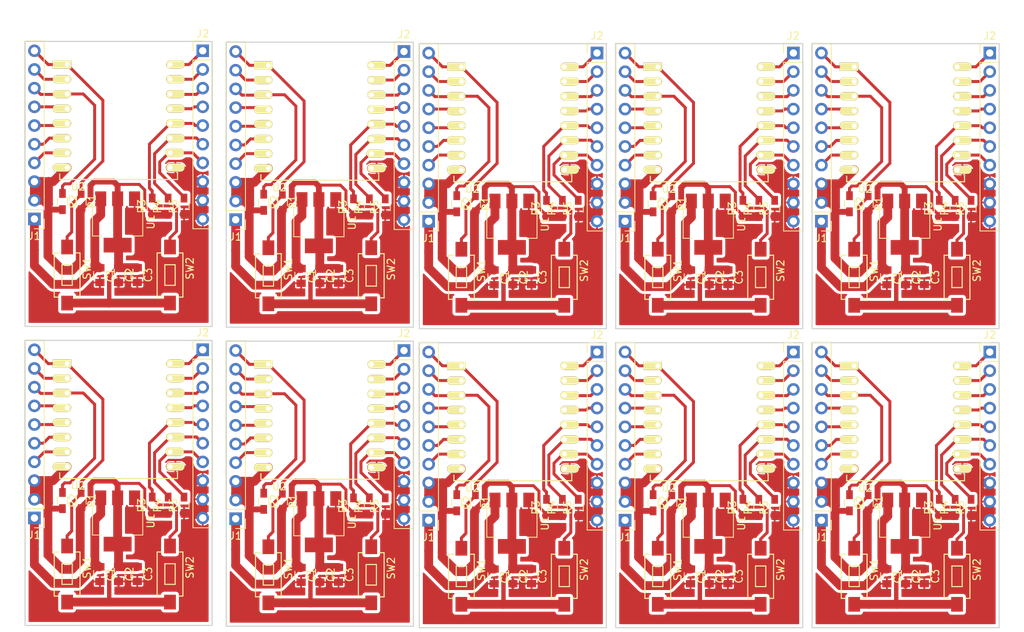
<source format=kicad_pcb>
(kicad_pcb (version 4) (host pcbnew 4.0.7)
  (layers (0 F.Cu signal) (31 B.Cu signal) (34 B.Paste user) (35 F.Paste user) (36 B.SilkS user) (37 F.SilkS user) (38 B.Mask user) (39 F.Mask user) (44 Edge.Cuts user))
  (net 0 "")
  (net 1 +5V)
  (net 2 GND)
  (net 3 +3V3)
  (net 4 "Net-(J1-Pad4)")
  (net 5 "Net-(J1-Pad5)")
  (net 6 "Net-(J1-Pad6)")
  (net 7 "Net-(J1-Pad7)")
  (net 8 "Net-(J1-Pad8)")
  (net 9 "Net-(J1-Pad9)")
  (net 10 RST)
  (net 11 "Net-(J2-Pad1)")
  (net 12 "Net-(J2-Pad2)")
  (net 13 "Net-(J2-Pad3)")
  (net 14 "Net-(J2-Pad4)")
  (net 15 GPIO0)
  (net 16 "Net-(J2-Pad6)")
  (net 17 "Net-(J2-Pad7)")
  (module esp8266_simple_breakout:ESP-12 (layer F.Cu) (at 220.8022 123.541)
    (fp_text reference U2 (at 1.5 16.6) (layer F.SilkS))
    (fp_text value ESP-12)
    (pad 1 thru_hole rect (at 0 0) (size 2.5 1.1) (drill 0.65 (offset -0.7 0)) (layers *.Cu *.Mask F.SilkS) (net 10 RST))
    (pad 2 thru_hole oval (at 0 2) (size 2.5 1.1) (drill 0.65 (offset -0.7 0)) (layers *.Cu *.Mask F.SilkS) (net 9 "Net-(J1-Pad9)"))
    (pad 3 thru_hole oval (at 0 4) (size 2.5 1.1) (drill 0.65 (offset -0.7 0)) (layers *.Cu *.Mask F.SilkS) (net 8 "Net-(J1-Pad8)"))
    (pad 4 thru_hole oval (at 0 6) (size 2.5 1.1) (drill 0.65 (offset -0.7 0)) (layers *.Cu *.Mask F.SilkS) (net 7 "Net-(J1-Pad7)"))
    (pad 5 thru_hole oval (at 0 8) (size 2.5 1.1) (drill 0.65 (offset -0.7 0)) (layers *.Cu *.Mask F.SilkS) (net 6 "Net-(J1-Pad6)"))
    (pad 6 thru_hole oval (at 0 10) (size 2.5 1.1) (drill 0.65 (offset -0.7 0)) (layers *.Cu *.Mask F.SilkS) (net 5 "Net-(J1-Pad5)"))
    (pad 7 thru_hole oval (at 0 12) (size 2.5 1.1) (drill 0.65 (offset -0.7 0)) (layers *.Cu *.Mask F.SilkS) (net 4 "Net-(J1-Pad4)"))
    (pad 8 thru_hole oval (at 0 14) (size 2.5 1.1) (drill 0.65 (offset -0.7 0)) (layers *.Cu *.Mask F.SilkS) (net 3 +3V3))
    (pad 9 thru_hole oval (at 14 14) (size 2.5 1.1) (drill 0.65 (offset 0.7 0)) (layers *.Cu *.Mask F.SilkS) (net 2 GND))
    (pad 10 thru_hole oval (at 14 12) (size 2.5 1.1) (drill 0.65 (offset 0.6 0)) (layers *.Cu *.Mask F.SilkS) (net 17 "Net-(J2-Pad7)"))
    (pad 11 thru_hole oval (at 14 10) (size 2.5 1.1) (drill 0.65 (offset 0.7 0)) (layers *.Cu *.Mask F.SilkS) (net 16 "Net-(J2-Pad6)"))
    (pad 12 thru_hole oval (at 14 8) (size 2.5 1.1) (drill 0.65 (offset 0.7 0)) (layers *.Cu *.Mask F.SilkS) (net 15 GPIO0))
    (pad 13 thru_hole oval (at 14 6) (size 2.5 1.1) (drill 0.65 (offset 0.7 0)) (layers *.Cu *.Mask F.SilkS) (net 14 "Net-(J2-Pad4)"))
    (pad 14 thru_hole oval (at 14 4) (size 2.5 1.1) (drill 0.65 (offset 0.7 0)) (layers *.Cu *.Mask F.SilkS) (net 13 "Net-(J2-Pad3)"))
    (pad 15 thru_hole oval (at 14 2) (size 2.5 1.1) (drill 0.65 (offset 0.7 0)) (layers *.Cu *.Mask F.SilkS) (net 12 "Net-(J2-Pad2)"))
    (pad 16 thru_hole oval (at 14 0) (size 2.5 1.1) (drill 0.65 (offset 0.7 0)) (layers *.Cu *.Mask F.SilkS) (net 11 "Net-(J2-Pad1)"))
  )
  (module Pin_Headers:Pin_Header_Straight_1x10_Pitch2.54mm (layer F.Cu) (at 239.2172 121.666)
    (fp_text reference J2 (at 0 -2.33) (layer F.SilkS))
    (fp_text value Conn_01x10)
    (pad 1 thru_hole rect (at 0 0) (size 1.7 1.7) (drill 1) (layers *.Cu *.Mask) (net 11 "Net-(J2-Pad1)"))
    (pad 2 thru_hole oval (at 0 2.54) (size 1.7 1.7) (drill 1) (layers *.Cu *.Mask) (net 12 "Net-(J2-Pad2)"))
    (pad 3 thru_hole oval (at 0 5.08) (size 1.7 1.7) (drill 1) (layers *.Cu *.Mask) (net 13 "Net-(J2-Pad3)"))
    (pad 4 thru_hole oval (at 0 7.62) (size 1.7 1.7) (drill 1) (layers *.Cu *.Mask) (net 14 "Net-(J2-Pad4)"))
    (pad 5 thru_hole oval (at 0 10.16) (size 1.7 1.7) (drill 1) (layers *.Cu *.Mask) (net 15 GPIO0))
    (pad 6 thru_hole oval (at 0 12.7) (size 1.7 1.7) (drill 1) (layers *.Cu *.Mask) (net 16 "Net-(J2-Pad6)"))
    (pad 7 thru_hole oval (at 0 15.24) (size 1.7 1.7) (drill 1) (layers *.Cu *.Mask) (net 17 "Net-(J2-Pad7)"))
    (pad 8 thru_hole oval (at 0 17.78) (size 1.7 1.7) (drill 1) (layers *.Cu *.Mask) (net 2 GND))
    (pad 9 thru_hole oval (at 0 20.32) (size 1.7 1.7) (drill 1) (layers *.Cu *.Mask) (net 2 GND))
    (pad 10 thru_hole oval (at 0 22.86) (size 1.7 1.7) (drill 1) (layers *.Cu *.Mask) (net 2 GND))
  )
  (module Pin_Headers:Pin_Header_Straight_1x10_Pitch2.54mm (layer F.Cu) (at 212.5472 121.666)
    (fp_text reference J2 (at 0 -2.33) (layer F.SilkS))
    (fp_text value Conn_01x10)
    (pad 1 thru_hole rect (at 0 0) (size 1.7 1.7) (drill 1) (layers *.Cu *.Mask) (net 11 "Net-(J2-Pad1)"))
    (pad 2 thru_hole oval (at 0 2.54) (size 1.7 1.7) (drill 1) (layers *.Cu *.Mask) (net 12 "Net-(J2-Pad2)"))
    (pad 3 thru_hole oval (at 0 5.08) (size 1.7 1.7) (drill 1) (layers *.Cu *.Mask) (net 13 "Net-(J2-Pad3)"))
    (pad 4 thru_hole oval (at 0 7.62) (size 1.7 1.7) (drill 1) (layers *.Cu *.Mask) (net 14 "Net-(J2-Pad4)"))
    (pad 5 thru_hole oval (at 0 10.16) (size 1.7 1.7) (drill 1) (layers *.Cu *.Mask) (net 15 GPIO0))
    (pad 6 thru_hole oval (at 0 12.7) (size 1.7 1.7) (drill 1) (layers *.Cu *.Mask) (net 16 "Net-(J2-Pad6)"))
    (pad 7 thru_hole oval (at 0 15.24) (size 1.7 1.7) (drill 1) (layers *.Cu *.Mask) (net 17 "Net-(J2-Pad7)"))
    (pad 8 thru_hole oval (at 0 17.78) (size 1.7 1.7) (drill 1) (layers *.Cu *.Mask) (net 2 GND))
    (pad 9 thru_hole oval (at 0 20.32) (size 1.7 1.7) (drill 1) (layers *.Cu *.Mask) (net 2 GND))
    (pad 10 thru_hole oval (at 0 22.86) (size 1.7 1.7) (drill 1) (layers *.Cu *.Mask) (net 2 GND))
  )
  (module Resistors_SMD:R_0603_HandSoldering (layer F.Cu) (at 222.7072 142.156 270)
    (fp_text reference R1 (at 0 -1.45 270) (layer F.SilkS))
    (fp_text value R_Small)
    (pad 1 smd rect (at -1.1 0 270) (size 1.2 0.9) (layers F.Cu F.Paste F.Mask) (net 10 RST))
    (pad 2 smd rect (at 1.1 0 270) (size 1.2 0.9) (layers F.Cu F.Paste F.Mask) (net 3 +3V3))
  )
  (module Resistors_SMD:R_0603_HandSoldering (layer F.Cu) (at 236.6772 142.791 90)
    (fp_text reference R5 (at 0 -1.45 90) (layer F.SilkS))
    (fp_text value R_Small)
    (pad 1 smd rect (at -1.1 0 90) (size 1.2 0.9) (layers F.Cu F.Paste F.Mask) (net 2 GND))
    (pad 2 smd rect (at 1.1 0 90) (size 1.2 0.9) (layers F.Cu F.Paste F.Mask) (net 17 "Net-(J2-Pad7)"))
  )
  (module Pin_Headers:Pin_Header_Straight_1x10_Pitch2.54mm (layer F.Cu) (at 216.3572 144.526 180)
    (fp_text reference J1 (at 0 -2.33 180) (layer F.SilkS))
    (fp_text value Conn_01x10)
    (pad 1 thru_hole rect (at 0 0 180) (size 1.7 1.7) (drill 1) (layers *.Cu *.Mask) (net 1 +5V))
    (pad 2 thru_hole oval (at 0 2.54 180) (size 1.7 1.7) (drill 1) (layers *.Cu *.Mask) (net 3 +3V3))
    (pad 3 thru_hole oval (at 0 5.08 180) (size 1.7 1.7) (drill 1) (layers *.Cu *.Mask) (net 3 +3V3))
    (pad 4 thru_hole oval (at 0 7.62 180) (size 1.7 1.7) (drill 1) (layers *.Cu *.Mask) (net 4 "Net-(J1-Pad4)"))
    (pad 5 thru_hole oval (at 0 10.16 180) (size 1.7 1.7) (drill 1) (layers *.Cu *.Mask) (net 5 "Net-(J1-Pad5)"))
    (pad 6 thru_hole oval (at 0 12.7 180) (size 1.7 1.7) (drill 1) (layers *.Cu *.Mask) (net 6 "Net-(J1-Pad6)"))
    (pad 7 thru_hole oval (at 0 15.24 180) (size 1.7 1.7) (drill 1) (layers *.Cu *.Mask) (net 7 "Net-(J1-Pad7)"))
    (pad 8 thru_hole oval (at 0 17.78 180) (size 1.7 1.7) (drill 1) (layers *.Cu *.Mask) (net 8 "Net-(J1-Pad8)"))
    (pad 9 thru_hole oval (at 0 20.32 180) (size 1.7 1.7) (drill 1) (layers *.Cu *.Mask) (net 9 "Net-(J1-Pad9)"))
    (pad 10 thru_hole oval (at 0 22.86 180) (size 1.7 1.7) (drill 1) (layers *.Cu *.Mask) (net 10 RST))
  )
  (module Resistors_SMD:R_0603_HandSoldering (layer F.Cu) (at 220.1672 142.156 270)
    (fp_text reference R2 (at 0 -1.45 270) (layer F.SilkS))
    (fp_text value R_Small)
    (pad 1 smd rect (at -1.1 0 270) (size 1.2 0.9) (layers F.Cu F.Paste F.Mask) (net 8 "Net-(J1-Pad8)"))
    (pad 2 smd rect (at 1.1 0 270) (size 1.2 0.9) (layers F.Cu F.Paste F.Mask) (net 3 +3V3))
  )
  (module Capacitors_SMD:C_0805 (layer F.Cu) (at 201.1172 152.146 270)
    (fp_text reference C2 (at 0 -1.5 270) (layer F.SilkS))
    (fp_text value C_Small)
    (pad 1 smd rect (at -1 0 270) (size 1 1.25) (layers F.Cu F.Paste F.Mask) (net 3 +3V3))
    (pad 2 smd rect (at 1 0 270) (size 1 1.25) (layers F.Cu F.Paste F.Mask) (net 2 GND))
  )
  (module Capacitors_SMD:C_0805 (layer F.Cu) (at 203.6572 152.146 270)
    (fp_text reference C3 (at 0 -1.5 270) (layer F.SilkS))
    (fp_text value C_Small)
    (pad 1 smd rect (at -1 0 270) (size 1 1.25) (layers F.Cu F.Paste F.Mask) (net 3 +3V3))
    (pad 2 smd rect (at 1 0 270) (size 1 1.25) (layers F.Cu F.Paste F.Mask) (net 2 GND))
  )
  (module Capacitors_SMD:C_0805 (layer F.Cu) (at 198.5772 152.162 270)
    (fp_text reference C1 (at 0 -1.5 270) (layer F.SilkS))
    (fp_text value C_Small)
    (pad 1 smd rect (at -1 0 270) (size 1 1.25) (layers F.Cu F.Paste F.Mask) (net 1 +5V))
    (pad 2 smd rect (at 1 0 270) (size 1 1.25) (layers F.Cu F.Paste F.Mask) (net 2 GND))
  )
  (module esp8266_simple_breakout:SW_SPST_EVQPE1 (layer F.Cu) (at 208.1022 152.146 270)
    (fp_text reference SW2 (at -0.9 -2.7 270) (layer F.SilkS))
    (fp_text value SW_Push)
    (pad 2 smd rect (at 3.81 0 270) (size 2 1.6) (layers F.Cu F.Paste F.Mask) (net 3 +3V3))
    (pad 1 smd rect (at -3.81 0 270) (size 2 1.6) (layers F.Cu F.Paste F.Mask) (net 15 GPIO0))
  )
  (module Resistors_SMD:R_0603_HandSoldering (layer F.Cu) (at 207.8482 142.791 90)
    (fp_text reference R4 (at 0 -1.45 90) (layer F.SilkS))
    (fp_text value R_Small)
    (pad 1 smd rect (at -1.1 0 90) (size 1.2 0.9) (layers F.Cu F.Paste F.Mask) (net 3 +3V3))
    (pad 2 smd rect (at 1.1 0 90) (size 1.2 0.9) (layers F.Cu F.Paste F.Mask) (net 16 "Net-(J2-Pad6)"))
  )
  (module Resistors_SMD:R_0603_HandSoldering (layer F.Cu) (at 196.0372 142.156 270)
    (fp_text reference R1 (at 0 -1.45 270) (layer F.SilkS))
    (fp_text value R_Small)
    (pad 1 smd rect (at -1.1 0 270) (size 1.2 0.9) (layers F.Cu F.Paste F.Mask) (net 10 RST))
    (pad 2 smd rect (at 1.1 0 270) (size 1.2 0.9) (layers F.Cu F.Paste F.Mask) (net 3 +3V3))
  )
  (module Resistors_SMD:R_0603_HandSoldering (layer F.Cu) (at 210.0072 142.791 90)
    (fp_text reference R5 (at 0 -1.45 90) (layer F.SilkS))
    (fp_text value R_Small)
    (pad 1 smd rect (at -1.1 0 90) (size 1.2 0.9) (layers F.Cu F.Paste F.Mask) (net 2 GND))
    (pad 2 smd rect (at 1.1 0 90) (size 1.2 0.9) (layers F.Cu F.Paste F.Mask) (net 17 "Net-(J2-Pad7)"))
  )
  (module Resistors_SMD:R_0603_HandSoldering (layer F.Cu) (at 205.6892 142.791 90)
    (fp_text reference R3 (at 0 -1.45 90) (layer F.SilkS))
    (fp_text value R_Small)
    (pad 1 smd rect (at -1.1 0 90) (size 1.2 0.9) (layers F.Cu F.Paste F.Mask) (net 3 +3V3))
    (pad 2 smd rect (at 1.1 0 90) (size 1.2 0.9) (layers F.Cu F.Paste F.Mask) (net 15 GPIO0))
  )
  (module TO_SOT_Packages_SMD:SOT-223-3Lead_TabPin2 (layer F.Cu) (at 227.6602 144.932 270)
    (fp_text reference U1 (at 0 -4.5 270) (layer F.SilkS))
    (fp_text value AZ1117-3.3)
    (pad 2 smd rect (at 3.15 0 270) (size 2 3.8) (layers F.Cu F.Paste F.Mask) (net 3 +3V3))
    (pad 2 smd rect (at -3.15 0 270) (size 2 1.5) (layers F.Cu F.Paste F.Mask) (net 3 +3V3))
    (pad 3 smd rect (at -3.15 2.3 270) (size 2 1.5) (layers F.Cu F.Paste F.Mask) (net 1 +5V))
    (pad 1 smd rect (at -3.15 -2.3 270) (size 2 1.5) (layers F.Cu F.Paste F.Mask) (net 2 GND))
  )
  (module esp8266_simple_breakout:SW_SPST_EVQPE1 (layer F.Cu) (at 220.8022 152.146 270)
    (fp_text reference SW1 (at -0.9 -2.7 270) (layer F.SilkS))
    (fp_text value SW_Push)
    (pad 2 smd rect (at 3.81 0 270) (size 2 1.6) (layers F.Cu F.Paste F.Mask) (net 3 +3V3))
    (pad 1 smd rect (at -3.81 0 270) (size 2 1.6) (layers F.Cu F.Paste F.Mask) (net 10 RST))
  )
  (module Capacitors_SMD:C_0805 (layer F.Cu) (at 227.7872 152.146 270)
    (fp_text reference C2 (at 0 -1.5 270) (layer F.SilkS))
    (fp_text value C_Small)
    (pad 1 smd rect (at -1 0 270) (size 1 1.25) (layers F.Cu F.Paste F.Mask) (net 3 +3V3))
    (pad 2 smd rect (at 1 0 270) (size 1 1.25) (layers F.Cu F.Paste F.Mask) (net 2 GND))
  )
  (module Capacitors_SMD:C_0805 (layer F.Cu) (at 230.3272 152.146 270)
    (fp_text reference C3 (at 0 -1.5 270) (layer F.SilkS))
    (fp_text value C_Small)
    (pad 1 smd rect (at -1 0 270) (size 1 1.25) (layers F.Cu F.Paste F.Mask) (net 3 +3V3))
    (pad 2 smd rect (at 1 0 270) (size 1 1.25) (layers F.Cu F.Paste F.Mask) (net 2 GND))
  )
  (module Capacitors_SMD:C_0805 (layer F.Cu) (at 225.2472 152.162 270)
    (fp_text reference C1 (at 0 -1.5 270) (layer F.SilkS))
    (fp_text value C_Small)
    (pad 1 smd rect (at -1 0 270) (size 1 1.25) (layers F.Cu F.Paste F.Mask) (net 1 +5V))
    (pad 2 smd rect (at 1 0 270) (size 1 1.25) (layers F.Cu F.Paste F.Mask) (net 2 GND))
  )
  (module Resistors_SMD:R_0603_HandSoldering (layer F.Cu) (at 234.5182 142.791 90)
    (fp_text reference R4 (at 0 -1.45 90) (layer F.SilkS))
    (fp_text value R_Small)
    (pad 1 smd rect (at -1.1 0 90) (size 1.2 0.9) (layers F.Cu F.Paste F.Mask) (net 3 +3V3))
    (pad 2 smd rect (at 1.1 0 90) (size 1.2 0.9) (layers F.Cu F.Paste F.Mask) (net 16 "Net-(J2-Pad6)"))
  )
  (module esp8266_simple_breakout:SW_SPST_EVQPE1 (layer F.Cu) (at 234.7722 152.146 270)
    (fp_text reference SW2 (at -0.9 -2.7 270) (layer F.SilkS))
    (fp_text value SW_Push)
    (pad 2 smd rect (at 3.81 0 270) (size 2 1.6) (layers F.Cu F.Paste F.Mask) (net 3 +3V3))
    (pad 1 smd rect (at -3.81 0 270) (size 2 1.6) (layers F.Cu F.Paste F.Mask) (net 15 GPIO0))
  )
  (module Resistors_SMD:R_0603_HandSoldering (layer F.Cu) (at 232.3592 142.791 90)
    (fp_text reference R3 (at 0 -1.45 90) (layer F.SilkS))
    (fp_text value R_Small)
    (pad 1 smd rect (at -1.1 0 90) (size 1.2 0.9) (layers F.Cu F.Paste F.Mask) (net 3 +3V3))
    (pad 2 smd rect (at 1.1 0 90) (size 1.2 0.9) (layers F.Cu F.Paste F.Mask) (net 15 GPIO0))
  )
  (module esp8266_simple_breakout:ESP-12 (layer F.Cu) (at 141.2494 123.3378)
    (fp_text reference U2 (at 1.5 16.6) (layer F.SilkS))
    (fp_text value ESP-12)
    (pad 1 thru_hole rect (at 0 0) (size 2.5 1.1) (drill 0.65 (offset -0.7 0)) (layers *.Cu *.Mask F.SilkS) (net 10 RST))
    (pad 2 thru_hole oval (at 0 2) (size 2.5 1.1) (drill 0.65 (offset -0.7 0)) (layers *.Cu *.Mask F.SilkS) (net 9 "Net-(J1-Pad9)"))
    (pad 3 thru_hole oval (at 0 4) (size 2.5 1.1) (drill 0.65 (offset -0.7 0)) (layers *.Cu *.Mask F.SilkS) (net 8 "Net-(J1-Pad8)"))
    (pad 4 thru_hole oval (at 0 6) (size 2.5 1.1) (drill 0.65 (offset -0.7 0)) (layers *.Cu *.Mask F.SilkS) (net 7 "Net-(J1-Pad7)"))
    (pad 5 thru_hole oval (at 0 8) (size 2.5 1.1) (drill 0.65 (offset -0.7 0)) (layers *.Cu *.Mask F.SilkS) (net 6 "Net-(J1-Pad6)"))
    (pad 6 thru_hole oval (at 0 10) (size 2.5 1.1) (drill 0.65 (offset -0.7 0)) (layers *.Cu *.Mask F.SilkS) (net 5 "Net-(J1-Pad5)"))
    (pad 7 thru_hole oval (at 0 12) (size 2.5 1.1) (drill 0.65 (offset -0.7 0)) (layers *.Cu *.Mask F.SilkS) (net 4 "Net-(J1-Pad4)"))
    (pad 8 thru_hole oval (at 0 14) (size 2.5 1.1) (drill 0.65 (offset -0.7 0)) (layers *.Cu *.Mask F.SilkS) (net 3 +3V3))
    (pad 9 thru_hole oval (at 14 14) (size 2.5 1.1) (drill 0.65 (offset 0.7 0)) (layers *.Cu *.Mask F.SilkS) (net 2 GND))
    (pad 10 thru_hole oval (at 14 12) (size 2.5 1.1) (drill 0.65 (offset 0.6 0)) (layers *.Cu *.Mask F.SilkS) (net 17 "Net-(J2-Pad7)"))
    (pad 11 thru_hole oval (at 14 10) (size 2.5 1.1) (drill 0.65 (offset 0.7 0)) (layers *.Cu *.Mask F.SilkS) (net 16 "Net-(J2-Pad6)"))
    (pad 12 thru_hole oval (at 14 8) (size 2.5 1.1) (drill 0.65 (offset 0.7 0)) (layers *.Cu *.Mask F.SilkS) (net 15 GPIO0))
    (pad 13 thru_hole oval (at 14 6) (size 2.5 1.1) (drill 0.65 (offset 0.7 0)) (layers *.Cu *.Mask F.SilkS) (net 14 "Net-(J2-Pad4)"))
    (pad 14 thru_hole oval (at 14 4) (size 2.5 1.1) (drill 0.65 (offset 0.7 0)) (layers *.Cu *.Mask F.SilkS) (net 13 "Net-(J2-Pad3)"))
    (pad 15 thru_hole oval (at 14 2) (size 2.5 1.1) (drill 0.65 (offset 0.7 0)) (layers *.Cu *.Mask F.SilkS) (net 12 "Net-(J2-Pad2)"))
    (pad 16 thru_hole oval (at 14 0) (size 2.5 1.1) (drill 0.65 (offset 0.7 0)) (layers *.Cu *.Mask F.SilkS) (net 11 "Net-(J2-Pad1)"))
  )
  (module Pin_Headers:Pin_Header_Straight_1x10_Pitch2.54mm (layer F.Cu) (at 159.6644 121.4628)
    (fp_text reference J2 (at 0 -2.33) (layer F.SilkS))
    (fp_text value Conn_01x10)
    (pad 1 thru_hole rect (at 0 0) (size 1.7 1.7) (drill 1) (layers *.Cu *.Mask) (net 11 "Net-(J2-Pad1)"))
    (pad 2 thru_hole oval (at 0 2.54) (size 1.7 1.7) (drill 1) (layers *.Cu *.Mask) (net 12 "Net-(J2-Pad2)"))
    (pad 3 thru_hole oval (at 0 5.08) (size 1.7 1.7) (drill 1) (layers *.Cu *.Mask) (net 13 "Net-(J2-Pad3)"))
    (pad 4 thru_hole oval (at 0 7.62) (size 1.7 1.7) (drill 1) (layers *.Cu *.Mask) (net 14 "Net-(J2-Pad4)"))
    (pad 5 thru_hole oval (at 0 10.16) (size 1.7 1.7) (drill 1) (layers *.Cu *.Mask) (net 15 GPIO0))
    (pad 6 thru_hole oval (at 0 12.7) (size 1.7 1.7) (drill 1) (layers *.Cu *.Mask) (net 16 "Net-(J2-Pad6)"))
    (pad 7 thru_hole oval (at 0 15.24) (size 1.7 1.7) (drill 1) (layers *.Cu *.Mask) (net 17 "Net-(J2-Pad7)"))
    (pad 8 thru_hole oval (at 0 17.78) (size 1.7 1.7) (drill 1) (layers *.Cu *.Mask) (net 2 GND))
    (pad 9 thru_hole oval (at 0 20.32) (size 1.7 1.7) (drill 1) (layers *.Cu *.Mask) (net 2 GND))
    (pad 10 thru_hole oval (at 0 22.86) (size 1.7 1.7) (drill 1) (layers *.Cu *.Mask) (net 2 GND))
  )
  (module Pin_Headers:Pin_Header_Straight_1x10_Pitch2.54mm (layer F.Cu) (at 136.8044 144.3228 180)
    (fp_text reference J1 (at 0 -2.33 180) (layer F.SilkS))
    (fp_text value Conn_01x10)
    (pad 1 thru_hole rect (at 0 0 180) (size 1.7 1.7) (drill 1) (layers *.Cu *.Mask) (net 1 +5V))
    (pad 2 thru_hole oval (at 0 2.54 180) (size 1.7 1.7) (drill 1) (layers *.Cu *.Mask) (net 3 +3V3))
    (pad 3 thru_hole oval (at 0 5.08 180) (size 1.7 1.7) (drill 1) (layers *.Cu *.Mask) (net 3 +3V3))
    (pad 4 thru_hole oval (at 0 7.62 180) (size 1.7 1.7) (drill 1) (layers *.Cu *.Mask) (net 4 "Net-(J1-Pad4)"))
    (pad 5 thru_hole oval (at 0 10.16 180) (size 1.7 1.7) (drill 1) (layers *.Cu *.Mask) (net 5 "Net-(J1-Pad5)"))
    (pad 6 thru_hole oval (at 0 12.7 180) (size 1.7 1.7) (drill 1) (layers *.Cu *.Mask) (net 6 "Net-(J1-Pad6)"))
    (pad 7 thru_hole oval (at 0 15.24 180) (size 1.7 1.7) (drill 1) (layers *.Cu *.Mask) (net 7 "Net-(J1-Pad7)"))
    (pad 8 thru_hole oval (at 0 17.78 180) (size 1.7 1.7) (drill 1) (layers *.Cu *.Mask) (net 8 "Net-(J1-Pad8)"))
    (pad 9 thru_hole oval (at 0 20.32 180) (size 1.7 1.7) (drill 1) (layers *.Cu *.Mask) (net 9 "Net-(J1-Pad9)"))
    (pad 10 thru_hole oval (at 0 22.86 180) (size 1.7 1.7) (drill 1) (layers *.Cu *.Mask) (net 10 RST))
  )
  (module Resistors_SMD:R_0603_HandSoldering (layer F.Cu) (at 140.6144 141.9528 270)
    (fp_text reference R2 (at 0 -1.45 270) (layer F.SilkS))
    (fp_text value R_Small)
    (pad 1 smd rect (at -1.1 0 270) (size 1.2 0.9) (layers F.Cu F.Paste F.Mask) (net 8 "Net-(J1-Pad8)"))
    (pad 2 smd rect (at 1.1 0 270) (size 1.2 0.9) (layers F.Cu F.Paste F.Mask) (net 3 +3V3))
  )
  (module Resistors_SMD:R_0603_HandSoldering (layer F.Cu) (at 143.1544 141.9528 270)
    (fp_text reference R1 (at 0 -1.45 270) (layer F.SilkS))
    (fp_text value R_Small)
    (pad 1 smd rect (at -1.1 0 270) (size 1.2 0.9) (layers F.Cu F.Paste F.Mask) (net 10 RST))
    (pad 2 smd rect (at 1.1 0 270) (size 1.2 0.9) (layers F.Cu F.Paste F.Mask) (net 3 +3V3))
  )
  (module Capacitors_SMD:C_0805 (layer F.Cu) (at 148.2344 151.9428 270)
    (fp_text reference C2 (at 0 -1.5 270) (layer F.SilkS))
    (fp_text value C_Small)
    (pad 1 smd rect (at -1 0 270) (size 1 1.25) (layers F.Cu F.Paste F.Mask) (net 3 +3V3))
    (pad 2 smd rect (at 1 0 270) (size 1 1.25) (layers F.Cu F.Paste F.Mask) (net 2 GND))
  )
  (module Resistors_SMD:R_0603_HandSoldering (layer F.Cu) (at 152.8064 142.5878 90)
    (fp_text reference R3 (at 0 -1.45 90) (layer F.SilkS))
    (fp_text value R_Small)
    (pad 1 smd rect (at -1.1 0 90) (size 1.2 0.9) (layers F.Cu F.Paste F.Mask) (net 3 +3V3))
    (pad 2 smd rect (at 1.1 0 90) (size 1.2 0.9) (layers F.Cu F.Paste F.Mask) (net 15 GPIO0))
  )
  (module esp8266_simple_breakout:SW_SPST_EVQPE1 (layer F.Cu) (at 141.2494 151.9428 270)
    (fp_text reference SW1 (at -0.9 -2.7 270) (layer F.SilkS))
    (fp_text value SW_Push)
    (pad 2 smd rect (at 3.81 0 270) (size 2 1.6) (layers F.Cu F.Paste F.Mask) (net 3 +3V3))
    (pad 1 smd rect (at -3.81 0 270) (size 2 1.6) (layers F.Cu F.Paste F.Mask) (net 10 RST))
  )
  (module Capacitors_SMD:C_0805 (layer F.Cu) (at 145.6944 151.9588 270)
    (fp_text reference C1 (at 0 -1.5 270) (layer F.SilkS))
    (fp_text value C_Small)
    (pad 1 smd rect (at -1 0 270) (size 1 1.25) (layers F.Cu F.Paste F.Mask) (net 1 +5V))
    (pad 2 smd rect (at 1 0 270) (size 1 1.25) (layers F.Cu F.Paste F.Mask) (net 2 GND))
  )
  (module TO_SOT_Packages_SMD:SOT-223-3Lead_TabPin2 (layer F.Cu) (at 148.1074 144.7288 270)
    (fp_text reference U1 (at 0 -4.5 270) (layer F.SilkS))
    (fp_text value AZ1117-3.3)
    (pad 2 smd rect (at 3.15 0 270) (size 2 3.8) (layers F.Cu F.Paste F.Mask) (net 3 +3V3))
    (pad 2 smd rect (at -3.15 0 270) (size 2 1.5) (layers F.Cu F.Paste F.Mask) (net 3 +3V3))
    (pad 3 smd rect (at -3.15 2.3 270) (size 2 1.5) (layers F.Cu F.Paste F.Mask) (net 1 +5V))
    (pad 1 smd rect (at -3.15 -2.3 270) (size 2 1.5) (layers F.Cu F.Paste F.Mask) (net 2 GND))
  )
  (module Capacitors_SMD:C_0805 (layer F.Cu) (at 118.364 151.8572 270)
    (fp_text reference C1 (at 0 -1.5 270) (layer F.SilkS))
    (fp_text value C_Small)
    (pad 1 smd rect (at -1 0 270) (size 1 1.25) (layers F.Cu F.Paste F.Mask) (net 1 +5V))
    (pad 2 smd rect (at 1 0 270) (size 1 1.25) (layers F.Cu F.Paste F.Mask) (net 2 GND))
  )
  (module Capacitors_SMD:C_0805 (layer F.Cu) (at 123.444 151.8412 270)
    (fp_text reference C3 (at 0 -1.5 270) (layer F.SilkS))
    (fp_text value C_Small)
    (pad 1 smd rect (at -1 0 270) (size 1 1.25) (layers F.Cu F.Paste F.Mask) (net 3 +3V3))
    (pad 2 smd rect (at 1 0 270) (size 1 1.25) (layers F.Cu F.Paste F.Mask) (net 2 GND))
  )
  (module esp8266_simple_breakout:SW_SPST_EVQPE1 (layer F.Cu) (at 127.889 151.8412 270)
    (fp_text reference SW2 (at -0.9 -2.7 270) (layer F.SilkS))
    (fp_text value SW_Push)
    (pad 2 smd rect (at 3.81 0 270) (size 2 1.6) (layers F.Cu F.Paste F.Mask) (net 3 +3V3))
    (pad 1 smd rect (at -3.81 0 270) (size 2 1.6) (layers F.Cu F.Paste F.Mask) (net 15 GPIO0))
  )
  (module TO_SOT_Packages_SMD:SOT-223-3Lead_TabPin2 (layer F.Cu) (at 120.777 144.6272 270)
    (fp_text reference U1 (at 0 -4.5 270) (layer F.SilkS))
    (fp_text value AZ1117-3.3)
    (pad 2 smd rect (at 3.15 0 270) (size 2 3.8) (layers F.Cu F.Paste F.Mask) (net 3 +3V3))
    (pad 2 smd rect (at -3.15 0 270) (size 2 1.5) (layers F.Cu F.Paste F.Mask) (net 3 +3V3))
    (pad 3 smd rect (at -3.15 2.3 270) (size 2 1.5) (layers F.Cu F.Paste F.Mask) (net 1 +5V))
    (pad 1 smd rect (at -3.15 -2.3 270) (size 2 1.5) (layers F.Cu F.Paste F.Mask) (net 2 GND))
  )
  (module Resistors_SMD:R_0603_HandSoldering (layer F.Cu) (at 127.635 142.4862 90)
    (fp_text reference R4 (at 0 -1.45 90) (layer F.SilkS))
    (fp_text value R_Small)
    (pad 1 smd rect (at -1.1 0 90) (size 1.2 0.9) (layers F.Cu F.Paste F.Mask) (net 3 +3V3))
    (pad 2 smd rect (at 1.1 0 90) (size 1.2 0.9) (layers F.Cu F.Paste F.Mask) (net 16 "Net-(J2-Pad6)"))
  )
  (module Capacitors_SMD:C_0805 (layer F.Cu) (at 120.904 151.8412 270)
    (fp_text reference C2 (at 0 -1.5 270) (layer F.SilkS))
    (fp_text value C_Small)
    (pad 1 smd rect (at -1 0 270) (size 1 1.25) (layers F.Cu F.Paste F.Mask) (net 3 +3V3))
    (pad 2 smd rect (at 1 0 270) (size 1 1.25) (layers F.Cu F.Paste F.Mask) (net 2 GND))
  )
  (module Resistors_SMD:R_0603_HandSoldering (layer F.Cu) (at 125.476 142.4862 90)
    (fp_text reference R3 (at 0 -1.45 90) (layer F.SilkS))
    (fp_text value R_Small)
    (pad 1 smd rect (at -1.1 0 90) (size 1.2 0.9) (layers F.Cu F.Paste F.Mask) (net 3 +3V3))
    (pad 2 smd rect (at 1.1 0 90) (size 1.2 0.9) (layers F.Cu F.Paste F.Mask) (net 15 GPIO0))
  )
  (module esp8266_simple_breakout:SW_SPST_EVQPE1 (layer F.Cu) (at 113.919 151.8412 270)
    (fp_text reference SW1 (at -0.9 -2.7 270) (layer F.SilkS))
    (fp_text value SW_Push)
    (pad 2 smd rect (at 3.81 0 270) (size 2 1.6) (layers F.Cu F.Paste F.Mask) (net 3 +3V3))
    (pad 1 smd rect (at -3.81 0 270) (size 2 1.6) (layers F.Cu F.Paste F.Mask) (net 10 RST))
  )
  (module esp8266_simple_breakout:ESP-12 (layer F.Cu) (at 113.919 123.2362)
    (fp_text reference U2 (at 1.5 16.6) (layer F.SilkS))
    (fp_text value ESP-12)
    (pad 1 thru_hole rect (at 0 0) (size 2.5 1.1) (drill 0.65 (offset -0.7 0)) (layers *.Cu *.Mask F.SilkS) (net 10 RST))
    (pad 2 thru_hole oval (at 0 2) (size 2.5 1.1) (drill 0.65 (offset -0.7 0)) (layers *.Cu *.Mask F.SilkS) (net 9 "Net-(J1-Pad9)"))
    (pad 3 thru_hole oval (at 0 4) (size 2.5 1.1) (drill 0.65 (offset -0.7 0)) (layers *.Cu *.Mask F.SilkS) (net 8 "Net-(J1-Pad8)"))
    (pad 4 thru_hole oval (at 0 6) (size 2.5 1.1) (drill 0.65 (offset -0.7 0)) (layers *.Cu *.Mask F.SilkS) (net 7 "Net-(J1-Pad7)"))
    (pad 5 thru_hole oval (at 0 8) (size 2.5 1.1) (drill 0.65 (offset -0.7 0)) (layers *.Cu *.Mask F.SilkS) (net 6 "Net-(J1-Pad6)"))
    (pad 6 thru_hole oval (at 0 10) (size 2.5 1.1) (drill 0.65 (offset -0.7 0)) (layers *.Cu *.Mask F.SilkS) (net 5 "Net-(J1-Pad5)"))
    (pad 7 thru_hole oval (at 0 12) (size 2.5 1.1) (drill 0.65 (offset -0.7 0)) (layers *.Cu *.Mask F.SilkS) (net 4 "Net-(J1-Pad4)"))
    (pad 8 thru_hole oval (at 0 14) (size 2.5 1.1) (drill 0.65 (offset -0.7 0)) (layers *.Cu *.Mask F.SilkS) (net 3 +3V3))
    (pad 9 thru_hole oval (at 14 14) (size 2.5 1.1) (drill 0.65 (offset 0.7 0)) (layers *.Cu *.Mask F.SilkS) (net 2 GND))
    (pad 10 thru_hole oval (at 14 12) (size 2.5 1.1) (drill 0.65 (offset 0.6 0)) (layers *.Cu *.Mask F.SilkS) (net 17 "Net-(J2-Pad7)"))
    (pad 11 thru_hole oval (at 14 10) (size 2.5 1.1) (drill 0.65 (offset 0.7 0)) (layers *.Cu *.Mask F.SilkS) (net 16 "Net-(J2-Pad6)"))
    (pad 12 thru_hole oval (at 14 8) (size 2.5 1.1) (drill 0.65 (offset 0.7 0)) (layers *.Cu *.Mask F.SilkS) (net 15 GPIO0))
    (pad 13 thru_hole oval (at 14 6) (size 2.5 1.1) (drill 0.65 (offset 0.7 0)) (layers *.Cu *.Mask F.SilkS) (net 14 "Net-(J2-Pad4)"))
    (pad 14 thru_hole oval (at 14 4) (size 2.5 1.1) (drill 0.65 (offset 0.7 0)) (layers *.Cu *.Mask F.SilkS) (net 13 "Net-(J2-Pad3)"))
    (pad 15 thru_hole oval (at 14 2) (size 2.5 1.1) (drill 0.65 (offset 0.7 0)) (layers *.Cu *.Mask F.SilkS) (net 12 "Net-(J2-Pad2)"))
    (pad 16 thru_hole oval (at 14 0) (size 2.5 1.1) (drill 0.65 (offset 0.7 0)) (layers *.Cu *.Mask F.SilkS) (net 11 "Net-(J2-Pad1)"))
  )
  (module Pin_Headers:Pin_Header_Straight_1x10_Pitch2.54mm (layer F.Cu) (at 132.334 121.3612)
    (fp_text reference J2 (at 0 -2.33) (layer F.SilkS))
    (fp_text value Conn_01x10)
    (pad 1 thru_hole rect (at 0 0) (size 1.7 1.7) (drill 1) (layers *.Cu *.Mask) (net 11 "Net-(J2-Pad1)"))
    (pad 2 thru_hole oval (at 0 2.54) (size 1.7 1.7) (drill 1) (layers *.Cu *.Mask) (net 12 "Net-(J2-Pad2)"))
    (pad 3 thru_hole oval (at 0 5.08) (size 1.7 1.7) (drill 1) (layers *.Cu *.Mask) (net 13 "Net-(J2-Pad3)"))
    (pad 4 thru_hole oval (at 0 7.62) (size 1.7 1.7) (drill 1) (layers *.Cu *.Mask) (net 14 "Net-(J2-Pad4)"))
    (pad 5 thru_hole oval (at 0 10.16) (size 1.7 1.7) (drill 1) (layers *.Cu *.Mask) (net 15 GPIO0))
    (pad 6 thru_hole oval (at 0 12.7) (size 1.7 1.7) (drill 1) (layers *.Cu *.Mask) (net 16 "Net-(J2-Pad6)"))
    (pad 7 thru_hole oval (at 0 15.24) (size 1.7 1.7) (drill 1) (layers *.Cu *.Mask) (net 17 "Net-(J2-Pad7)"))
    (pad 8 thru_hole oval (at 0 17.78) (size 1.7 1.7) (drill 1) (layers *.Cu *.Mask) (net 2 GND))
    (pad 9 thru_hole oval (at 0 20.32) (size 1.7 1.7) (drill 1) (layers *.Cu *.Mask) (net 2 GND))
    (pad 10 thru_hole oval (at 0 22.86) (size 1.7 1.7) (drill 1) (layers *.Cu *.Mask) (net 2 GND))
  )
  (module Resistors_SMD:R_0603_HandSoldering (layer F.Cu) (at 115.824 141.8512 270)
    (fp_text reference R1 (at 0 -1.45 270) (layer F.SilkS))
    (fp_text value R_Small)
    (pad 1 smd rect (at -1.1 0 270) (size 1.2 0.9) (layers F.Cu F.Paste F.Mask) (net 10 RST))
    (pad 2 smd rect (at 1.1 0 270) (size 1.2 0.9) (layers F.Cu F.Paste F.Mask) (net 3 +3V3))
  )
  (module Resistors_SMD:R_0603_HandSoldering (layer F.Cu) (at 113.284 141.8512 270)
    (fp_text reference R2 (at 0 -1.45 270) (layer F.SilkS))
    (fp_text value R_Small)
    (pad 1 smd rect (at -1.1 0 270) (size 1.2 0.9) (layers F.Cu F.Paste F.Mask) (net 8 "Net-(J1-Pad8)"))
    (pad 2 smd rect (at 1.1 0 270) (size 1.2 0.9) (layers F.Cu F.Paste F.Mask) (net 3 +3V3))
  )
  (module Resistors_SMD:R_0603_HandSoldering (layer F.Cu) (at 129.794 142.4862 90)
    (fp_text reference R5 (at 0 -1.45 90) (layer F.SilkS))
    (fp_text value R_Small)
    (pad 1 smd rect (at -1.1 0 90) (size 1.2 0.9) (layers F.Cu F.Paste F.Mask) (net 2 GND))
    (pad 2 smd rect (at 1.1 0 90) (size 1.2 0.9) (layers F.Cu F.Paste F.Mask) (net 17 "Net-(J2-Pad7)"))
  )
  (module Pin_Headers:Pin_Header_Straight_1x10_Pitch2.54mm (layer F.Cu) (at 109.474 144.2212 180)
    (fp_text reference J1 (at 0 -2.33 180) (layer F.SilkS))
    (fp_text value Conn_01x10)
    (pad 1 thru_hole rect (at 0 0 180) (size 1.7 1.7) (drill 1) (layers *.Cu *.Mask) (net 1 +5V))
    (pad 2 thru_hole oval (at 0 2.54 180) (size 1.7 1.7) (drill 1) (layers *.Cu *.Mask) (net 3 +3V3))
    (pad 3 thru_hole oval (at 0 5.08 180) (size 1.7 1.7) (drill 1) (layers *.Cu *.Mask) (net 3 +3V3))
    (pad 4 thru_hole oval (at 0 7.62 180) (size 1.7 1.7) (drill 1) (layers *.Cu *.Mask) (net 4 "Net-(J1-Pad4)"))
    (pad 5 thru_hole oval (at 0 10.16 180) (size 1.7 1.7) (drill 1) (layers *.Cu *.Mask) (net 5 "Net-(J1-Pad5)"))
    (pad 6 thru_hole oval (at 0 12.7 180) (size 1.7 1.7) (drill 1) (layers *.Cu *.Mask) (net 6 "Net-(J1-Pad6)"))
    (pad 7 thru_hole oval (at 0 15.24 180) (size 1.7 1.7) (drill 1) (layers *.Cu *.Mask) (net 7 "Net-(J1-Pad7)"))
    (pad 8 thru_hole oval (at 0 17.78 180) (size 1.7 1.7) (drill 1) (layers *.Cu *.Mask) (net 8 "Net-(J1-Pad8)"))
    (pad 9 thru_hole oval (at 0 20.32 180) (size 1.7 1.7) (drill 1) (layers *.Cu *.Mask) (net 9 "Net-(J1-Pad9)"))
    (pad 10 thru_hole oval (at 0 22.86 180) (size 1.7 1.7) (drill 1) (layers *.Cu *.Mask) (net 10 RST))
  )
  (module esp8266_simple_breakout:ESP-12 (layer F.Cu) (at 194.1322 123.541)
    (fp_text reference U2 (at 1.5 16.6) (layer F.SilkS))
    (fp_text value ESP-12)
    (pad 1 thru_hole rect (at 0 0) (size 2.5 1.1) (drill 0.65 (offset -0.7 0)) (layers *.Cu *.Mask F.SilkS) (net 10 RST))
    (pad 2 thru_hole oval (at 0 2) (size 2.5 1.1) (drill 0.65 (offset -0.7 0)) (layers *.Cu *.Mask F.SilkS) (net 9 "Net-(J1-Pad9)"))
    (pad 3 thru_hole oval (at 0 4) (size 2.5 1.1) (drill 0.65 (offset -0.7 0)) (layers *.Cu *.Mask F.SilkS) (net 8 "Net-(J1-Pad8)"))
    (pad 4 thru_hole oval (at 0 6) (size 2.5 1.1) (drill 0.65 (offset -0.7 0)) (layers *.Cu *.Mask F.SilkS) (net 7 "Net-(J1-Pad7)"))
    (pad 5 thru_hole oval (at 0 8) (size 2.5 1.1) (drill 0.65 (offset -0.7 0)) (layers *.Cu *.Mask F.SilkS) (net 6 "Net-(J1-Pad6)"))
    (pad 6 thru_hole oval (at 0 10) (size 2.5 1.1) (drill 0.65 (offset -0.7 0)) (layers *.Cu *.Mask F.SilkS) (net 5 "Net-(J1-Pad5)"))
    (pad 7 thru_hole oval (at 0 12) (size 2.5 1.1) (drill 0.65 (offset -0.7 0)) (layers *.Cu *.Mask F.SilkS) (net 4 "Net-(J1-Pad4)"))
    (pad 8 thru_hole oval (at 0 14) (size 2.5 1.1) (drill 0.65 (offset -0.7 0)) (layers *.Cu *.Mask F.SilkS) (net 3 +3V3))
    (pad 9 thru_hole oval (at 14 14) (size 2.5 1.1) (drill 0.65 (offset 0.7 0)) (layers *.Cu *.Mask F.SilkS) (net 2 GND))
    (pad 10 thru_hole oval (at 14 12) (size 2.5 1.1) (drill 0.65 (offset 0.6 0)) (layers *.Cu *.Mask F.SilkS) (net 17 "Net-(J2-Pad7)"))
    (pad 11 thru_hole oval (at 14 10) (size 2.5 1.1) (drill 0.65 (offset 0.7 0)) (layers *.Cu *.Mask F.SilkS) (net 16 "Net-(J2-Pad6)"))
    (pad 12 thru_hole oval (at 14 8) (size 2.5 1.1) (drill 0.65 (offset 0.7 0)) (layers *.Cu *.Mask F.SilkS) (net 15 GPIO0))
    (pad 13 thru_hole oval (at 14 6) (size 2.5 1.1) (drill 0.65 (offset 0.7 0)) (layers *.Cu *.Mask F.SilkS) (net 14 "Net-(J2-Pad4)"))
    (pad 14 thru_hole oval (at 14 4) (size 2.5 1.1) (drill 0.65 (offset 0.7 0)) (layers *.Cu *.Mask F.SilkS) (net 13 "Net-(J2-Pad3)"))
    (pad 15 thru_hole oval (at 14 2) (size 2.5 1.1) (drill 0.65 (offset 0.7 0)) (layers *.Cu *.Mask F.SilkS) (net 12 "Net-(J2-Pad2)"))
    (pad 16 thru_hole oval (at 14 0) (size 2.5 1.1) (drill 0.65 (offset 0.7 0)) (layers *.Cu *.Mask F.SilkS) (net 11 "Net-(J2-Pad1)"))
  )
  (module TO_SOT_Packages_SMD:SOT-223-3Lead_TabPin2 (layer F.Cu) (at 200.9902 144.932 270)
    (fp_text reference U1 (at 0 -4.5 270) (layer F.SilkS))
    (fp_text value AZ1117-3.3)
    (pad 2 smd rect (at 3.15 0 270) (size 2 3.8) (layers F.Cu F.Paste F.Mask) (net 3 +3V3))
    (pad 2 smd rect (at -3.15 0 270) (size 2 1.5) (layers F.Cu F.Paste F.Mask) (net 3 +3V3))
    (pad 3 smd rect (at -3.15 2.3 270) (size 2 1.5) (layers F.Cu F.Paste F.Mask) (net 1 +5V))
    (pad 1 smd rect (at -3.15 -2.3 270) (size 2 1.5) (layers F.Cu F.Paste F.Mask) (net 2 GND))
  )
  (module esp8266_simple_breakout:SW_SPST_EVQPE1 (layer F.Cu) (at 194.1322 152.146 270)
    (fp_text reference SW1 (at -0.9 -2.7 270) (layer F.SilkS))
    (fp_text value SW_Push)
    (pad 2 smd rect (at 3.81 0 270) (size 2 1.6) (layers F.Cu F.Paste F.Mask) (net 3 +3V3))
    (pad 1 smd rect (at -3.81 0 270) (size 2 1.6) (layers F.Cu F.Paste F.Mask) (net 10 RST))
  )
  (module Pin_Headers:Pin_Header_Straight_1x10_Pitch2.54mm (layer F.Cu) (at 189.6872 144.526 180)
    (fp_text reference J1 (at 0 -2.33 180) (layer F.SilkS))
    (fp_text value Conn_01x10)
    (pad 1 thru_hole rect (at 0 0 180) (size 1.7 1.7) (drill 1) (layers *.Cu *.Mask) (net 1 +5V))
    (pad 2 thru_hole oval (at 0 2.54 180) (size 1.7 1.7) (drill 1) (layers *.Cu *.Mask) (net 3 +3V3))
    (pad 3 thru_hole oval (at 0 5.08 180) (size 1.7 1.7) (drill 1) (layers *.Cu *.Mask) (net 3 +3V3))
    (pad 4 thru_hole oval (at 0 7.62 180) (size 1.7 1.7) (drill 1) (layers *.Cu *.Mask) (net 4 "Net-(J1-Pad4)"))
    (pad 5 thru_hole oval (at 0 10.16 180) (size 1.7 1.7) (drill 1) (layers *.Cu *.Mask) (net 5 "Net-(J1-Pad5)"))
    (pad 6 thru_hole oval (at 0 12.7 180) (size 1.7 1.7) (drill 1) (layers *.Cu *.Mask) (net 6 "Net-(J1-Pad6)"))
    (pad 7 thru_hole oval (at 0 15.24 180) (size 1.7 1.7) (drill 1) (layers *.Cu *.Mask) (net 7 "Net-(J1-Pad7)"))
    (pad 8 thru_hole oval (at 0 17.78 180) (size 1.7 1.7) (drill 1) (layers *.Cu *.Mask) (net 8 "Net-(J1-Pad8)"))
    (pad 9 thru_hole oval (at 0 20.32 180) (size 1.7 1.7) (drill 1) (layers *.Cu *.Mask) (net 9 "Net-(J1-Pad9)"))
    (pad 10 thru_hole oval (at 0 22.86 180) (size 1.7 1.7) (drill 1) (layers *.Cu *.Mask) (net 10 RST))
  )
  (module Resistors_SMD:R_0603_HandSoldering (layer F.Cu) (at 193.4972 142.156 270)
    (fp_text reference R2 (at 0 -1.45 270) (layer F.SilkS))
    (fp_text value R_Small)
    (pad 1 smd rect (at -1.1 0 270) (size 1.2 0.9) (layers F.Cu F.Paste F.Mask) (net 8 "Net-(J1-Pad8)"))
    (pad 2 smd rect (at 1.1 0 270) (size 1.2 0.9) (layers F.Cu F.Paste F.Mask) (net 3 +3V3))
  )
  (module Resistors_SMD:R_0603_HandSoldering (layer F.Cu) (at 183.3372 142.791 90)
    (fp_text reference R5 (at 0 -1.45 90) (layer F.SilkS))
    (fp_text value R_Small)
    (pad 1 smd rect (at -1.1 0 90) (size 1.2 0.9) (layers F.Cu F.Paste F.Mask) (net 2 GND))
    (pad 2 smd rect (at 1.1 0 90) (size 1.2 0.9) (layers F.Cu F.Paste F.Mask) (net 17 "Net-(J2-Pad7)"))
  )
  (module Resistors_SMD:R_0603_HandSoldering (layer F.Cu) (at 181.1782 142.791 90)
    (fp_text reference R4 (at 0 -1.45 90) (layer F.SilkS))
    (fp_text value R_Small)
    (pad 1 smd rect (at -1.1 0 90) (size 1.2 0.9) (layers F.Cu F.Paste F.Mask) (net 3 +3V3))
    (pad 2 smd rect (at 1.1 0 90) (size 1.2 0.9) (layers F.Cu F.Paste F.Mask) (net 16 "Net-(J2-Pad6)"))
  )
  (module Pin_Headers:Pin_Header_Straight_1x10_Pitch2.54mm (layer F.Cu) (at 163.0172 144.526 180)
    (fp_text reference J1 (at 0 -2.33 180) (layer F.SilkS))
    (fp_text value Conn_01x10)
    (pad 1 thru_hole rect (at 0 0 180) (size 1.7 1.7) (drill 1) (layers *.Cu *.Mask) (net 1 +5V))
    (pad 2 thru_hole oval (at 0 2.54 180) (size 1.7 1.7) (drill 1) (layers *.Cu *.Mask) (net 3 +3V3))
    (pad 3 thru_hole oval (at 0 5.08 180) (size 1.7 1.7) (drill 1) (layers *.Cu *.Mask) (net 3 +3V3))
    (pad 4 thru_hole oval (at 0 7.62 180) (size 1.7 1.7) (drill 1) (layers *.Cu *.Mask) (net 4 "Net-(J1-Pad4)"))
    (pad 5 thru_hole oval (at 0 10.16 180) (size 1.7 1.7) (drill 1) (layers *.Cu *.Mask) (net 5 "Net-(J1-Pad5)"))
    (pad 6 thru_hole oval (at 0 12.7 180) (size 1.7 1.7) (drill 1) (layers *.Cu *.Mask) (net 6 "Net-(J1-Pad6)"))
    (pad 7 thru_hole oval (at 0 15.24 180) (size 1.7 1.7) (drill 1) (layers *.Cu *.Mask) (net 7 "Net-(J1-Pad7)"))
    (pad 8 thru_hole oval (at 0 17.78 180) (size 1.7 1.7) (drill 1) (layers *.Cu *.Mask) (net 8 "Net-(J1-Pad8)"))
    (pad 9 thru_hole oval (at 0 20.32 180) (size 1.7 1.7) (drill 1) (layers *.Cu *.Mask) (net 9 "Net-(J1-Pad9)"))
    (pad 10 thru_hole oval (at 0 22.86 180) (size 1.7 1.7) (drill 1) (layers *.Cu *.Mask) (net 10 RST))
  )
  (module Resistors_SMD:R_0603_HandSoldering (layer F.Cu) (at 179.0192 142.791 90)
    (fp_text reference R3 (at 0 -1.45 90) (layer F.SilkS))
    (fp_text value R_Small)
    (pad 1 smd rect (at -1.1 0 90) (size 1.2 0.9) (layers F.Cu F.Paste F.Mask) (net 3 +3V3))
    (pad 2 smd rect (at 1.1 0 90) (size 1.2 0.9) (layers F.Cu F.Paste F.Mask) (net 15 GPIO0))
  )
  (module Pin_Headers:Pin_Header_Straight_1x10_Pitch2.54mm (layer F.Cu) (at 185.8772 121.666)
    (fp_text reference J2 (at 0 -2.33) (layer F.SilkS))
    (fp_text value Conn_01x10)
    (pad 1 thru_hole rect (at 0 0) (size 1.7 1.7) (drill 1) (layers *.Cu *.Mask) (net 11 "Net-(J2-Pad1)"))
    (pad 2 thru_hole oval (at 0 2.54) (size 1.7 1.7) (drill 1) (layers *.Cu *.Mask) (net 12 "Net-(J2-Pad2)"))
    (pad 3 thru_hole oval (at 0 5.08) (size 1.7 1.7) (drill 1) (layers *.Cu *.Mask) (net 13 "Net-(J2-Pad3)"))
    (pad 4 thru_hole oval (at 0 7.62) (size 1.7 1.7) (drill 1) (layers *.Cu *.Mask) (net 14 "Net-(J2-Pad4)"))
    (pad 5 thru_hole oval (at 0 10.16) (size 1.7 1.7) (drill 1) (layers *.Cu *.Mask) (net 15 GPIO0))
    (pad 6 thru_hole oval (at 0 12.7) (size 1.7 1.7) (drill 1) (layers *.Cu *.Mask) (net 16 "Net-(J2-Pad6)"))
    (pad 7 thru_hole oval (at 0 15.24) (size 1.7 1.7) (drill 1) (layers *.Cu *.Mask) (net 17 "Net-(J2-Pad7)"))
    (pad 8 thru_hole oval (at 0 17.78) (size 1.7 1.7) (drill 1) (layers *.Cu *.Mask) (net 2 GND))
    (pad 9 thru_hole oval (at 0 20.32) (size 1.7 1.7) (drill 1) (layers *.Cu *.Mask) (net 2 GND))
    (pad 10 thru_hole oval (at 0 22.86) (size 1.7 1.7) (drill 1) (layers *.Cu *.Mask) (net 2 GND))
  )
  (module esp8266_simple_breakout:ESP-12 (layer F.Cu) (at 167.4622 123.541)
    (fp_text reference U2 (at 1.5 16.6) (layer F.SilkS))
    (fp_text value ESP-12)
    (pad 1 thru_hole rect (at 0 0) (size 2.5 1.1) (drill 0.65 (offset -0.7 0)) (layers *.Cu *.Mask F.SilkS) (net 10 RST))
    (pad 2 thru_hole oval (at 0 2) (size 2.5 1.1) (drill 0.65 (offset -0.7 0)) (layers *.Cu *.Mask F.SilkS) (net 9 "Net-(J1-Pad9)"))
    (pad 3 thru_hole oval (at 0 4) (size 2.5 1.1) (drill 0.65 (offset -0.7 0)) (layers *.Cu *.Mask F.SilkS) (net 8 "Net-(J1-Pad8)"))
    (pad 4 thru_hole oval (at 0 6) (size 2.5 1.1) (drill 0.65 (offset -0.7 0)) (layers *.Cu *.Mask F.SilkS) (net 7 "Net-(J1-Pad7)"))
    (pad 5 thru_hole oval (at 0 8) (size 2.5 1.1) (drill 0.65 (offset -0.7 0)) (layers *.Cu *.Mask F.SilkS) (net 6 "Net-(J1-Pad6)"))
    (pad 6 thru_hole oval (at 0 10) (size 2.5 1.1) (drill 0.65 (offset -0.7 0)) (layers *.Cu *.Mask F.SilkS) (net 5 "Net-(J1-Pad5)"))
    (pad 7 thru_hole oval (at 0 12) (size 2.5 1.1) (drill 0.65 (offset -0.7 0)) (layers *.Cu *.Mask F.SilkS) (net 4 "Net-(J1-Pad4)"))
    (pad 8 thru_hole oval (at 0 14) (size 2.5 1.1) (drill 0.65 (offset -0.7 0)) (layers *.Cu *.Mask F.SilkS) (net 3 +3V3))
    (pad 9 thru_hole oval (at 14 14) (size 2.5 1.1) (drill 0.65 (offset 0.7 0)) (layers *.Cu *.Mask F.SilkS) (net 2 GND))
    (pad 10 thru_hole oval (at 14 12) (size 2.5 1.1) (drill 0.65 (offset 0.6 0)) (layers *.Cu *.Mask F.SilkS) (net 17 "Net-(J2-Pad7)"))
    (pad 11 thru_hole oval (at 14 10) (size 2.5 1.1) (drill 0.65 (offset 0.7 0)) (layers *.Cu *.Mask F.SilkS) (net 16 "Net-(J2-Pad6)"))
    (pad 12 thru_hole oval (at 14 8) (size 2.5 1.1) (drill 0.65 (offset 0.7 0)) (layers *.Cu *.Mask F.SilkS) (net 15 GPIO0))
    (pad 13 thru_hole oval (at 14 6) (size 2.5 1.1) (drill 0.65 (offset 0.7 0)) (layers *.Cu *.Mask F.SilkS) (net 14 "Net-(J2-Pad4)"))
    (pad 14 thru_hole oval (at 14 4) (size 2.5 1.1) (drill 0.65 (offset 0.7 0)) (layers *.Cu *.Mask F.SilkS) (net 13 "Net-(J2-Pad3)"))
    (pad 15 thru_hole oval (at 14 2) (size 2.5 1.1) (drill 0.65 (offset 0.7 0)) (layers *.Cu *.Mask F.SilkS) (net 12 "Net-(J2-Pad2)"))
    (pad 16 thru_hole oval (at 14 0) (size 2.5 1.1) (drill 0.65 (offset 0.7 0)) (layers *.Cu *.Mask F.SilkS) (net 11 "Net-(J2-Pad1)"))
  )
  (module esp8266_simple_breakout:SW_SPST_EVQPE1 (layer F.Cu) (at 167.4622 152.146 270)
    (fp_text reference SW1 (at -0.9 -2.7 270) (layer F.SilkS))
    (fp_text value SW_Push)
    (pad 2 smd rect (at 3.81 0 270) (size 2 1.6) (layers F.Cu F.Paste F.Mask) (net 3 +3V3))
    (pad 1 smd rect (at -3.81 0 270) (size 2 1.6) (layers F.Cu F.Paste F.Mask) (net 10 RST))
  )
  (module Capacitors_SMD:C_0805 (layer F.Cu) (at 171.9072 152.162 270)
    (fp_text reference C1 (at 0 -1.5 270) (layer F.SilkS))
    (fp_text value C_Small)
    (pad 1 smd rect (at -1 0 270) (size 1 1.25) (layers F.Cu F.Paste F.Mask) (net 1 +5V))
    (pad 2 smd rect (at 1 0 270) (size 1 1.25) (layers F.Cu F.Paste F.Mask) (net 2 GND))
  )
  (module Resistors_SMD:R_0603_HandSoldering (layer F.Cu) (at 154.9654 142.5878 90)
    (fp_text reference R4 (at 0 -1.45 90) (layer F.SilkS))
    (fp_text value R_Small)
    (pad 1 smd rect (at -1.1 0 90) (size 1.2 0.9) (layers F.Cu F.Paste F.Mask) (net 3 +3V3))
    (pad 2 smd rect (at 1.1 0 90) (size 1.2 0.9) (layers F.Cu F.Paste F.Mask) (net 16 "Net-(J2-Pad6)"))
  )
  (module esp8266_simple_breakout:SW_SPST_EVQPE1 (layer F.Cu) (at 155.2194 151.9428 270)
    (fp_text reference SW2 (at -0.9 -2.7 270) (layer F.SilkS))
    (fp_text value SW_Push)
    (pad 2 smd rect (at 3.81 0 270) (size 2 1.6) (layers F.Cu F.Paste F.Mask) (net 3 +3V3))
    (pad 1 smd rect (at -3.81 0 270) (size 2 1.6) (layers F.Cu F.Paste F.Mask) (net 15 GPIO0))
  )
  (module Capacitors_SMD:C_0805 (layer F.Cu) (at 150.7744 151.9428 270)
    (fp_text reference C3 (at 0 -1.5 270) (layer F.SilkS))
    (fp_text value C_Small)
    (pad 1 smd rect (at -1 0 270) (size 1 1.25) (layers F.Cu F.Paste F.Mask) (net 3 +3V3))
    (pad 2 smd rect (at 1 0 270) (size 1 1.25) (layers F.Cu F.Paste F.Mask) (net 2 GND))
  )
  (module Capacitors_SMD:C_0805 (layer F.Cu) (at 174.4472 152.146 270)
    (fp_text reference C2 (at 0 -1.5 270) (layer F.SilkS))
    (fp_text value C_Small)
    (pad 1 smd rect (at -1 0 270) (size 1 1.25) (layers F.Cu F.Paste F.Mask) (net 3 +3V3))
    (pad 2 smd rect (at 1 0 270) (size 1 1.25) (layers F.Cu F.Paste F.Mask) (net 2 GND))
  )
  (module esp8266_simple_breakout:SW_SPST_EVQPE1 (layer F.Cu) (at 181.4322 152.146 270)
    (fp_text reference SW2 (at -0.9 -2.7 270) (layer F.SilkS))
    (fp_text value SW_Push)
    (pad 2 smd rect (at 3.81 0 270) (size 2 1.6) (layers F.Cu F.Paste F.Mask) (net 3 +3V3))
    (pad 1 smd rect (at -3.81 0 270) (size 2 1.6) (layers F.Cu F.Paste F.Mask) (net 15 GPIO0))
  )
  (module Resistors_SMD:R_0603_HandSoldering (layer F.Cu) (at 166.8272 142.156 270)
    (fp_text reference R2 (at 0 -1.45 270) (layer F.SilkS))
    (fp_text value R_Small)
    (pad 1 smd rect (at -1.1 0 270) (size 1.2 0.9) (layers F.Cu F.Paste F.Mask) (net 8 "Net-(J1-Pad8)"))
    (pad 2 smd rect (at 1.1 0 270) (size 1.2 0.9) (layers F.Cu F.Paste F.Mask) (net 3 +3V3))
  )
  (module TO_SOT_Packages_SMD:SOT-223-3Lead_TabPin2 (layer F.Cu) (at 174.3202 144.932 270)
    (fp_text reference U1 (at 0 -4.5 270) (layer F.SilkS))
    (fp_text value AZ1117-3.3)
    (pad 2 smd rect (at 3.15 0 270) (size 2 3.8) (layers F.Cu F.Paste F.Mask) (net 3 +3V3))
    (pad 2 smd rect (at -3.15 0 270) (size 2 1.5) (layers F.Cu F.Paste F.Mask) (net 3 +3V3))
    (pad 3 smd rect (at -3.15 2.3 270) (size 2 1.5) (layers F.Cu F.Paste F.Mask) (net 1 +5V))
    (pad 1 smd rect (at -3.15 -2.3 270) (size 2 1.5) (layers F.Cu F.Paste F.Mask) (net 2 GND))
  )
  (module Resistors_SMD:R_0603_HandSoldering (layer F.Cu) (at 169.3672 142.156 270)
    (fp_text reference R1 (at 0 -1.45 270) (layer F.SilkS))
    (fp_text value R_Small)
    (pad 1 smd rect (at -1.1 0 270) (size 1.2 0.9) (layers F.Cu F.Paste F.Mask) (net 10 RST))
    (pad 2 smd rect (at 1.1 0 270) (size 1.2 0.9) (layers F.Cu F.Paste F.Mask) (net 3 +3V3))
  )
  (module Capacitors_SMD:C_0805 (layer F.Cu) (at 176.9872 152.146 270)
    (fp_text reference C3 (at 0 -1.5 270) (layer F.SilkS))
    (fp_text value C_Small)
    (pad 1 smd rect (at -1 0 270) (size 1 1.25) (layers F.Cu F.Paste F.Mask) (net 3 +3V3))
    (pad 2 smd rect (at 1 0 270) (size 1 1.25) (layers F.Cu F.Paste F.Mask) (net 2 GND))
  )
  (module Resistors_SMD:R_0603_HandSoldering (layer F.Cu) (at 157.1244 142.5878 90)
    (fp_text reference R5 (at 0 -1.45 90) (layer F.SilkS))
    (fp_text value R_Small)
    (pad 1 smd rect (at -1.1 0 90) (size 1.2 0.9) (layers F.Cu F.Paste F.Mask) (net 2 GND))
    (pad 2 smd rect (at 1.1 0 90) (size 1.2 0.9) (layers F.Cu F.Paste F.Mask) (net 17 "Net-(J2-Pad7)"))
  )
  (module esp8266_simple_breakout:ESP-12 (layer F.Cu) (at 220.8022 82.901)
    (fp_text reference U2 (at 1.5 16.6) (layer F.SilkS))
    (fp_text value ESP-12)
    (pad 1 thru_hole rect (at 0 0) (size 2.5 1.1) (drill 0.65 (offset -0.7 0)) (layers *.Cu *.Mask F.SilkS) (net 10 RST))
    (pad 2 thru_hole oval (at 0 2) (size 2.5 1.1) (drill 0.65 (offset -0.7 0)) (layers *.Cu *.Mask F.SilkS) (net 9 "Net-(J1-Pad9)"))
    (pad 3 thru_hole oval (at 0 4) (size 2.5 1.1) (drill 0.65 (offset -0.7 0)) (layers *.Cu *.Mask F.SilkS) (net 8 "Net-(J1-Pad8)"))
    (pad 4 thru_hole oval (at 0 6) (size 2.5 1.1) (drill 0.65 (offset -0.7 0)) (layers *.Cu *.Mask F.SilkS) (net 7 "Net-(J1-Pad7)"))
    (pad 5 thru_hole oval (at 0 8) (size 2.5 1.1) (drill 0.65 (offset -0.7 0)) (layers *.Cu *.Mask F.SilkS) (net 6 "Net-(J1-Pad6)"))
    (pad 6 thru_hole oval (at 0 10) (size 2.5 1.1) (drill 0.65 (offset -0.7 0)) (layers *.Cu *.Mask F.SilkS) (net 5 "Net-(J1-Pad5)"))
    (pad 7 thru_hole oval (at 0 12) (size 2.5 1.1) (drill 0.65 (offset -0.7 0)) (layers *.Cu *.Mask F.SilkS) (net 4 "Net-(J1-Pad4)"))
    (pad 8 thru_hole oval (at 0 14) (size 2.5 1.1) (drill 0.65 (offset -0.7 0)) (layers *.Cu *.Mask F.SilkS) (net 3 +3V3))
    (pad 9 thru_hole oval (at 14 14) (size 2.5 1.1) (drill 0.65 (offset 0.7 0)) (layers *.Cu *.Mask F.SilkS) (net 2 GND))
    (pad 10 thru_hole oval (at 14 12) (size 2.5 1.1) (drill 0.65 (offset 0.6 0)) (layers *.Cu *.Mask F.SilkS) (net 17 "Net-(J2-Pad7)"))
    (pad 11 thru_hole oval (at 14 10) (size 2.5 1.1) (drill 0.65 (offset 0.7 0)) (layers *.Cu *.Mask F.SilkS) (net 16 "Net-(J2-Pad6)"))
    (pad 12 thru_hole oval (at 14 8) (size 2.5 1.1) (drill 0.65 (offset 0.7 0)) (layers *.Cu *.Mask F.SilkS) (net 15 GPIO0))
    (pad 13 thru_hole oval (at 14 6) (size 2.5 1.1) (drill 0.65 (offset 0.7 0)) (layers *.Cu *.Mask F.SilkS) (net 14 "Net-(J2-Pad4)"))
    (pad 14 thru_hole oval (at 14 4) (size 2.5 1.1) (drill 0.65 (offset 0.7 0)) (layers *.Cu *.Mask F.SilkS) (net 13 "Net-(J2-Pad3)"))
    (pad 15 thru_hole oval (at 14 2) (size 2.5 1.1) (drill 0.65 (offset 0.7 0)) (layers *.Cu *.Mask F.SilkS) (net 12 "Net-(J2-Pad2)"))
    (pad 16 thru_hole oval (at 14 0) (size 2.5 1.1) (drill 0.65 (offset 0.7 0)) (layers *.Cu *.Mask F.SilkS) (net 11 "Net-(J2-Pad1)"))
  )
  (module Resistors_SMD:R_0603_HandSoldering (layer F.Cu) (at 236.6772 102.151 90)
    (fp_text reference R5 (at 0 -1.45 90) (layer F.SilkS))
    (fp_text value R_Small)
    (pad 1 smd rect (at -1.1 0 90) (size 1.2 0.9) (layers F.Cu F.Paste F.Mask) (net 2 GND))
    (pad 2 smd rect (at 1.1 0 90) (size 1.2 0.9) (layers F.Cu F.Paste F.Mask) (net 17 "Net-(J2-Pad7)"))
  )
  (module Resistors_SMD:R_0603_HandSoldering (layer F.Cu) (at 222.7072 101.516 270)
    (fp_text reference R1 (at 0 -1.45 270) (layer F.SilkS))
    (fp_text value R_Small)
    (pad 1 smd rect (at -1.1 0 270) (size 1.2 0.9) (layers F.Cu F.Paste F.Mask) (net 10 RST))
    (pad 2 smd rect (at 1.1 0 270) (size 1.2 0.9) (layers F.Cu F.Paste F.Mask) (net 3 +3V3))
  )
  (module Pin_Headers:Pin_Header_Straight_1x10_Pitch2.54mm (layer F.Cu) (at 239.2172 81.026)
    (fp_text reference J2 (at 0 -2.33) (layer F.SilkS))
    (fp_text value Conn_01x10)
    (pad 1 thru_hole rect (at 0 0) (size 1.7 1.7) (drill 1) (layers *.Cu *.Mask) (net 11 "Net-(J2-Pad1)"))
    (pad 2 thru_hole oval (at 0 2.54) (size 1.7 1.7) (drill 1) (layers *.Cu *.Mask) (net 12 "Net-(J2-Pad2)"))
    (pad 3 thru_hole oval (at 0 5.08) (size 1.7 1.7) (drill 1) (layers *.Cu *.Mask) (net 13 "Net-(J2-Pad3)"))
    (pad 4 thru_hole oval (at 0 7.62) (size 1.7 1.7) (drill 1) (layers *.Cu *.Mask) (net 14 "Net-(J2-Pad4)"))
    (pad 5 thru_hole oval (at 0 10.16) (size 1.7 1.7) (drill 1) (layers *.Cu *.Mask) (net 15 GPIO0))
    (pad 6 thru_hole oval (at 0 12.7) (size 1.7 1.7) (drill 1) (layers *.Cu *.Mask) (net 16 "Net-(J2-Pad6)"))
    (pad 7 thru_hole oval (at 0 15.24) (size 1.7 1.7) (drill 1) (layers *.Cu *.Mask) (net 17 "Net-(J2-Pad7)"))
    (pad 8 thru_hole oval (at 0 17.78) (size 1.7 1.7) (drill 1) (layers *.Cu *.Mask) (net 2 GND))
    (pad 9 thru_hole oval (at 0 20.32) (size 1.7 1.7) (drill 1) (layers *.Cu *.Mask) (net 2 GND))
    (pad 10 thru_hole oval (at 0 22.86) (size 1.7 1.7) (drill 1) (layers *.Cu *.Mask) (net 2 GND))
  )
  (module Resistors_SMD:R_0603_HandSoldering (layer F.Cu) (at 220.1672 101.516 270)
    (fp_text reference R2 (at 0 -1.45 270) (layer F.SilkS))
    (fp_text value R_Small)
    (pad 1 smd rect (at -1.1 0 270) (size 1.2 0.9) (layers F.Cu F.Paste F.Mask) (net 8 "Net-(J1-Pad8)"))
    (pad 2 smd rect (at 1.1 0 270) (size 1.2 0.9) (layers F.Cu F.Paste F.Mask) (net 3 +3V3))
  )
  (module Pin_Headers:Pin_Header_Straight_1x10_Pitch2.54mm (layer F.Cu) (at 216.3572 103.886 180)
    (fp_text reference J1 (at 0 -2.33 180) (layer F.SilkS))
    (fp_text value Conn_01x10)
    (pad 1 thru_hole rect (at 0 0 180) (size 1.7 1.7) (drill 1) (layers *.Cu *.Mask) (net 1 +5V))
    (pad 2 thru_hole oval (at 0 2.54 180) (size 1.7 1.7) (drill 1) (layers *.Cu *.Mask) (net 3 +3V3))
    (pad 3 thru_hole oval (at 0 5.08 180) (size 1.7 1.7) (drill 1) (layers *.Cu *.Mask) (net 3 +3V3))
    (pad 4 thru_hole oval (at 0 7.62 180) (size 1.7 1.7) (drill 1) (layers *.Cu *.Mask) (net 4 "Net-(J1-Pad4)"))
    (pad 5 thru_hole oval (at 0 10.16 180) (size 1.7 1.7) (drill 1) (layers *.Cu *.Mask) (net 5 "Net-(J1-Pad5)"))
    (pad 6 thru_hole oval (at 0 12.7 180) (size 1.7 1.7) (drill 1) (layers *.Cu *.Mask) (net 6 "Net-(J1-Pad6)"))
    (pad 7 thru_hole oval (at 0 15.24 180) (size 1.7 1.7) (drill 1) (layers *.Cu *.Mask) (net 7 "Net-(J1-Pad7)"))
    (pad 8 thru_hole oval (at 0 17.78 180) (size 1.7 1.7) (drill 1) (layers *.Cu *.Mask) (net 8 "Net-(J1-Pad8)"))
    (pad 9 thru_hole oval (at 0 20.32 180) (size 1.7 1.7) (drill 1) (layers *.Cu *.Mask) (net 9 "Net-(J1-Pad9)"))
    (pad 10 thru_hole oval (at 0 22.86 180) (size 1.7 1.7) (drill 1) (layers *.Cu *.Mask) (net 10 RST))
  )
  (module Capacitors_SMD:C_0805 (layer F.Cu) (at 227.7872 111.506 270)
    (fp_text reference C2 (at 0 -1.5 270) (layer F.SilkS))
    (fp_text value C_Small)
    (pad 1 smd rect (at -1 0 270) (size 1 1.25) (layers F.Cu F.Paste F.Mask) (net 3 +3V3))
    (pad 2 smd rect (at 1 0 270) (size 1 1.25) (layers F.Cu F.Paste F.Mask) (net 2 GND))
  )
  (module esp8266_simple_breakout:SW_SPST_EVQPE1 (layer F.Cu) (at 220.8022 111.506 270)
    (fp_text reference SW1 (at -0.9 -2.7 270) (layer F.SilkS))
    (fp_text value SW_Push)
    (pad 2 smd rect (at 3.81 0 270) (size 2 1.6) (layers F.Cu F.Paste F.Mask) (net 3 +3V3))
    (pad 1 smd rect (at -3.81 0 270) (size 2 1.6) (layers F.Cu F.Paste F.Mask) (net 10 RST))
  )
  (module Capacitors_SMD:C_0805 (layer F.Cu) (at 225.2472 111.522 270)
    (fp_text reference C1 (at 0 -1.5 270) (layer F.SilkS))
    (fp_text value C_Small)
    (pad 1 smd rect (at -1 0 270) (size 1 1.25) (layers F.Cu F.Paste F.Mask) (net 1 +5V))
    (pad 2 smd rect (at 1 0 270) (size 1 1.25) (layers F.Cu F.Paste F.Mask) (net 2 GND))
  )
  (module Resistors_SMD:R_0603_HandSoldering (layer F.Cu) (at 234.5182 102.151 90)
    (fp_text reference R4 (at 0 -1.45 90) (layer F.SilkS))
    (fp_text value R_Small)
    (pad 1 smd rect (at -1.1 0 90) (size 1.2 0.9) (layers F.Cu F.Paste F.Mask) (net 3 +3V3))
    (pad 2 smd rect (at 1.1 0 90) (size 1.2 0.9) (layers F.Cu F.Paste F.Mask) (net 16 "Net-(J2-Pad6)"))
  )
  (module Resistors_SMD:R_0603_HandSoldering (layer F.Cu) (at 232.3592 102.151 90)
    (fp_text reference R3 (at 0 -1.45 90) (layer F.SilkS))
    (fp_text value R_Small)
    (pad 1 smd rect (at -1.1 0 90) (size 1.2 0.9) (layers F.Cu F.Paste F.Mask) (net 3 +3V3))
    (pad 2 smd rect (at 1.1 0 90) (size 1.2 0.9) (layers F.Cu F.Paste F.Mask) (net 15 GPIO0))
  )
  (module Capacitors_SMD:C_0805 (layer F.Cu) (at 230.3272 111.506 270)
    (fp_text reference C3 (at 0 -1.5 270) (layer F.SilkS))
    (fp_text value C_Small)
    (pad 1 smd rect (at -1 0 270) (size 1 1.25) (layers F.Cu F.Paste F.Mask) (net 3 +3V3))
    (pad 2 smd rect (at 1 0 270) (size 1 1.25) (layers F.Cu F.Paste F.Mask) (net 2 GND))
  )
  (module esp8266_simple_breakout:SW_SPST_EVQPE1 (layer F.Cu) (at 234.7722 111.506 270)
    (fp_text reference SW2 (at -0.9 -2.7 270) (layer F.SilkS))
    (fp_text value SW_Push)
    (pad 2 smd rect (at 3.81 0 270) (size 2 1.6) (layers F.Cu F.Paste F.Mask) (net 3 +3V3))
    (pad 1 smd rect (at -3.81 0 270) (size 2 1.6) (layers F.Cu F.Paste F.Mask) (net 15 GPIO0))
  )
  (module TO_SOT_Packages_SMD:SOT-223-3Lead_TabPin2 (layer F.Cu) (at 227.6602 104.292 270)
    (fp_text reference U1 (at 0 -4.5 270) (layer F.SilkS))
    (fp_text value AZ1117-3.3)
    (pad 2 smd rect (at 3.15 0 270) (size 2 3.8) (layers F.Cu F.Paste F.Mask) (net 3 +3V3))
    (pad 2 smd rect (at -3.15 0 270) (size 2 1.5) (layers F.Cu F.Paste F.Mask) (net 3 +3V3))
    (pad 3 smd rect (at -3.15 2.3 270) (size 2 1.5) (layers F.Cu F.Paste F.Mask) (net 1 +5V))
    (pad 1 smd rect (at -3.15 -2.3 270) (size 2 1.5) (layers F.Cu F.Paste F.Mask) (net 2 GND))
  )
  (module esp8266_simple_breakout:ESP-12 (layer F.Cu) (at 194.1322 82.901)
    (fp_text reference U2 (at 1.5 16.6) (layer F.SilkS))
    (fp_text value ESP-12)
    (pad 1 thru_hole rect (at 0 0) (size 2.5 1.1) (drill 0.65 (offset -0.7 0)) (layers *.Cu *.Mask F.SilkS) (net 10 RST))
    (pad 2 thru_hole oval (at 0 2) (size 2.5 1.1) (drill 0.65 (offset -0.7 0)) (layers *.Cu *.Mask F.SilkS) (net 9 "Net-(J1-Pad9)"))
    (pad 3 thru_hole oval (at 0 4) (size 2.5 1.1) (drill 0.65 (offset -0.7 0)) (layers *.Cu *.Mask F.SilkS) (net 8 "Net-(J1-Pad8)"))
    (pad 4 thru_hole oval (at 0 6) (size 2.5 1.1) (drill 0.65 (offset -0.7 0)) (layers *.Cu *.Mask F.SilkS) (net 7 "Net-(J1-Pad7)"))
    (pad 5 thru_hole oval (at 0 8) (size 2.5 1.1) (drill 0.65 (offset -0.7 0)) (layers *.Cu *.Mask F.SilkS) (net 6 "Net-(J1-Pad6)"))
    (pad 6 thru_hole oval (at 0 10) (size 2.5 1.1) (drill 0.65 (offset -0.7 0)) (layers *.Cu *.Mask F.SilkS) (net 5 "Net-(J1-Pad5)"))
    (pad 7 thru_hole oval (at 0 12) (size 2.5 1.1) (drill 0.65 (offset -0.7 0)) (layers *.Cu *.Mask F.SilkS) (net 4 "Net-(J1-Pad4)"))
    (pad 8 thru_hole oval (at 0 14) (size 2.5 1.1) (drill 0.65 (offset -0.7 0)) (layers *.Cu *.Mask F.SilkS) (net 3 +3V3))
    (pad 9 thru_hole oval (at 14 14) (size 2.5 1.1) (drill 0.65 (offset 0.7 0)) (layers *.Cu *.Mask F.SilkS) (net 2 GND))
    (pad 10 thru_hole oval (at 14 12) (size 2.5 1.1) (drill 0.65 (offset 0.6 0)) (layers *.Cu *.Mask F.SilkS) (net 17 "Net-(J2-Pad7)"))
    (pad 11 thru_hole oval (at 14 10) (size 2.5 1.1) (drill 0.65 (offset 0.7 0)) (layers *.Cu *.Mask F.SilkS) (net 16 "Net-(J2-Pad6)"))
    (pad 12 thru_hole oval (at 14 8) (size 2.5 1.1) (drill 0.65 (offset 0.7 0)) (layers *.Cu *.Mask F.SilkS) (net 15 GPIO0))
    (pad 13 thru_hole oval (at 14 6) (size 2.5 1.1) (drill 0.65 (offset 0.7 0)) (layers *.Cu *.Mask F.SilkS) (net 14 "Net-(J2-Pad4)"))
    (pad 14 thru_hole oval (at 14 4) (size 2.5 1.1) (drill 0.65 (offset 0.7 0)) (layers *.Cu *.Mask F.SilkS) (net 13 "Net-(J2-Pad3)"))
    (pad 15 thru_hole oval (at 14 2) (size 2.5 1.1) (drill 0.65 (offset 0.7 0)) (layers *.Cu *.Mask F.SilkS) (net 12 "Net-(J2-Pad2)"))
    (pad 16 thru_hole oval (at 14 0) (size 2.5 1.1) (drill 0.65 (offset 0.7 0)) (layers *.Cu *.Mask F.SilkS) (net 11 "Net-(J2-Pad1)"))
  )
  (module Resistors_SMD:R_0603_HandSoldering (layer F.Cu) (at 210.0072 102.151 90)
    (fp_text reference R5 (at 0 -1.45 90) (layer F.SilkS))
    (fp_text value R_Small)
    (pad 1 smd rect (at -1.1 0 90) (size 1.2 0.9) (layers F.Cu F.Paste F.Mask) (net 2 GND))
    (pad 2 smd rect (at 1.1 0 90) (size 1.2 0.9) (layers F.Cu F.Paste F.Mask) (net 17 "Net-(J2-Pad7)"))
  )
  (module Resistors_SMD:R_0603_HandSoldering (layer F.Cu) (at 196.0372 101.516 270)
    (fp_text reference R1 (at 0 -1.45 270) (layer F.SilkS))
    (fp_text value R_Small)
    (pad 1 smd rect (at -1.1 0 270) (size 1.2 0.9) (layers F.Cu F.Paste F.Mask) (net 10 RST))
    (pad 2 smd rect (at 1.1 0 270) (size 1.2 0.9) (layers F.Cu F.Paste F.Mask) (net 3 +3V3))
  )
  (module Pin_Headers:Pin_Header_Straight_1x10_Pitch2.54mm (layer F.Cu) (at 212.5472 81.026)
    (fp_text reference J2 (at 0 -2.33) (layer F.SilkS))
    (fp_text value Conn_01x10)
    (pad 1 thru_hole rect (at 0 0) (size 1.7 1.7) (drill 1) (layers *.Cu *.Mask) (net 11 "Net-(J2-Pad1)"))
    (pad 2 thru_hole oval (at 0 2.54) (size 1.7 1.7) (drill 1) (layers *.Cu *.Mask) (net 12 "Net-(J2-Pad2)"))
    (pad 3 thru_hole oval (at 0 5.08) (size 1.7 1.7) (drill 1) (layers *.Cu *.Mask) (net 13 "Net-(J2-Pad3)"))
    (pad 4 thru_hole oval (at 0 7.62) (size 1.7 1.7) (drill 1) (layers *.Cu *.Mask) (net 14 "Net-(J2-Pad4)"))
    (pad 5 thru_hole oval (at 0 10.16) (size 1.7 1.7) (drill 1) (layers *.Cu *.Mask) (net 15 GPIO0))
    (pad 6 thru_hole oval (at 0 12.7) (size 1.7 1.7) (drill 1) (layers *.Cu *.Mask) (net 16 "Net-(J2-Pad6)"))
    (pad 7 thru_hole oval (at 0 15.24) (size 1.7 1.7) (drill 1) (layers *.Cu *.Mask) (net 17 "Net-(J2-Pad7)"))
    (pad 8 thru_hole oval (at 0 17.78) (size 1.7 1.7) (drill 1) (layers *.Cu *.Mask) (net 2 GND))
    (pad 9 thru_hole oval (at 0 20.32) (size 1.7 1.7) (drill 1) (layers *.Cu *.Mask) (net 2 GND))
    (pad 10 thru_hole oval (at 0 22.86) (size 1.7 1.7) (drill 1) (layers *.Cu *.Mask) (net 2 GND))
  )
  (module Resistors_SMD:R_0603_HandSoldering (layer F.Cu) (at 193.4972 101.516 270)
    (fp_text reference R2 (at 0 -1.45 270) (layer F.SilkS))
    (fp_text value R_Small)
    (pad 1 smd rect (at -1.1 0 270) (size 1.2 0.9) (layers F.Cu F.Paste F.Mask) (net 8 "Net-(J1-Pad8)"))
    (pad 2 smd rect (at 1.1 0 270) (size 1.2 0.9) (layers F.Cu F.Paste F.Mask) (net 3 +3V3))
  )
  (module Pin_Headers:Pin_Header_Straight_1x10_Pitch2.54mm (layer F.Cu) (at 189.6872 103.886 180)
    (fp_text reference J1 (at 0 -2.33 180) (layer F.SilkS))
    (fp_text value Conn_01x10)
    (pad 1 thru_hole rect (at 0 0 180) (size 1.7 1.7) (drill 1) (layers *.Cu *.Mask) (net 1 +5V))
    (pad 2 thru_hole oval (at 0 2.54 180) (size 1.7 1.7) (drill 1) (layers *.Cu *.Mask) (net 3 +3V3))
    (pad 3 thru_hole oval (at 0 5.08 180) (size 1.7 1.7) (drill 1) (layers *.Cu *.Mask) (net 3 +3V3))
    (pad 4 thru_hole oval (at 0 7.62 180) (size 1.7 1.7) (drill 1) (layers *.Cu *.Mask) (net 4 "Net-(J1-Pad4)"))
    (pad 5 thru_hole oval (at 0 10.16 180) (size 1.7 1.7) (drill 1) (layers *.Cu *.Mask) (net 5 "Net-(J1-Pad5)"))
    (pad 6 thru_hole oval (at 0 12.7 180) (size 1.7 1.7) (drill 1) (layers *.Cu *.Mask) (net 6 "Net-(J1-Pad6)"))
    (pad 7 thru_hole oval (at 0 15.24 180) (size 1.7 1.7) (drill 1) (layers *.Cu *.Mask) (net 7 "Net-(J1-Pad7)"))
    (pad 8 thru_hole oval (at 0 17.78 180) (size 1.7 1.7) (drill 1) (layers *.Cu *.Mask) (net 8 "Net-(J1-Pad8)"))
    (pad 9 thru_hole oval (at 0 20.32 180) (size 1.7 1.7) (drill 1) (layers *.Cu *.Mask) (net 9 "Net-(J1-Pad9)"))
    (pad 10 thru_hole oval (at 0 22.86 180) (size 1.7 1.7) (drill 1) (layers *.Cu *.Mask) (net 10 RST))
  )
  (module Capacitors_SMD:C_0805 (layer F.Cu) (at 201.1172 111.506 270)
    (fp_text reference C2 (at 0 -1.5 270) (layer F.SilkS))
    (fp_text value C_Small)
    (pad 1 smd rect (at -1 0 270) (size 1 1.25) (layers F.Cu F.Paste F.Mask) (net 3 +3V3))
    (pad 2 smd rect (at 1 0 270) (size 1 1.25) (layers F.Cu F.Paste F.Mask) (net 2 GND))
  )
  (module esp8266_simple_breakout:SW_SPST_EVQPE1 (layer F.Cu) (at 194.1322 111.506 270)
    (fp_text reference SW1 (at -0.9 -2.7 270) (layer F.SilkS))
    (fp_text value SW_Push)
    (pad 2 smd rect (at 3.81 0 270) (size 2 1.6) (layers F.Cu F.Paste F.Mask) (net 3 +3V3))
    (pad 1 smd rect (at -3.81 0 270) (size 2 1.6) (layers F.Cu F.Paste F.Mask) (net 10 RST))
  )
  (module Capacitors_SMD:C_0805 (layer F.Cu) (at 198.5772 111.522 270)
    (fp_text reference C1 (at 0 -1.5 270) (layer F.SilkS))
    (fp_text value C_Small)
    (pad 1 smd rect (at -1 0 270) (size 1 1.25) (layers F.Cu F.Paste F.Mask) (net 1 +5V))
    (pad 2 smd rect (at 1 0 270) (size 1 1.25) (layers F.Cu F.Paste F.Mask) (net 2 GND))
  )
  (module Resistors_SMD:R_0603_HandSoldering (layer F.Cu) (at 207.8482 102.151 90)
    (fp_text reference R4 (at 0 -1.45 90) (layer F.SilkS))
    (fp_text value R_Small)
    (pad 1 smd rect (at -1.1 0 90) (size 1.2 0.9) (layers F.Cu F.Paste F.Mask) (net 3 +3V3))
    (pad 2 smd rect (at 1.1 0 90) (size 1.2 0.9) (layers F.Cu F.Paste F.Mask) (net 16 "Net-(J2-Pad6)"))
  )
  (module Resistors_SMD:R_0603_HandSoldering (layer F.Cu) (at 205.6892 102.151 90)
    (fp_text reference R3 (at 0 -1.45 90) (layer F.SilkS))
    (fp_text value R_Small)
    (pad 1 smd rect (at -1.1 0 90) (size 1.2 0.9) (layers F.Cu F.Paste F.Mask) (net 3 +3V3))
    (pad 2 smd rect (at 1.1 0 90) (size 1.2 0.9) (layers F.Cu F.Paste F.Mask) (net 15 GPIO0))
  )
  (module Capacitors_SMD:C_0805 (layer F.Cu) (at 203.6572 111.506 270)
    (fp_text reference C3 (at 0 -1.5 270) (layer F.SilkS))
    (fp_text value C_Small)
    (pad 1 smd rect (at -1 0 270) (size 1 1.25) (layers F.Cu F.Paste F.Mask) (net 3 +3V3))
    (pad 2 smd rect (at 1 0 270) (size 1 1.25) (layers F.Cu F.Paste F.Mask) (net 2 GND))
  )
  (module esp8266_simple_breakout:SW_SPST_EVQPE1 (layer F.Cu) (at 208.1022 111.506 270)
    (fp_text reference SW2 (at -0.9 -2.7 270) (layer F.SilkS))
    (fp_text value SW_Push)
    (pad 2 smd rect (at 3.81 0 270) (size 2 1.6) (layers F.Cu F.Paste F.Mask) (net 3 +3V3))
    (pad 1 smd rect (at -3.81 0 270) (size 2 1.6) (layers F.Cu F.Paste F.Mask) (net 15 GPIO0))
  )
  (module TO_SOT_Packages_SMD:SOT-223-3Lead_TabPin2 (layer F.Cu) (at 200.9902 104.292 270)
    (fp_text reference U1 (at 0 -4.5 270) (layer F.SilkS))
    (fp_text value AZ1117-3.3)
    (pad 2 smd rect (at 3.15 0 270) (size 2 3.8) (layers F.Cu F.Paste F.Mask) (net 3 +3V3))
    (pad 2 smd rect (at -3.15 0 270) (size 2 1.5) (layers F.Cu F.Paste F.Mask) (net 3 +3V3))
    (pad 3 smd rect (at -3.15 2.3 270) (size 2 1.5) (layers F.Cu F.Paste F.Mask) (net 1 +5V))
    (pad 1 smd rect (at -3.15 -2.3 270) (size 2 1.5) (layers F.Cu F.Paste F.Mask) (net 2 GND))
  )
  (module Capacitors_SMD:C_0805 (layer F.Cu) (at 171.9072 111.522 270)
    (fp_text reference C1 (at 0 -1.5 270) (layer F.SilkS))
    (fp_text value C_Small)
    (pad 1 smd rect (at -1 0 270) (size 1 1.25) (layers F.Cu F.Paste F.Mask) (net 1 +5V))
    (pad 2 smd rect (at 1 0 270) (size 1 1.25) (layers F.Cu F.Paste F.Mask) (net 2 GND))
  )
  (module Capacitors_SMD:C_0805 (layer F.Cu) (at 174.4472 111.506 270)
    (fp_text reference C2 (at 0 -1.5 270) (layer F.SilkS))
    (fp_text value C_Small)
    (pad 1 smd rect (at -1 0 270) (size 1 1.25) (layers F.Cu F.Paste F.Mask) (net 3 +3V3))
    (pad 2 smd rect (at 1 0 270) (size 1 1.25) (layers F.Cu F.Paste F.Mask) (net 2 GND))
  )
  (module Capacitors_SMD:C_0805 (layer F.Cu) (at 176.9872 111.506 270)
    (fp_text reference C3 (at 0 -1.5 270) (layer F.SilkS))
    (fp_text value C_Small)
    (pad 1 smd rect (at -1 0 270) (size 1 1.25) (layers F.Cu F.Paste F.Mask) (net 3 +3V3))
    (pad 2 smd rect (at 1 0 270) (size 1 1.25) (layers F.Cu F.Paste F.Mask) (net 2 GND))
  )
  (module Pin_Headers:Pin_Header_Straight_1x10_Pitch2.54mm (layer F.Cu) (at 163.0172 103.886 180)
    (fp_text reference J1 (at 0 -2.33 180) (layer F.SilkS))
    (fp_text value Conn_01x10)
    (pad 1 thru_hole rect (at 0 0 180) (size 1.7 1.7) (drill 1) (layers *.Cu *.Mask) (net 1 +5V))
    (pad 2 thru_hole oval (at 0 2.54 180) (size 1.7 1.7) (drill 1) (layers *.Cu *.Mask) (net 3 +3V3))
    (pad 3 thru_hole oval (at 0 5.08 180) (size 1.7 1.7) (drill 1) (layers *.Cu *.Mask) (net 3 +3V3))
    (pad 4 thru_hole oval (at 0 7.62 180) (size 1.7 1.7) (drill 1) (layers *.Cu *.Mask) (net 4 "Net-(J1-Pad4)"))
    (pad 5 thru_hole oval (at 0 10.16 180) (size 1.7 1.7) (drill 1) (layers *.Cu *.Mask) (net 5 "Net-(J1-Pad5)"))
    (pad 6 thru_hole oval (at 0 12.7 180) (size 1.7 1.7) (drill 1) (layers *.Cu *.Mask) (net 6 "Net-(J1-Pad6)"))
    (pad 7 thru_hole oval (at 0 15.24 180) (size 1.7 1.7) (drill 1) (layers *.Cu *.Mask) (net 7 "Net-(J1-Pad7)"))
    (pad 8 thru_hole oval (at 0 17.78 180) (size 1.7 1.7) (drill 1) (layers *.Cu *.Mask) (net 8 "Net-(J1-Pad8)"))
    (pad 9 thru_hole oval (at 0 20.32 180) (size 1.7 1.7) (drill 1) (layers *.Cu *.Mask) (net 9 "Net-(J1-Pad9)"))
    (pad 10 thru_hole oval (at 0 22.86 180) (size 1.7 1.7) (drill 1) (layers *.Cu *.Mask) (net 10 RST))
  )
  (module Pin_Headers:Pin_Header_Straight_1x10_Pitch2.54mm (layer F.Cu) (at 185.8772 81.026)
    (fp_text reference J2 (at 0 -2.33) (layer F.SilkS))
    (fp_text value Conn_01x10)
    (pad 1 thru_hole rect (at 0 0) (size 1.7 1.7) (drill 1) (layers *.Cu *.Mask) (net 11 "Net-(J2-Pad1)"))
    (pad 2 thru_hole oval (at 0 2.54) (size 1.7 1.7) (drill 1) (layers *.Cu *.Mask) (net 12 "Net-(J2-Pad2)"))
    (pad 3 thru_hole oval (at 0 5.08) (size 1.7 1.7) (drill 1) (layers *.Cu *.Mask) (net 13 "Net-(J2-Pad3)"))
    (pad 4 thru_hole oval (at 0 7.62) (size 1.7 1.7) (drill 1) (layers *.Cu *.Mask) (net 14 "Net-(J2-Pad4)"))
    (pad 5 thru_hole oval (at 0 10.16) (size 1.7 1.7) (drill 1) (layers *.Cu *.Mask) (net 15 GPIO0))
    (pad 6 thru_hole oval (at 0 12.7) (size 1.7 1.7) (drill 1) (layers *.Cu *.Mask) (net 16 "Net-(J2-Pad6)"))
    (pad 7 thru_hole oval (at 0 15.24) (size 1.7 1.7) (drill 1) (layers *.Cu *.Mask) (net 17 "Net-(J2-Pad7)"))
    (pad 8 thru_hole oval (at 0 17.78) (size 1.7 1.7) (drill 1) (layers *.Cu *.Mask) (net 2 GND))
    (pad 9 thru_hole oval (at 0 20.32) (size 1.7 1.7) (drill 1) (layers *.Cu *.Mask) (net 2 GND))
    (pad 10 thru_hole oval (at 0 22.86) (size 1.7 1.7) (drill 1) (layers *.Cu *.Mask) (net 2 GND))
  )
  (module Resistors_SMD:R_0603_HandSoldering (layer F.Cu) (at 169.3672 101.516 270)
    (fp_text reference R1 (at 0 -1.45 270) (layer F.SilkS))
    (fp_text value R_Small)
    (pad 1 smd rect (at -1.1 0 270) (size 1.2 0.9) (layers F.Cu F.Paste F.Mask) (net 10 RST))
    (pad 2 smd rect (at 1.1 0 270) (size 1.2 0.9) (layers F.Cu F.Paste F.Mask) (net 3 +3V3))
  )
  (module Resistors_SMD:R_0603_HandSoldering (layer F.Cu) (at 166.8272 101.516 270)
    (fp_text reference R2 (at 0 -1.45 270) (layer F.SilkS))
    (fp_text value R_Small)
    (pad 1 smd rect (at -1.1 0 270) (size 1.2 0.9) (layers F.Cu F.Paste F.Mask) (net 8 "Net-(J1-Pad8)"))
    (pad 2 smd rect (at 1.1 0 270) (size 1.2 0.9) (layers F.Cu F.Paste F.Mask) (net 3 +3V3))
  )
  (module Resistors_SMD:R_0603_HandSoldering (layer F.Cu) (at 179.0192 102.151 90)
    (fp_text reference R3 (at 0 -1.45 90) (layer F.SilkS))
    (fp_text value R_Small)
    (pad 1 smd rect (at -1.1 0 90) (size 1.2 0.9) (layers F.Cu F.Paste F.Mask) (net 3 +3V3))
    (pad 2 smd rect (at 1.1 0 90) (size 1.2 0.9) (layers F.Cu F.Paste F.Mask) (net 15 GPIO0))
  )
  (module Resistors_SMD:R_0603_HandSoldering (layer F.Cu) (at 181.1782 102.151 90)
    (fp_text reference R4 (at 0 -1.45 90) (layer F.SilkS))
    (fp_text value R_Small)
    (pad 1 smd rect (at -1.1 0 90) (size 1.2 0.9) (layers F.Cu F.Paste F.Mask) (net 3 +3V3))
    (pad 2 smd rect (at 1.1 0 90) (size 1.2 0.9) (layers F.Cu F.Paste F.Mask) (net 16 "Net-(J2-Pad6)"))
  )
  (module Resistors_SMD:R_0603_HandSoldering (layer F.Cu) (at 183.3372 102.151 90)
    (fp_text reference R5 (at 0 -1.45 90) (layer F.SilkS))
    (fp_text value R_Small)
    (pad 1 smd rect (at -1.1 0 90) (size 1.2 0.9) (layers F.Cu F.Paste F.Mask) (net 2 GND))
    (pad 2 smd rect (at 1.1 0 90) (size 1.2 0.9) (layers F.Cu F.Paste F.Mask) (net 17 "Net-(J2-Pad7)"))
  )
  (module esp8266_simple_breakout:SW_SPST_EVQPE1 (layer F.Cu) (at 167.4622 111.506 270)
    (fp_text reference SW1 (at -0.9 -2.7 270) (layer F.SilkS))
    (fp_text value SW_Push)
    (pad 2 smd rect (at 3.81 0 270) (size 2 1.6) (layers F.Cu F.Paste F.Mask) (net 3 +3V3))
    (pad 1 smd rect (at -3.81 0 270) (size 2 1.6) (layers F.Cu F.Paste F.Mask) (net 10 RST))
  )
  (module esp8266_simple_breakout:SW_SPST_EVQPE1 (layer F.Cu) (at 181.4322 111.506 270)
    (fp_text reference SW2 (at -0.9 -2.7 270) (layer F.SilkS))
    (fp_text value SW_Push)
    (pad 2 smd rect (at 3.81 0 270) (size 2 1.6) (layers F.Cu F.Paste F.Mask) (net 3 +3V3))
    (pad 1 smd rect (at -3.81 0 270) (size 2 1.6) (layers F.Cu F.Paste F.Mask) (net 15 GPIO0))
  )
  (module TO_SOT_Packages_SMD:SOT-223-3Lead_TabPin2 (layer F.Cu) (at 174.3202 104.292 270)
    (fp_text reference U1 (at 0 -4.5 270) (layer F.SilkS))
    (fp_text value AZ1117-3.3)
    (pad 2 smd rect (at 3.15 0 270) (size 2 3.8) (layers F.Cu F.Paste F.Mask) (net 3 +3V3))
    (pad 2 smd rect (at -3.15 0 270) (size 2 1.5) (layers F.Cu F.Paste F.Mask) (net 3 +3V3))
    (pad 3 smd rect (at -3.15 2.3 270) (size 2 1.5) (layers F.Cu F.Paste F.Mask) (net 1 +5V))
    (pad 1 smd rect (at -3.15 -2.3 270) (size 2 1.5) (layers F.Cu F.Paste F.Mask) (net 2 GND))
  )
  (module esp8266_simple_breakout:ESP-12 (layer F.Cu) (at 167.4622 82.901)
    (fp_text reference U2 (at 1.5 16.6) (layer F.SilkS))
    (fp_text value ESP-12)
    (pad 1 thru_hole rect (at 0 0) (size 2.5 1.1) (drill 0.65 (offset -0.7 0)) (layers *.Cu *.Mask F.SilkS) (net 10 RST))
    (pad 2 thru_hole oval (at 0 2) (size 2.5 1.1) (drill 0.65 (offset -0.7 0)) (layers *.Cu *.Mask F.SilkS) (net 9 "Net-(J1-Pad9)"))
    (pad 3 thru_hole oval (at 0 4) (size 2.5 1.1) (drill 0.65 (offset -0.7 0)) (layers *.Cu *.Mask F.SilkS) (net 8 "Net-(J1-Pad8)"))
    (pad 4 thru_hole oval (at 0 6) (size 2.5 1.1) (drill 0.65 (offset -0.7 0)) (layers *.Cu *.Mask F.SilkS) (net 7 "Net-(J1-Pad7)"))
    (pad 5 thru_hole oval (at 0 8) (size 2.5 1.1) (drill 0.65 (offset -0.7 0)) (layers *.Cu *.Mask F.SilkS) (net 6 "Net-(J1-Pad6)"))
    (pad 6 thru_hole oval (at 0 10) (size 2.5 1.1) (drill 0.65 (offset -0.7 0)) (layers *.Cu *.Mask F.SilkS) (net 5 "Net-(J1-Pad5)"))
    (pad 7 thru_hole oval (at 0 12) (size 2.5 1.1) (drill 0.65 (offset -0.7 0)) (layers *.Cu *.Mask F.SilkS) (net 4 "Net-(J1-Pad4)"))
    (pad 8 thru_hole oval (at 0 14) (size 2.5 1.1) (drill 0.65 (offset -0.7 0)) (layers *.Cu *.Mask F.SilkS) (net 3 +3V3))
    (pad 9 thru_hole oval (at 14 14) (size 2.5 1.1) (drill 0.65 (offset 0.7 0)) (layers *.Cu *.Mask F.SilkS) (net 2 GND))
    (pad 10 thru_hole oval (at 14 12) (size 2.5 1.1) (drill 0.65 (offset 0.6 0)) (layers *.Cu *.Mask F.SilkS) (net 17 "Net-(J2-Pad7)"))
    (pad 11 thru_hole oval (at 14 10) (size 2.5 1.1) (drill 0.65 (offset 0.7 0)) (layers *.Cu *.Mask F.SilkS) (net 16 "Net-(J2-Pad6)"))
    (pad 12 thru_hole oval (at 14 8) (size 2.5 1.1) (drill 0.65 (offset 0.7 0)) (layers *.Cu *.Mask F.SilkS) (net 15 GPIO0))
    (pad 13 thru_hole oval (at 14 6) (size 2.5 1.1) (drill 0.65 (offset 0.7 0)) (layers *.Cu *.Mask F.SilkS) (net 14 "Net-(J2-Pad4)"))
    (pad 14 thru_hole oval (at 14 4) (size 2.5 1.1) (drill 0.65 (offset 0.7 0)) (layers *.Cu *.Mask F.SilkS) (net 13 "Net-(J2-Pad3)"))
    (pad 15 thru_hole oval (at 14 2) (size 2.5 1.1) (drill 0.65 (offset 0.7 0)) (layers *.Cu *.Mask F.SilkS) (net 12 "Net-(J2-Pad2)"))
    (pad 16 thru_hole oval (at 14 0) (size 2.5 1.1) (drill 0.65 (offset 0.7 0)) (layers *.Cu *.Mask F.SilkS) (net 11 "Net-(J2-Pad1)"))
  )
  (module Capacitors_SMD:C_0805 (layer F.Cu) (at 145.6944 111.3188 270)
    (fp_text reference C1 (at 0 -1.5 270) (layer F.SilkS))
    (fp_text value C_Small)
    (pad 1 smd rect (at -1 0 270) (size 1 1.25) (layers F.Cu F.Paste F.Mask) (net 1 +5V))
    (pad 2 smd rect (at 1 0 270) (size 1 1.25) (layers F.Cu F.Paste F.Mask) (net 2 GND))
  )
  (module Capacitors_SMD:C_0805 (layer F.Cu) (at 148.2344 111.3028 270)
    (fp_text reference C2 (at 0 -1.5 270) (layer F.SilkS))
    (fp_text value C_Small)
    (pad 1 smd rect (at -1 0 270) (size 1 1.25) (layers F.Cu F.Paste F.Mask) (net 3 +3V3))
    (pad 2 smd rect (at 1 0 270) (size 1 1.25) (layers F.Cu F.Paste F.Mask) (net 2 GND))
  )
  (module Capacitors_SMD:C_0805 (layer F.Cu) (at 150.7744 111.3028 270)
    (fp_text reference C3 (at 0 -1.5 270) (layer F.SilkS))
    (fp_text value C_Small)
    (pad 1 smd rect (at -1 0 270) (size 1 1.25) (layers F.Cu F.Paste F.Mask) (net 3 +3V3))
    (pad 2 smd rect (at 1 0 270) (size 1 1.25) (layers F.Cu F.Paste F.Mask) (net 2 GND))
  )
  (module Pin_Headers:Pin_Header_Straight_1x10_Pitch2.54mm (layer F.Cu) (at 136.8044 103.6828 180)
    (fp_text reference J1 (at 0 -2.33 180) (layer F.SilkS))
    (fp_text value Conn_01x10)
    (pad 1 thru_hole rect (at 0 0 180) (size 1.7 1.7) (drill 1) (layers *.Cu *.Mask) (net 1 +5V))
    (pad 2 thru_hole oval (at 0 2.54 180) (size 1.7 1.7) (drill 1) (layers *.Cu *.Mask) (net 3 +3V3))
    (pad 3 thru_hole oval (at 0 5.08 180) (size 1.7 1.7) (drill 1) (layers *.Cu *.Mask) (net 3 +3V3))
    (pad 4 thru_hole oval (at 0 7.62 180) (size 1.7 1.7) (drill 1) (layers *.Cu *.Mask) (net 4 "Net-(J1-Pad4)"))
    (pad 5 thru_hole oval (at 0 10.16 180) (size 1.7 1.7) (drill 1) (layers *.Cu *.Mask) (net 5 "Net-(J1-Pad5)"))
    (pad 6 thru_hole oval (at 0 12.7 180) (size 1.7 1.7) (drill 1) (layers *.Cu *.Mask) (net 6 "Net-(J1-Pad6)"))
    (pad 7 thru_hole oval (at 0 15.24 180) (size 1.7 1.7) (drill 1) (layers *.Cu *.Mask) (net 7 "Net-(J1-Pad7)"))
    (pad 8 thru_hole oval (at 0 17.78 180) (size 1.7 1.7) (drill 1) (layers *.Cu *.Mask) (net 8 "Net-(J1-Pad8)"))
    (pad 9 thru_hole oval (at 0 20.32 180) (size 1.7 1.7) (drill 1) (layers *.Cu *.Mask) (net 9 "Net-(J1-Pad9)"))
    (pad 10 thru_hole oval (at 0 22.86 180) (size 1.7 1.7) (drill 1) (layers *.Cu *.Mask) (net 10 RST))
  )
  (module Pin_Headers:Pin_Header_Straight_1x10_Pitch2.54mm (layer F.Cu) (at 159.6644 80.8228)
    (fp_text reference J2 (at 0 -2.33) (layer F.SilkS))
    (fp_text value Conn_01x10)
    (pad 1 thru_hole rect (at 0 0) (size 1.7 1.7) (drill 1) (layers *.Cu *.Mask) (net 11 "Net-(J2-Pad1)"))
    (pad 2 thru_hole oval (at 0 2.54) (size 1.7 1.7) (drill 1) (layers *.Cu *.Mask) (net 12 "Net-(J2-Pad2)"))
    (pad 3 thru_hole oval (at 0 5.08) (size 1.7 1.7) (drill 1) (layers *.Cu *.Mask) (net 13 "Net-(J2-Pad3)"))
    (pad 4 thru_hole oval (at 0 7.62) (size 1.7 1.7) (drill 1) (layers *.Cu *.Mask) (net 14 "Net-(J2-Pad4)"))
    (pad 5 thru_hole oval (at 0 10.16) (size 1.7 1.7) (drill 1) (layers *.Cu *.Mask) (net 15 GPIO0))
    (pad 6 thru_hole oval (at 0 12.7) (size 1.7 1.7) (drill 1) (layers *.Cu *.Mask) (net 16 "Net-(J2-Pad6)"))
    (pad 7 thru_hole oval (at 0 15.24) (size 1.7 1.7) (drill 1) (layers *.Cu *.Mask) (net 17 "Net-(J2-Pad7)"))
    (pad 8 thru_hole oval (at 0 17.78) (size 1.7 1.7) (drill 1) (layers *.Cu *.Mask) (net 2 GND))
    (pad 9 thru_hole oval (at 0 20.32) (size 1.7 1.7) (drill 1) (layers *.Cu *.Mask) (net 2 GND))
    (pad 10 thru_hole oval (at 0 22.86) (size 1.7 1.7) (drill 1) (layers *.Cu *.Mask) (net 2 GND))
  )
  (module Resistors_SMD:R_0603_HandSoldering (layer F.Cu) (at 143.1544 101.3128 270)
    (fp_text reference R1 (at 0 -1.45 270) (layer F.SilkS))
    (fp_text value R_Small)
    (pad 1 smd rect (at -1.1 0 270) (size 1.2 0.9) (layers F.Cu F.Paste F.Mask) (net 10 RST))
    (pad 2 smd rect (at 1.1 0 270) (size 1.2 0.9) (layers F.Cu F.Paste F.Mask) (net 3 +3V3))
  )
  (module Resistors_SMD:R_0603_HandSoldering (layer F.Cu) (at 140.6144 101.3128 270)
    (fp_text reference R2 (at 0 -1.45 270) (layer F.SilkS))
    (fp_text value R_Small)
    (pad 1 smd rect (at -1.1 0 270) (size 1.2 0.9) (layers F.Cu F.Paste F.Mask) (net 8 "Net-(J1-Pad8)"))
    (pad 2 smd rect (at 1.1 0 270) (size 1.2 0.9) (layers F.Cu F.Paste F.Mask) (net 3 +3V3))
  )
  (module Resistors_SMD:R_0603_HandSoldering (layer F.Cu) (at 152.8064 101.9478 90)
    (fp_text reference R3 (at 0 -1.45 90) (layer F.SilkS))
    (fp_text value R_Small)
    (pad 1 smd rect (at -1.1 0 90) (size 1.2 0.9) (layers F.Cu F.Paste F.Mask) (net 3 +3V3))
    (pad 2 smd rect (at 1.1 0 90) (size 1.2 0.9) (layers F.Cu F.Paste F.Mask) (net 15 GPIO0))
  )
  (module Resistors_SMD:R_0603_HandSoldering (layer F.Cu) (at 154.9654 101.9478 90)
    (fp_text reference R4 (at 0 -1.45 90) (layer F.SilkS))
    (fp_text value R_Small)
    (pad 1 smd rect (at -1.1 0 90) (size 1.2 0.9) (layers F.Cu F.Paste F.Mask) (net 3 +3V3))
    (pad 2 smd rect (at 1.1 0 90) (size 1.2 0.9) (layers F.Cu F.Paste F.Mask) (net 16 "Net-(J2-Pad6)"))
  )
  (module Resistors_SMD:R_0603_HandSoldering (layer F.Cu) (at 157.1244 101.9478 90)
    (fp_text reference R5 (at 0 -1.45 90) (layer F.SilkS))
    (fp_text value R_Small)
    (pad 1 smd rect (at -1.1 0 90) (size 1.2 0.9) (layers F.Cu F.Paste F.Mask) (net 2 GND))
    (pad 2 smd rect (at 1.1 0 90) (size 1.2 0.9) (layers F.Cu F.Paste F.Mask) (net 17 "Net-(J2-Pad7)"))
  )
  (module esp8266_simple_breakout:SW_SPST_EVQPE1 (layer F.Cu) (at 141.2494 111.3028 270)
    (fp_text reference SW1 (at -0.9 -2.7 270) (layer F.SilkS))
    (fp_text value SW_Push)
    (pad 2 smd rect (at 3.81 0 270) (size 2 1.6) (layers F.Cu F.Paste F.Mask) (net 3 +3V3))
    (pad 1 smd rect (at -3.81 0 270) (size 2 1.6) (layers F.Cu F.Paste F.Mask) (net 10 RST))
  )
  (module esp8266_simple_breakout:SW_SPST_EVQPE1 (layer F.Cu) (at 155.2194 111.3028 270)
    (fp_text reference SW2 (at -0.9 -2.7 270) (layer F.SilkS))
    (fp_text value SW_Push)
    (pad 2 smd rect (at 3.81 0 270) (size 2 1.6) (layers F.Cu F.Paste F.Mask) (net 3 +3V3))
    (pad 1 smd rect (at -3.81 0 270) (size 2 1.6) (layers F.Cu F.Paste F.Mask) (net 15 GPIO0))
  )
  (module TO_SOT_Packages_SMD:SOT-223-3Lead_TabPin2 (layer F.Cu) (at 148.1074 104.0888 270)
    (fp_text reference U1 (at 0 -4.5 270) (layer F.SilkS))
    (fp_text value AZ1117-3.3)
    (pad 2 smd rect (at 3.15 0 270) (size 2 3.8) (layers F.Cu F.Paste F.Mask) (net 3 +3V3))
    (pad 2 smd rect (at -3.15 0 270) (size 2 1.5) (layers F.Cu F.Paste F.Mask) (net 3 +3V3))
    (pad 3 smd rect (at -3.15 2.3 270) (size 2 1.5) (layers F.Cu F.Paste F.Mask) (net 1 +5V))
    (pad 1 smd rect (at -3.15 -2.3 270) (size 2 1.5) (layers F.Cu F.Paste F.Mask) (net 2 GND))
  )
  (module esp8266_simple_breakout:ESP-12 (layer F.Cu) (at 141.2494 82.6978)
    (fp_text reference U2 (at 1.5 16.6) (layer F.SilkS))
    (fp_text value ESP-12)
    (pad 1 thru_hole rect (at 0 0) (size 2.5 1.1) (drill 0.65 (offset -0.7 0)) (layers *.Cu *.Mask F.SilkS) (net 10 RST))
    (pad 2 thru_hole oval (at 0 2) (size 2.5 1.1) (drill 0.65 (offset -0.7 0)) (layers *.Cu *.Mask F.SilkS) (net 9 "Net-(J1-Pad9)"))
    (pad 3 thru_hole oval (at 0 4) (size 2.5 1.1) (drill 0.65 (offset -0.7 0)) (layers *.Cu *.Mask F.SilkS) (net 8 "Net-(J1-Pad8)"))
    (pad 4 thru_hole oval (at 0 6) (size 2.5 1.1) (drill 0.65 (offset -0.7 0)) (layers *.Cu *.Mask F.SilkS) (net 7 "Net-(J1-Pad7)"))
    (pad 5 thru_hole oval (at 0 8) (size 2.5 1.1) (drill 0.65 (offset -0.7 0)) (layers *.Cu *.Mask F.SilkS) (net 6 "Net-(J1-Pad6)"))
    (pad 6 thru_hole oval (at 0 10) (size 2.5 1.1) (drill 0.65 (offset -0.7 0)) (layers *.Cu *.Mask F.SilkS) (net 5 "Net-(J1-Pad5)"))
    (pad 7 thru_hole oval (at 0 12) (size 2.5 1.1) (drill 0.65 (offset -0.7 0)) (layers *.Cu *.Mask F.SilkS) (net 4 "Net-(J1-Pad4)"))
    (pad 8 thru_hole oval (at 0 14) (size 2.5 1.1) (drill 0.65 (offset -0.7 0)) (layers *.Cu *.Mask F.SilkS) (net 3 +3V3))
    (pad 9 thru_hole oval (at 14 14) (size 2.5 1.1) (drill 0.65 (offset 0.7 0)) (layers *.Cu *.Mask F.SilkS) (net 2 GND))
    (pad 10 thru_hole oval (at 14 12) (size 2.5 1.1) (drill 0.65 (offset 0.6 0)) (layers *.Cu *.Mask F.SilkS) (net 17 "Net-(J2-Pad7)"))
    (pad 11 thru_hole oval (at 14 10) (size 2.5 1.1) (drill 0.65 (offset 0.7 0)) (layers *.Cu *.Mask F.SilkS) (net 16 "Net-(J2-Pad6)"))
    (pad 12 thru_hole oval (at 14 8) (size 2.5 1.1) (drill 0.65 (offset 0.7 0)) (layers *.Cu *.Mask F.SilkS) (net 15 GPIO0))
    (pad 13 thru_hole oval (at 14 6) (size 2.5 1.1) (drill 0.65 (offset 0.7 0)) (layers *.Cu *.Mask F.SilkS) (net 14 "Net-(J2-Pad4)"))
    (pad 14 thru_hole oval (at 14 4) (size 2.5 1.1) (drill 0.65 (offset 0.7 0)) (layers *.Cu *.Mask F.SilkS) (net 13 "Net-(J2-Pad3)"))
    (pad 15 thru_hole oval (at 14 2) (size 2.5 1.1) (drill 0.65 (offset 0.7 0)) (layers *.Cu *.Mask F.SilkS) (net 12 "Net-(J2-Pad2)"))
    (pad 16 thru_hole oval (at 14 0) (size 2.5 1.1) (drill 0.65 (offset 0.7 0)) (layers *.Cu *.Mask F.SilkS) (net 11 "Net-(J2-Pad1)"))
  )
  (module Capacitors_SMD:C_0805 (layer F.Cu) (at 118.364 111.2172 270)
    (fp_text reference C1 (at 0 -1.5 270) (layer F.SilkS))
    (fp_text value C_Small)
    (pad 1 smd rect (at -1 0 270) (size 1 1.25) (layers F.Cu F.Paste F.Mask) (net 1 +5V))
    (pad 2 smd rect (at 1 0 270) (size 1 1.25) (layers F.Cu F.Paste F.Mask) (net 2 GND))
  )
  (module Capacitors_SMD:C_0805 (layer F.Cu) (at 120.904 111.2012 270)
    (fp_text reference C2 (at 0 -1.5 270) (layer F.SilkS))
    (fp_text value C_Small)
    (pad 1 smd rect (at -1 0 270) (size 1 1.25) (layers F.Cu F.Paste F.Mask) (net 3 +3V3))
    (pad 2 smd rect (at 1 0 270) (size 1 1.25) (layers F.Cu F.Paste F.Mask) (net 2 GND))
  )
  (module Capacitors_SMD:C_0805 (layer F.Cu) (at 123.444 111.2012 270)
    (fp_text reference C3 (at 0 -1.5 270) (layer F.SilkS))
    (fp_text value C_Small)
    (pad 1 smd rect (at -1 0 270) (size 1 1.25) (layers F.Cu F.Paste F.Mask) (net 3 +3V3))
    (pad 2 smd rect (at 1 0 270) (size 1 1.25) (layers F.Cu F.Paste F.Mask) (net 2 GND))
  )
  (module Pin_Headers:Pin_Header_Straight_1x10_Pitch2.54mm (layer F.Cu) (at 109.474 103.5812 180)
    (fp_text reference J1 (at 0 -2.33 180) (layer F.SilkS))
    (fp_text value Conn_01x10)
    (pad 1 thru_hole rect (at 0 0 180) (size 1.7 1.7) (drill 1) (layers *.Cu *.Mask) (net 1 +5V))
    (pad 2 thru_hole oval (at 0 2.54 180) (size 1.7 1.7) (drill 1) (layers *.Cu *.Mask) (net 3 +3V3))
    (pad 3 thru_hole oval (at 0 5.08 180) (size 1.7 1.7) (drill 1) (layers *.Cu *.Mask) (net 3 +3V3))
    (pad 4 thru_hole oval (at 0 7.62 180) (size 1.7 1.7) (drill 1) (layers *.Cu *.Mask) (net 4 "Net-(J1-Pad4)"))
    (pad 5 thru_hole oval (at 0 10.16 180) (size 1.7 1.7) (drill 1) (layers *.Cu *.Mask) (net 5 "Net-(J1-Pad5)"))
    (pad 6 thru_hole oval (at 0 12.7 180) (size 1.7 1.7) (drill 1) (layers *.Cu *.Mask) (net 6 "Net-(J1-Pad6)"))
    (pad 7 thru_hole oval (at 0 15.24 180) (size 1.7 1.7) (drill 1) (layers *.Cu *.Mask) (net 7 "Net-(J1-Pad7)"))
    (pad 8 thru_hole oval (at 0 17.78 180) (size 1.7 1.7) (drill 1) (layers *.Cu *.Mask) (net 8 "Net-(J1-Pad8)"))
    (pad 9 thru_hole oval (at 0 20.32 180) (size 1.7 1.7) (drill 1) (layers *.Cu *.Mask) (net 9 "Net-(J1-Pad9)"))
    (pad 10 thru_hole oval (at 0 22.86 180) (size 1.7 1.7) (drill 1) (layers *.Cu *.Mask) (net 10 RST))
  )
  (module Pin_Headers:Pin_Header_Straight_1x10_Pitch2.54mm (layer F.Cu) (at 132.334 80.7212)
    (fp_text reference J2 (at 0 -2.33) (layer F.SilkS))
    (fp_text value Conn_01x10)
    (pad 1 thru_hole rect (at 0 0) (size 1.7 1.7) (drill 1) (layers *.Cu *.Mask) (net 11 "Net-(J2-Pad1)"))
    (pad 2 thru_hole oval (at 0 2.54) (size 1.7 1.7) (drill 1) (layers *.Cu *.Mask) (net 12 "Net-(J2-Pad2)"))
    (pad 3 thru_hole oval (at 0 5.08) (size 1.7 1.7) (drill 1) (layers *.Cu *.Mask) (net 13 "Net-(J2-Pad3)"))
    (pad 4 thru_hole oval (at 0 7.62) (size 1.7 1.7) (drill 1) (layers *.Cu *.Mask) (net 14 "Net-(J2-Pad4)"))
    (pad 5 thru_hole oval (at 0 10.16) (size 1.7 1.7) (drill 1) (layers *.Cu *.Mask) (net 15 GPIO0))
    (pad 6 thru_hole oval (at 0 12.7) (size 1.7 1.7) (drill 1) (layers *.Cu *.Mask) (net 16 "Net-(J2-Pad6)"))
    (pad 7 thru_hole oval (at 0 15.24) (size 1.7 1.7) (drill 1) (layers *.Cu *.Mask) (net 17 "Net-(J2-Pad7)"))
    (pad 8 thru_hole oval (at 0 17.78) (size 1.7 1.7) (drill 1) (layers *.Cu *.Mask) (net 2 GND))
    (pad 9 thru_hole oval (at 0 20.32) (size 1.7 1.7) (drill 1) (layers *.Cu *.Mask) (net 2 GND))
    (pad 10 thru_hole oval (at 0 22.86) (size 1.7 1.7) (drill 1) (layers *.Cu *.Mask) (net 2 GND))
  )
  (module Resistors_SMD:R_0603_HandSoldering (layer F.Cu) (at 115.824 101.2112 270)
    (fp_text reference R1 (at 0 -1.45 270) (layer F.SilkS))
    (fp_text value R_Small)
    (pad 1 smd rect (at -1.1 0 270) (size 1.2 0.9) (layers F.Cu F.Paste F.Mask) (net 10 RST))
    (pad 2 smd rect (at 1.1 0 270) (size 1.2 0.9) (layers F.Cu F.Paste F.Mask) (net 3 +3V3))
  )
  (module Resistors_SMD:R_0603_HandSoldering (layer F.Cu) (at 113.284 101.2112 270)
    (fp_text reference R2 (at 0 -1.45 270) (layer F.SilkS))
    (fp_text value R_Small)
    (pad 1 smd rect (at -1.1 0 270) (size 1.2 0.9) (layers F.Cu F.Paste F.Mask) (net 8 "Net-(J1-Pad8)"))
    (pad 2 smd rect (at 1.1 0 270) (size 1.2 0.9) (layers F.Cu F.Paste F.Mask) (net 3 +3V3))
  )
  (module Resistors_SMD:R_0603_HandSoldering (layer F.Cu) (at 125.476 101.8462 90)
    (fp_text reference R3 (at 0 -1.45 90) (layer F.SilkS))
    (fp_text value R_Small)
    (pad 1 smd rect (at -1.1 0 90) (size 1.2 0.9) (layers F.Cu F.Paste F.Mask) (net 3 +3V3))
    (pad 2 smd rect (at 1.1 0 90) (size 1.2 0.9) (layers F.Cu F.Paste F.Mask) (net 15 GPIO0))
  )
  (module Resistors_SMD:R_0603_HandSoldering (layer F.Cu) (at 127.635 101.8462 90)
    (fp_text reference R4 (at 0 -1.45 90) (layer F.SilkS))
    (fp_text value R_Small)
    (pad 1 smd rect (at -1.1 0 90) (size 1.2 0.9) (layers F.Cu F.Paste F.Mask) (net 3 +3V3))
    (pad 2 smd rect (at 1.1 0 90) (size 1.2 0.9) (layers F.Cu F.Paste F.Mask) (net 16 "Net-(J2-Pad6)"))
  )
  (module Resistors_SMD:R_0603_HandSoldering (layer F.Cu) (at 129.794 101.8462 90)
    (fp_text reference R5 (at 0 -1.45 90) (layer F.SilkS))
    (fp_text value R_Small)
    (pad 1 smd rect (at -1.1 0 90) (size 1.2 0.9) (layers F.Cu F.Paste F.Mask) (net 2 GND))
    (pad 2 smd rect (at 1.1 0 90) (size 1.2 0.9) (layers F.Cu F.Paste F.Mask) (net 17 "Net-(J2-Pad7)"))
  )
  (module esp8266_simple_breakout:SW_SPST_EVQPE1 (layer F.Cu) (at 113.919 111.2012 270)
    (fp_text reference SW1 (at -0.9 -2.7 270) (layer F.SilkS))
    (fp_text value SW_Push)
    (pad 2 smd rect (at 3.81 0 270) (size 2 1.6) (layers F.Cu F.Paste F.Mask) (net 3 +3V3))
    (pad 1 smd rect (at -3.81 0 270) (size 2 1.6) (layers F.Cu F.Paste F.Mask) (net 10 RST))
  )
  (module esp8266_simple_breakout:SW_SPST_EVQPE1 (layer F.Cu) (at 127.889 111.2012 270)
    (fp_text reference SW2 (at -0.9 -2.7 270) (layer F.SilkS))
    (fp_text value SW_Push)
    (pad 2 smd rect (at 3.81 0 270) (size 2 1.6) (layers F.Cu F.Paste F.Mask) (net 3 +3V3))
    (pad 1 smd rect (at -3.81 0 270) (size 2 1.6) (layers F.Cu F.Paste F.Mask) (net 15 GPIO0))
  )
  (module TO_SOT_Packages_SMD:SOT-223-3Lead_TabPin2 (layer F.Cu) (at 120.777 103.9872 270)
    (fp_text reference U1 (at 0 -4.5 270) (layer F.SilkS))
    (fp_text value AZ1117-3.3)
    (pad 2 smd rect (at 3.15 0 270) (size 2 3.8) (layers F.Cu F.Paste F.Mask) (net 3 +3V3))
    (pad 2 smd rect (at -3.15 0 270) (size 2 1.5) (layers F.Cu F.Paste F.Mask) (net 3 +3V3))
    (pad 3 smd rect (at -3.15 2.3 270) (size 2 1.5) (layers F.Cu F.Paste F.Mask) (net 1 +5V))
    (pad 1 smd rect (at -3.15 -2.3 270) (size 2 1.5) (layers F.Cu F.Paste F.Mask) (net 2 GND))
  )
  (module esp8266_simple_breakout:ESP-12 (layer F.Cu) (at 113.919 82.5962)
    (fp_text reference U2 (at 1.5 16.6) (layer F.SilkS))
    (fp_text value ESP-12)
    (pad 1 thru_hole rect (at 0 0) (size 2.5 1.1) (drill 0.65 (offset -0.7 0)) (layers *.Cu *.Mask F.SilkS) (net 10 RST))
    (pad 2 thru_hole oval (at 0 2) (size 2.5 1.1) (drill 0.65 (offset -0.7 0)) (layers *.Cu *.Mask F.SilkS) (net 9 "Net-(J1-Pad9)"))
    (pad 3 thru_hole oval (at 0 4) (size 2.5 1.1) (drill 0.65 (offset -0.7 0)) (layers *.Cu *.Mask F.SilkS) (net 8 "Net-(J1-Pad8)"))
    (pad 4 thru_hole oval (at 0 6) (size 2.5 1.1) (drill 0.65 (offset -0.7 0)) (layers *.Cu *.Mask F.SilkS) (net 7 "Net-(J1-Pad7)"))
    (pad 5 thru_hole oval (at 0 8) (size 2.5 1.1) (drill 0.65 (offset -0.7 0)) (layers *.Cu *.Mask F.SilkS) (net 6 "Net-(J1-Pad6)"))
    (pad 6 thru_hole oval (at 0 10) (size 2.5 1.1) (drill 0.65 (offset -0.7 0)) (layers *.Cu *.Mask F.SilkS) (net 5 "Net-(J1-Pad5)"))
    (pad 7 thru_hole oval (at 0 12) (size 2.5 1.1) (drill 0.65 (offset -0.7 0)) (layers *.Cu *.Mask F.SilkS) (net 4 "Net-(J1-Pad4)"))
    (pad 8 thru_hole oval (at 0 14) (size 2.5 1.1) (drill 0.65 (offset -0.7 0)) (layers *.Cu *.Mask F.SilkS) (net 3 +3V3))
    (pad 9 thru_hole oval (at 14 14) (size 2.5 1.1) (drill 0.65 (offset 0.7 0)) (layers *.Cu *.Mask F.SilkS) (net 2 GND))
    (pad 10 thru_hole oval (at 14 12) (size 2.5 1.1) (drill 0.65 (offset 0.6 0)) (layers *.Cu *.Mask F.SilkS) (net 17 "Net-(J2-Pad7)"))
    (pad 11 thru_hole oval (at 14 10) (size 2.5 1.1) (drill 0.65 (offset 0.7 0)) (layers *.Cu *.Mask F.SilkS) (net 16 "Net-(J2-Pad6)"))
    (pad 12 thru_hole oval (at 14 8) (size 2.5 1.1) (drill 0.65 (offset 0.7 0)) (layers *.Cu *.Mask F.SilkS) (net 15 GPIO0))
    (pad 13 thru_hole oval (at 14 6) (size 2.5 1.1) (drill 0.65 (offset 0.7 0)) (layers *.Cu *.Mask F.SilkS) (net 14 "Net-(J2-Pad4)"))
    (pad 14 thru_hole oval (at 14 4) (size 2.5 1.1) (drill 0.65 (offset 0.7 0)) (layers *.Cu *.Mask F.SilkS) (net 13 "Net-(J2-Pad3)"))
    (pad 15 thru_hole oval (at 14 2) (size 2.5 1.1) (drill 0.65 (offset 0.7 0)) (layers *.Cu *.Mask F.SilkS) (net 12 "Net-(J2-Pad2)"))
    (pad 16 thru_hole oval (at 14 0) (size 2.5 1.1) (drill 0.65 (offset 0.7 0)) (layers *.Cu *.Mask F.SilkS) (net 11 "Net-(J2-Pad1)"))
  )
  (gr_line (start 188.4172 157.861) (end 188.4172 120.396) (layer Edge.Cuts) (width 0.15))
  (gr_line (start 213.8172 120.396) (end 213.8172 157.861) (layer Edge.Cuts) (width 0.15))
  (gr_line (start 188.4172 120.396) (end 213.8172 120.396) (layer Edge.Cuts) (width 0.15))
  (gr_line (start 213.8172 157.861) (end 213.8172 159.131) (layer Edge.Cuts) (width 0.15))
  (gr_line (start 188.4172 157.861) (end 188.4172 159.131) (layer Edge.Cuts) (width 0.15))
  (gr_line (start 213.8172 159.131) (end 188.4172 159.131) (layer Edge.Cuts) (width 0.15))
  (gr_line (start 215.0872 157.861) (end 215.0872 159.131) (layer Edge.Cuts) (width 0.15))
  (gr_line (start 240.4872 159.131) (end 215.0872 159.131) (layer Edge.Cuts) (width 0.15))
  (gr_line (start 240.4872 157.861) (end 240.4872 159.131) (layer Edge.Cuts) (width 0.15))
  (gr_line (start 215.0872 157.861) (end 215.0872 120.396) (layer Edge.Cuts) (width 0.15))
  (gr_line (start 240.4872 120.396) (end 240.4872 157.861) (layer Edge.Cuts) (width 0.15))
  (gr_line (start 215.0872 120.396) (end 240.4872 120.396) (layer Edge.Cuts) (width 0.15))
  (gr_line (start 161.7472 157.861) (end 161.7472 120.396) (layer Edge.Cuts) (width 0.15))
  (gr_line (start 187.1472 120.396) (end 187.1472 157.861) (layer Edge.Cuts) (width 0.15))
  (gr_line (start 161.7472 120.396) (end 187.1472 120.396) (layer Edge.Cuts) (width 0.15))
  (gr_line (start 187.1472 159.131) (end 161.7472 159.131) (layer Edge.Cuts) (width 0.15))
  (gr_line (start 187.1472 157.861) (end 187.1472 159.131) (layer Edge.Cuts) (width 0.15))
  (gr_line (start 161.7472 157.861) (end 161.7472 159.131) (layer Edge.Cuts) (width 0.15))
  (gr_line (start 160.9344 157.6578) (end 160.9344 158.9278) (layer Edge.Cuts) (width 0.15))
  (gr_line (start 135.5344 157.6578) (end 135.5344 120.1928) (layer Edge.Cuts) (width 0.15))
  (gr_line (start 135.5344 120.1928) (end 160.9344 120.1928) (layer Edge.Cuts) (width 0.15))
  (gr_line (start 160.9344 120.1928) (end 160.9344 157.6578) (layer Edge.Cuts) (width 0.15))
  (gr_line (start 160.9344 158.9278) (end 135.5344 158.9278) (layer Edge.Cuts) (width 0.15))
  (gr_line (start 135.5344 157.6578) (end 135.5344 158.9278) (layer Edge.Cuts) (width 0.15))
  (gr_line (start 133.604 120.0912) (end 133.604 157.5562) (layer Edge.Cuts) (width 0.15))
  (gr_line (start 108.204 157.5562) (end 108.204 120.0912) (layer Edge.Cuts) (width 0.15))
  (gr_line (start 133.604 158.8262) (end 108.204 158.8262) (layer Edge.Cuts) (width 0.15))
  (gr_line (start 133.604 157.5562) (end 133.604 158.8262) (layer Edge.Cuts) (width 0.15))
  (gr_line (start 108.204 120.0912) (end 133.604 120.0912) (layer Edge.Cuts) (width 0.15))
  (gr_line (start 108.204 157.5562) (end 108.204 158.8262) (layer Edge.Cuts) (width 0.15))
  (gr_line (start 215.0872 117.221) (end 215.0872 118.491) (layer Edge.Cuts) (width 0.15))
  (gr_line (start 240.4872 118.491) (end 215.0872 118.491) (layer Edge.Cuts) (width 0.15))
  (gr_line (start 240.4872 117.221) (end 240.4872 118.491) (layer Edge.Cuts) (width 0.15))
  (gr_line (start 240.4872 79.756) (end 240.4872 117.221) (layer Edge.Cuts) (width 0.15))
  (gr_line (start 215.0872 117.221) (end 215.0872 79.756) (layer Edge.Cuts) (width 0.15))
  (gr_line (start 215.0872 79.756) (end 240.4872 79.756) (layer Edge.Cuts) (width 0.15))
  (gr_line (start 188.4172 117.221) (end 188.4172 118.491) (layer Edge.Cuts) (width 0.15))
  (gr_line (start 213.8172 118.491) (end 188.4172 118.491) (layer Edge.Cuts) (width 0.15))
  (gr_line (start 213.8172 117.221) (end 213.8172 118.491) (layer Edge.Cuts) (width 0.15))
  (gr_line (start 213.8172 79.756) (end 213.8172 117.221) (layer Edge.Cuts) (width 0.15))
  (gr_line (start 188.4172 117.221) (end 188.4172 79.756) (layer Edge.Cuts) (width 0.15))
  (gr_line (start 188.4172 79.756) (end 213.8172 79.756) (layer Edge.Cuts) (width 0.15))
  (gr_line (start 187.1472 117.221) (end 187.1472 118.491) (layer Edge.Cuts) (width 0.15))
  (gr_line (start 161.7472 117.221) (end 161.7472 118.491) (layer Edge.Cuts) (width 0.15))
  (gr_line (start 187.1472 118.491) (end 161.7472 118.491) (layer Edge.Cuts) (width 0.15))
  (gr_line (start 161.7472 117.221) (end 161.7472 79.756) (layer Edge.Cuts) (width 0.15))
  (gr_line (start 187.1472 79.756) (end 187.1472 117.221) (layer Edge.Cuts) (width 0.15))
  (gr_line (start 161.7472 79.756) (end 187.1472 79.756) (layer Edge.Cuts) (width 0.15))
  (gr_line (start 160.9344 117.0178) (end 160.9344 118.2878) (layer Edge.Cuts) (width 0.15))
  (gr_line (start 135.5344 117.0178) (end 135.5344 118.2878) (layer Edge.Cuts) (width 0.15))
  (gr_line (start 160.9344 118.2878) (end 135.5344 118.2878) (layer Edge.Cuts) (width 0.15))
  (gr_line (start 135.5344 117.0178) (end 135.5344 79.5528) (layer Edge.Cuts) (width 0.15))
  (gr_line (start 160.9344 79.5528) (end 160.9344 117.0178) (layer Edge.Cuts) (width 0.15))
  (gr_line (start 135.5344 79.5528) (end 160.9344 79.5528) (layer Edge.Cuts) (width 0.15))
  (gr_line (start 133.604 116.9162) (end 133.604 118.1862) (layer Edge.Cuts) (width 0.15))
  (gr_line (start 108.204 116.9162) (end 108.204 118.1862) (layer Edge.Cuts) (width 0.15))
  (gr_line (start 133.604 118.1862) (end 108.204 118.1862) (layer Edge.Cuts) (width 0.15))
  (gr_line (start 108.204 116.9162) (end 108.204 79.4512) (layer Edge.Cuts) (width 0.15))
  (gr_line (start 133.604 79.4512) (end 133.604 116.9162) (layer Edge.Cuts) (width 0.15))
  (gr_line (start 108.204 79.4512) (end 133.604 79.4512) (layer Edge.Cuts) (width 0.15))
  (segment (start 198.6902 143.982) (end 197.8922 144.78) (width 1.2) (layer F.Cu) (net 1))
  (segment (start 198.6902 141.782) (end 198.6902 143.982) (width 1.2) (layer F.Cu) (net 1))
  (segment (start 189.6872 144.526) (end 189.6872 148.717) (width 1.2) (layer F.Cu) (net 1))
  (segment (start 197.3072 151.735) (end 198.1662 150.876) (width 1.2) (layer F.Cu) (net 1))
  (segment (start 197.8922 151.15) (end 197.3072 151.735) (width 1.2) (layer F.Cu) (net 1))
  (segment (start 195.6262 153.416) (end 197.3072 151.735) (width 1.2) (layer F.Cu) (net 1))
  (segment (start 198.4522 151.162) (end 198.5772 151.162) (width 1.2) (layer F.Cu) (net 1))
  (segment (start 198.1662 150.876) (end 198.4522 151.162) (width 1.2) (layer F.Cu) (net 1))
  (segment (start 197.8922 144.78) (end 197.8922 151.15) (width 1.2) (layer F.Cu) (net 1))
  (segment (start 189.6872 150.876) (end 192.2272 153.416) (width 1.2) (layer F.Cu) (net 1))
  (segment (start 192.2272 153.416) (end 195.6262 153.416) (width 1.2) (layer F.Cu) (net 1))
  (segment (start 189.6872 148.717) (end 189.6872 150.876) (width 1.2) (layer F.Cu) (net 1))
  (segment (start 172.0202 143.982) (end 171.2222 144.78) (width 1.2) (layer F.Cu) (net 1))
  (segment (start 172.0202 141.782) (end 172.0202 143.982) (width 1.2) (layer F.Cu) (net 1))
  (segment (start 163.0172 144.526) (end 163.0172 148.717) (width 1.2) (layer F.Cu) (net 1))
  (segment (start 168.9562 153.416) (end 170.6372 151.735) (width 1.2) (layer F.Cu) (net 1))
  (segment (start 171.2222 144.78) (end 171.2222 151.15) (width 1.2) (layer F.Cu) (net 1))
  (segment (start 171.2222 151.15) (end 170.6372 151.735) (width 1.2) (layer F.Cu) (net 1))
  (segment (start 171.7822 151.162) (end 171.9072 151.162) (width 1.2) (layer F.Cu) (net 1))
  (segment (start 171.4962 150.876) (end 171.7822 151.162) (width 1.2) (layer F.Cu) (net 1))
  (segment (start 170.6372 151.735) (end 171.4962 150.876) (width 1.2) (layer F.Cu) (net 1))
  (segment (start 163.0172 150.876) (end 165.5572 153.416) (width 1.2) (layer F.Cu) (net 1))
  (segment (start 163.0172 148.717) (end 163.0172 150.876) (width 1.2) (layer F.Cu) (net 1))
  (segment (start 165.5572 153.416) (end 168.9562 153.416) (width 1.2) (layer F.Cu) (net 1))
  (segment (start 218.8972 153.416) (end 222.2962 153.416) (width 1.2) (layer F.Cu) (net 1))
  (segment (start 216.3572 150.876) (end 218.8972 153.416) (width 1.2) (layer F.Cu) (net 1))
  (segment (start 216.3572 148.717) (end 216.3572 150.876) (width 1.2) (layer F.Cu) (net 1))
  (segment (start 225.3602 141.782) (end 225.3602 143.982) (width 1.2) (layer F.Cu) (net 1))
  (segment (start 216.3572 144.526) (end 216.3572 148.717) (width 1.2) (layer F.Cu) (net 1))
  (segment (start 224.8362 150.876) (end 225.1222 151.162) (width 1.2) (layer F.Cu) (net 1))
  (segment (start 223.9772 151.735) (end 224.8362 150.876) (width 1.2) (layer F.Cu) (net 1))
  (segment (start 225.1222 151.162) (end 225.2472 151.162) (width 1.2) (layer F.Cu) (net 1))
  (segment (start 224.5622 151.15) (end 223.9772 151.735) (width 1.2) (layer F.Cu) (net 1))
  (segment (start 222.2962 153.416) (end 223.9772 151.735) (width 1.2) (layer F.Cu) (net 1))
  (segment (start 224.5622 144.78) (end 224.5622 151.15) (width 1.2) (layer F.Cu) (net 1))
  (segment (start 225.3602 143.982) (end 224.5622 144.78) (width 1.2) (layer F.Cu) (net 1))
  (segment (start 136.8044 144.3228) (end 136.8044 148.5138) (width 1.2) (layer F.Cu) (net 1))
  (segment (start 136.8044 150.6728) (end 139.3444 153.2128) (width 1.2) (layer F.Cu) (net 1))
  (segment (start 136.8044 148.5138) (end 136.8044 150.6728) (width 1.2) (layer F.Cu) (net 1))
  (segment (start 139.3444 153.2128) (end 142.7434 153.2128) (width 1.2) (layer F.Cu) (net 1))
  (segment (start 142.7434 153.2128) (end 144.4244 151.5318) (width 1.2) (layer F.Cu) (net 1))
  (segment (start 145.8074 143.7788) (end 145.0094 144.5768) (width 1.2) (layer F.Cu) (net 1))
  (segment (start 145.8074 141.5788) (end 145.8074 143.7788) (width 1.2) (layer F.Cu) (net 1))
  (segment (start 144.4244 151.5318) (end 145.2834 150.6728) (width 1.2) (layer F.Cu) (net 1))
  (segment (start 145.5694 150.9588) (end 145.6944 150.9588) (width 1.2) (layer F.Cu) (net 1))
  (segment (start 145.2834 150.6728) (end 145.5694 150.9588) (width 1.2) (layer F.Cu) (net 1))
  (segment (start 145.0094 144.5768) (end 145.0094 150.9468) (width 1.2) (layer F.Cu) (net 1))
  (segment (start 145.0094 150.9468) (end 144.4244 151.5318) (width 1.2) (layer F.Cu) (net 1))
  (segment (start 118.477 141.4772) (end 118.477 143.6772) (width 1.2) (layer F.Cu) (net 1))
  (segment (start 109.474 144.2212) (end 109.474 148.4122) (width 1.2) (layer F.Cu) (net 1))
  (segment (start 117.953 150.5712) (end 118.239 150.8572) (width 1.2) (layer F.Cu) (net 1))
  (segment (start 118.239 150.8572) (end 118.364 150.8572) (width 1.2) (layer F.Cu) (net 1))
  (segment (start 117.679 144.4752) (end 117.679 150.8452) (width 1.2) (layer F.Cu) (net 1))
  (segment (start 118.477 143.6772) (end 117.679 144.4752) (width 1.2) (layer F.Cu) (net 1))
  (segment (start 109.474 148.4122) (end 109.474 150.5712) (width 1.2) (layer F.Cu) (net 1))
  (segment (start 109.474 150.5712) (end 112.014 153.1112) (width 1.2) (layer F.Cu) (net 1))
  (segment (start 117.094 151.4302) (end 117.953 150.5712) (width 1.2) (layer F.Cu) (net 1))
  (segment (start 117.679 150.8452) (end 117.094 151.4302) (width 1.2) (layer F.Cu) (net 1))
  (segment (start 115.413 153.1112) (end 117.094 151.4302) (width 1.2) (layer F.Cu) (net 1))
  (segment (start 112.014 153.1112) (end 115.413 153.1112) (width 1.2) (layer F.Cu) (net 1))
  (segment (start 225.3602 103.342) (end 224.5622 104.14) (width 1.2) (layer F.Cu) (net 1))
  (segment (start 225.3602 101.142) (end 225.3602 103.342) (width 1.2) (layer F.Cu) (net 1))
  (segment (start 216.3572 103.886) (end 216.3572 108.077) (width 1.2) (layer F.Cu) (net 1))
  (segment (start 218.8972 112.776) (end 222.2962 112.776) (width 1.2) (layer F.Cu) (net 1))
  (segment (start 216.3572 110.236) (end 218.8972 112.776) (width 1.2) (layer F.Cu) (net 1))
  (segment (start 216.3572 108.077) (end 216.3572 110.236) (width 1.2) (layer F.Cu) (net 1))
  (segment (start 222.2962 112.776) (end 223.9772 111.095) (width 1.2) (layer F.Cu) (net 1))
  (segment (start 225.1222 110.522) (end 225.2472 110.522) (width 1.2) (layer F.Cu) (net 1))
  (segment (start 224.8362 110.236) (end 225.1222 110.522) (width 1.2) (layer F.Cu) (net 1))
  (segment (start 224.5622 104.14) (end 224.5622 110.51) (width 1.2) (layer F.Cu) (net 1))
  (segment (start 224.5622 110.51) (end 223.9772 111.095) (width 1.2) (layer F.Cu) (net 1))
  (segment (start 223.9772 111.095) (end 224.8362 110.236) (width 1.2) (layer F.Cu) (net 1))
  (segment (start 198.6902 103.342) (end 197.8922 104.14) (width 1.2) (layer F.Cu) (net 1))
  (segment (start 198.6902 101.142) (end 198.6902 103.342) (width 1.2) (layer F.Cu) (net 1))
  (segment (start 189.6872 103.886) (end 189.6872 108.077) (width 1.2) (layer F.Cu) (net 1))
  (segment (start 192.2272 112.776) (end 195.6262 112.776) (width 1.2) (layer F.Cu) (net 1))
  (segment (start 189.6872 110.236) (end 192.2272 112.776) (width 1.2) (layer F.Cu) (net 1))
  (segment (start 189.6872 108.077) (end 189.6872 110.236) (width 1.2) (layer F.Cu) (net 1))
  (segment (start 195.6262 112.776) (end 197.3072 111.095) (width 1.2) (layer F.Cu) (net 1))
  (segment (start 198.4522 110.522) (end 198.5772 110.522) (width 1.2) (layer F.Cu) (net 1))
  (segment (start 198.1662 110.236) (end 198.4522 110.522) (width 1.2) (layer F.Cu) (net 1))
  (segment (start 197.8922 104.14) (end 197.8922 110.51) (width 1.2) (layer F.Cu) (net 1))
  (segment (start 197.8922 110.51) (end 197.3072 111.095) (width 1.2) (layer F.Cu) (net 1))
  (segment (start 197.3072 111.095) (end 198.1662 110.236) (width 1.2) (layer F.Cu) (net 1))
  (segment (start 172.0202 103.342) (end 171.2222 104.14) (width 1.2) (layer F.Cu) (net 1))
  (segment (start 171.2222 104.14) (end 171.2222 110.51) (width 1.2) (layer F.Cu) (net 1))
  (segment (start 171.2222 110.51) (end 170.6372 111.095) (width 1.2) (layer F.Cu) (net 1))
  (segment (start 168.9562 112.776) (end 170.6372 111.095) (width 1.2) (layer F.Cu) (net 1))
  (segment (start 170.6372 111.095) (end 171.4962 110.236) (width 1.2) (layer F.Cu) (net 1))
  (segment (start 171.7822 110.522) (end 171.9072 110.522) (width 1.2) (layer F.Cu) (net 1))
  (segment (start 165.5572 112.776) (end 168.9562 112.776) (width 1.2) (layer F.Cu) (net 1))
  (segment (start 171.4962 110.236) (end 171.7822 110.522) (width 1.2) (layer F.Cu) (net 1))
  (segment (start 163.0172 110.236) (end 165.5572 112.776) (width 1.2) (layer F.Cu) (net 1))
  (segment (start 163.0172 108.077) (end 163.0172 110.236) (width 1.2) (layer F.Cu) (net 1))
  (segment (start 163.0172 103.886) (end 163.0172 108.077) (width 1.2) (layer F.Cu) (net 1))
  (segment (start 172.0202 101.142) (end 172.0202 103.342) (width 1.2) (layer F.Cu) (net 1))
  (segment (start 201.1012 153.162) (end 201.1172 153.146) (width 1.2) (layer F.Cu) (net 2))
  (segment (start 184.6072 139.446) (end 185.8772 139.446) (width 1.2) (layer F.Cu) (net 2))
  (segment (start 185.8772 141.986) (end 185.8772 144.526) (width 1.2) (layer F.Cu) (net 2))
  (segment (start 185.8772 139.446) (end 185.8772 141.986) (width 1.2) (layer F.Cu) (net 2))
  (segment (start 185.2422 143.891) (end 185.8772 144.526) (width 1.2) (layer F.Cu) (net 2))
  (segment (start 182.7022 137.541) (end 184.6072 139.446) (width 1.2) (layer F.Cu) (net 2))
  (segment (start 183.3372 143.891) (end 185.2422 143.891) (width 1.2) (layer F.Cu) (net 2))
  (segment (start 181.4622 137.541) (end 182.7022 137.541) (width 1.2) (layer F.Cu) (net 2))
  (segment (start 174.4312 153.162) (end 174.4472 153.146) (width 1.2) (layer F.Cu) (net 2))
  (segment (start 236.0422 137.541) (end 237.9472 139.446) (width 1.2) (layer F.Cu) (net 2))
  (segment (start 236.6772 143.891) (end 238.5822 143.891) (width 1.2) (layer F.Cu) (net 2))
  (segment (start 239.2172 139.446) (end 239.2172 141.986) (width 1.2) (layer F.Cu) (net 2))
  (segment (start 239.2172 141.986) (end 239.2172 144.526) (width 1.2) (layer F.Cu) (net 2))
  (segment (start 238.5822 143.891) (end 239.2172 144.526) (width 1.2) (layer F.Cu) (net 2))
  (segment (start 237.9472 139.446) (end 239.2172 139.446) (width 1.2) (layer F.Cu) (net 2))
  (segment (start 234.8022 137.541) (end 236.0422 137.541) (width 1.2) (layer F.Cu) (net 2))
  (segment (start 210.0072 143.891) (end 211.9122 143.891) (width 1.2) (layer F.Cu) (net 2))
  (segment (start 211.9122 143.891) (end 212.5472 144.526) (width 1.2) (layer F.Cu) (net 2))
  (segment (start 212.5472 141.986) (end 212.5472 144.526) (width 1.2) (layer F.Cu) (net 2))
  (segment (start 211.2772 139.446) (end 212.5472 139.446) (width 1.2) (layer F.Cu) (net 2))
  (segment (start 212.5472 139.446) (end 212.5472 141.986) (width 1.2) (layer F.Cu) (net 2))
  (segment (start 209.3722 137.541) (end 211.2772 139.446) (width 1.2) (layer F.Cu) (net 2))
  (segment (start 208.1322 137.541) (end 209.3722 137.541) (width 1.2) (layer F.Cu) (net 2))
  (segment (start 227.7712 153.162) (end 227.7872 153.146) (width 1.2) (layer F.Cu) (net 2))
  (segment (start 156.4894 137.3378) (end 158.3944 139.2428) (width 1.2) (layer F.Cu) (net 2))
  (segment (start 155.2494 137.3378) (end 156.4894 137.3378) (width 1.2) (layer F.Cu) (net 2))
  (segment (start 159.6644 139.2428) (end 159.6644 141.7828) (width 1.2) (layer F.Cu) (net 2))
  (segment (start 159.6644 141.7828) (end 159.6644 144.3228) (width 1.2) (layer F.Cu) (net 2))
  (segment (start 157.1244 143.6878) (end 159.0294 143.6878) (width 1.2) (layer F.Cu) (net 2))
  (segment (start 159.0294 143.6878) (end 159.6644 144.3228) (width 1.2) (layer F.Cu) (net 2))
  (segment (start 158.3944 139.2428) (end 159.6644 139.2428) (width 1.2) (layer F.Cu) (net 2))
  (segment (start 148.2184 152.9588) (end 148.2344 152.9428) (width 1.2) (layer F.Cu) (net 2))
  (segment (start 127.919 137.2362) (end 129.159 137.2362) (width 1.2) (layer F.Cu) (net 2))
  (segment (start 129.159 137.2362) (end 131.064 139.1412) (width 1.2) (layer F.Cu) (net 2))
  (segment (start 132.334 139.1412) (end 132.334 141.6812) (width 1.2) (layer F.Cu) (net 2))
  (segment (start 132.334 141.6812) (end 132.334 144.2212) (width 1.2) (layer F.Cu) (net 2))
  (segment (start 131.699 143.5862) (end 132.334 144.2212) (width 1.2) (layer F.Cu) (net 2))
  (segment (start 131.064 139.1412) (end 132.334 139.1412) (width 1.2) (layer F.Cu) (net 2))
  (segment (start 129.794 143.5862) (end 131.699 143.5862) (width 1.2) (layer F.Cu) (net 2))
  (segment (start 120.888 152.8572) (end 120.904 152.8412) (width 1.2) (layer F.Cu) (net 2))
  (segment (start 238.5822 103.251) (end 239.2172 103.886) (width 1.2) (layer F.Cu) (net 2))
  (segment (start 236.6772 103.251) (end 238.5822 103.251) (width 1.2) (layer F.Cu) (net 2))
  (segment (start 239.2172 101.346) (end 239.2172 103.886) (width 1.2) (layer F.Cu) (net 2))
  (segment (start 239.2172 98.806) (end 239.2172 101.346) (width 1.2) (layer F.Cu) (net 2))
  (segment (start 236.0422 96.901) (end 237.9472 98.806) (width 1.2) (layer F.Cu) (net 2))
  (segment (start 237.9472 98.806) (end 239.2172 98.806) (width 1.2) (layer F.Cu) (net 2))
  (segment (start 234.8022 96.901) (end 236.0422 96.901) (width 1.2) (layer F.Cu) (net 2))
  (segment (start 227.7712 112.522) (end 227.7872 112.506) (width 1.2) (layer F.Cu) (net 2))
  (segment (start 211.9122 103.251) (end 212.5472 103.886) (width 1.2) (layer F.Cu) (net 2))
  (segment (start 210.0072 103.251) (end 211.9122 103.251) (width 1.2) (layer F.Cu) (net 2))
  (segment (start 212.5472 101.346) (end 212.5472 103.886) (width 1.2) (layer F.Cu) (net 2))
  (segment (start 212.5472 98.806) (end 212.5472 101.346) (width 1.2) (layer F.Cu) (net 2))
  (segment (start 209.3722 96.901) (end 211.2772 98.806) (width 1.2) (layer F.Cu) (net 2))
  (segment (start 211.2772 98.806) (end 212.5472 98.806) (width 1.2) (layer F.Cu) (net 2))
  (segment (start 208.1322 96.901) (end 209.3722 96.901) (width 1.2) (layer F.Cu) (net 2))
  (segment (start 201.1012 112.522) (end 201.1172 112.506) (width 1.2) (layer F.Cu) (net 2))
  (segment (start 174.4312 112.522) (end 174.4472 112.506) (width 1.2) (layer F.Cu) (net 2))
  (segment (start 182.7022 96.901) (end 184.6072 98.806) (width 1.2) (layer F.Cu) (net 2))
  (segment (start 184.6072 98.806) (end 185.8772 98.806) (width 1.2) (layer F.Cu) (net 2))
  (segment (start 181.4622 96.901) (end 182.7022 96.901) (width 1.2) (layer F.Cu) (net 2))
  (segment (start 183.3372 103.251) (end 185.2422 103.251) (width 1.2) (layer F.Cu) (net 2))
  (segment (start 185.2422 103.251) (end 185.8772 103.886) (width 1.2) (layer F.Cu) (net 2))
  (segment (start 185.8772 101.346) (end 185.8772 103.886) (width 1.2) (layer F.Cu) (net 2))
  (segment (start 185.8772 98.806) (end 185.8772 101.346) (width 1.2) (layer F.Cu) (net 2))
  (segment (start 204.6732 140.589) (end 203.9112 139.827) (width 0.4) (layer F.Cu) (net 3))
  (segment (start 203.9112 139.827) (end 201.1452 139.827) (width 0.4) (layer F.Cu) (net 3))
  (segment (start 201.1172 151.146) (end 200.9922 151.146) (width 0.6) (layer F.Cu) (net 3))
  (segment (start 200.9922 151.146) (end 199.8472 152.291) (width 0.6) (layer F.Cu) (net 3))
  (segment (start 199.8472 152.291) (end 199.8472 155.956) (width 0.6) (layer F.Cu) (net 3))
  (segment (start 201.1172 151.146) (end 203.6572 151.146) (width 1.2) (layer F.Cu) (net 3))
  (segment (start 199.8472 155.956) (end 208.1022 155.956) (width 1.2) (layer F.Cu) (net 3))
  (segment (start 196.0372 143.106) (end 197.3072 141.836) (width 0.8) (layer F.Cu) (net 3))
  (segment (start 200.9902 148.082) (end 200.9902 141.782) (width 1.2) (layer F.Cu) (net 3))
  (segment (start 201.1172 151.146) (end 201.1172 148.209) (width 1.2) (layer F.Cu) (net 3))
  (segment (start 201.1172 148.209) (end 200.9902 148.082) (width 1.2) (layer F.Cu) (net 3))
  (segment (start 196.1322 155.956) (end 199.8472 155.956) (width 1.2) (layer F.Cu) (net 3))
  (segment (start 194.1322 155.956) (end 196.1322 155.956) (width 1.2) (layer F.Cu) (net 3))
  (segment (start 200.9902 139.982) (end 200.9902 141.782) (width 0.8) (layer F.Cu) (net 3))
  (segment (start 200.9902 141.782) (end 200.9902 141.532) (width 0.25) (layer F.Cu) (net 3))
  (segment (start 201.1452 139.827) (end 200.9902 139.982) (width 0.4) (layer F.Cu) (net 3))
  (segment (start 197.8152 139.446) (end 200.4542 139.446) (width 0.8) (layer F.Cu) (net 3))
  (segment (start 200.4542 139.446) (end 200.9902 139.982) (width 0.8) (layer F.Cu) (net 3))
  (segment (start 197.3072 139.954) (end 197.8152 139.446) (width 0.8) (layer F.Cu) (net 3))
  (segment (start 197.3072 141.836) (end 197.3072 139.954) (width 0.8) (layer F.Cu) (net 3))
  (segment (start 191.524281 142.621) (end 191.524281 148.903081) (width 1.2) (layer F.Cu) (net 3))
  (segment (start 193.4972 143.256) (end 191.524281 143.256) (width 0.8) (layer F.Cu) (net 3))
  (segment (start 191.524281 142.621) (end 191.524281 143.256) (width 0.8) (layer F.Cu) (net 3))
  (segment (start 191.524281 143.256) (end 191.524281 148.903081) (width 0.8) (layer F.Cu) (net 3))
  (segment (start 194.7672 151.511) (end 195.90719 150.37101) (width 1.2) (layer F.Cu) (net 3))
  (segment (start 195.90719 150.37101) (end 195.90719 143.38601) (width 1.2) (layer F.Cu) (net 3))
  (segment (start 196.0372 143.256) (end 196.0372 143.106) (width 0.8) (layer F.Cu) (net 3))
  (segment (start 195.90719 143.38601) (end 196.0372 143.256) (width 1.2) (layer F.Cu) (net 3))
  (segment (start 191.524281 148.903081) (end 191.524281 149.538081) (width 1.2) (layer F.Cu) (net 3))
  (segment (start 193.4972 151.511) (end 194.7672 151.511) (width 1.2) (layer F.Cu) (net 3))
  (segment (start 191.524281 149.538081) (end 193.4972 151.511) (width 1.2) (layer F.Cu) (net 3))
  (segment (start 192.2272 139.446) (end 194.1322 137.541) (width 1.2) (layer F.Cu) (net 3))
  (segment (start 191.5922 139.446) (end 191.5922 142.553081) (width 1.2) (layer F.Cu) (net 3))
  (segment (start 190.889281 141.986) (end 191.524281 142.621) (width 1.2) (layer F.Cu) (net 3))
  (segment (start 191.5922 142.553081) (end 191.524281 142.621) (width 1.2) (layer F.Cu) (net 3))
  (segment (start 190.889281 140.275919) (end 190.889281 141.986) (width 1.2) (layer F.Cu) (net 3))
  (segment (start 189.6872 141.986) (end 189.6872 141.097) (width 1.2) (layer F.Cu) (net 3))
  (segment (start 189.6872 139.446) (end 189.6872 141.097) (width 1.2) (layer F.Cu) (net 3))
  (segment (start 189.6872 141.986) (end 190.889281 141.986) (width 1.2) (layer F.Cu) (net 3))
  (segment (start 190.869201 140.295999) (end 190.889281 140.275919) (width 1.2) (layer F.Cu) (net 3))
  (segment (start 191.5922 139.446) (end 192.2272 139.446) (width 1.2) (layer F.Cu) (net 3))
  (segment (start 190.9572 139.446) (end 190.9572 140.208) (width 1.2) (layer F.Cu) (net 3))
  (segment (start 190.9572 140.208) (end 190.889281 140.275919) (width 1.2) (layer F.Cu) (net 3))
  (segment (start 190.9572 139.446) (end 191.5922 139.446) (width 1.2) (layer F.Cu) (net 3))
  (segment (start 190.9572 139.446) (end 190.3222 139.446) (width 1.2) (layer F.Cu) (net 3))
  (segment (start 189.6872 139.446) (end 190.9572 139.446) (width 1.2) (layer F.Cu) (net 3))
  (segment (start 189.6872 139.446) (end 190.537199 140.295999) (width 1.2) (layer F.Cu) (net 3))
  (segment (start 190.537199 140.295999) (end 190.869201 140.295999) (width 1.2) (layer F.Cu) (net 3))
  (segment (start 164.854281 142.621) (end 164.854281 148.903081) (width 1.2) (layer F.Cu) (net 3))
  (segment (start 167.4622 155.956) (end 169.4622 155.956) (width 1.2) (layer F.Cu) (net 3))
  (segment (start 169.4622 155.956) (end 173.1772 155.956) (width 1.2) (layer F.Cu) (net 3))
  (segment (start 164.199201 140.295999) (end 164.219281 140.275919) (width 1.2) (layer F.Cu) (net 3))
  (segment (start 163.867199 140.295999) (end 164.199201 140.295999) (width 1.2) (layer F.Cu) (net 3))
  (segment (start 164.9222 139.446) (end 164.9222 142.553081) (width 1.2) (layer F.Cu) (net 3))
  (segment (start 164.219281 140.275919) (end 164.219281 141.986) (width 1.2) (layer F.Cu) (net 3))
  (segment (start 169.3672 143.256) (end 169.3672 143.106) (width 0.8) (layer F.Cu) (net 3))
  (segment (start 169.3672 143.106) (end 170.6372 141.836) (width 0.8) (layer F.Cu) (net 3))
  (segment (start 169.23719 143.38601) (end 169.3672 143.256) (width 1.2) (layer F.Cu) (net 3))
  (segment (start 166.8272 143.256) (end 164.854281 143.256) (width 0.8) (layer F.Cu) (net 3))
  (segment (start 164.219281 141.986) (end 164.854281 142.621) (width 1.2) (layer F.Cu) (net 3))
  (segment (start 164.854281 142.621) (end 164.854281 143.256) (width 0.8) (layer F.Cu) (net 3))
  (segment (start 164.9222 142.553081) (end 164.854281 142.621) (width 1.2) (layer F.Cu) (net 3))
  (segment (start 164.2872 139.446) (end 164.9222 139.446) (width 1.2) (layer F.Cu) (net 3))
  (segment (start 164.2872 139.446) (end 164.2872 140.208) (width 1.2) (layer F.Cu) (net 3))
  (segment (start 164.2872 140.208) (end 164.219281 140.275919) (width 1.2) (layer F.Cu) (net 3))
  (segment (start 164.9222 139.446) (end 165.5572 139.446) (width 1.2) (layer F.Cu) (net 3))
  (segment (start 170.6372 139.954) (end 171.1452 139.446) (width 0.8) (layer F.Cu) (net 3))
  (segment (start 170.6372 141.836) (end 170.6372 139.954) (width 0.8) (layer F.Cu) (net 3))
  (segment (start 174.4752 139.827) (end 174.3202 139.982) (width 0.4) (layer F.Cu) (net 3))
  (segment (start 173.7842 139.446) (end 174.3202 139.982) (width 0.8) (layer F.Cu) (net 3))
  (segment (start 174.3202 141.782) (end 174.3202 141.532) (width 0.25) (layer F.Cu) (net 3))
  (segment (start 174.3202 139.982) (end 174.3202 141.782) (width 0.8) (layer F.Cu) (net 3))
  (segment (start 171.1452 139.446) (end 173.7842 139.446) (width 0.8) (layer F.Cu) (net 3))
  (segment (start 174.4472 151.146) (end 174.4472 148.209) (width 1.2) (layer F.Cu) (net 3))
  (segment (start 174.4472 148.209) (end 174.3202 148.082) (width 1.2) (layer F.Cu) (net 3))
  (segment (start 174.4472 151.146) (end 174.3222 151.146) (width 0.6) (layer F.Cu) (net 3))
  (segment (start 174.3222 151.146) (end 173.1772 152.291) (width 0.6) (layer F.Cu) (net 3))
  (segment (start 174.3202 148.082) (end 174.3202 141.782) (width 1.2) (layer F.Cu) (net 3))
  (segment (start 177.2412 139.827) (end 174.4752 139.827) (width 0.4) (layer F.Cu) (net 3))
  (segment (start 179.0192 143.741) (end 178.0032 142.725) (width 0.4) (layer F.Cu) (net 3))
  (segment (start 179.0192 143.891) (end 179.0192 143.741) (width 0.4) (layer F.Cu) (net 3))
  (segment (start 178.0032 142.725) (end 178.0032 140.589) (width 0.4) (layer F.Cu) (net 3))
  (segment (start 181.1782 143.891) (end 179.0192 143.891) (width 1.2) (layer F.Cu) (net 3))
  (segment (start 173.1772 155.956) (end 181.4322 155.956) (width 1.2) (layer F.Cu) (net 3))
  (segment (start 174.4472 151.146) (end 176.9872 151.146) (width 1.2) (layer F.Cu) (net 3))
  (segment (start 173.1772 152.291) (end 173.1772 155.956) (width 0.6) (layer F.Cu) (net 3))
  (segment (start 163.0172 141.986) (end 164.219281 141.986) (width 1.2) (layer F.Cu) (net 3))
  (segment (start 163.0172 141.986) (end 163.0172 141.097) (width 1.2) (layer F.Cu) (net 3))
  (segment (start 163.0172 139.446) (end 163.0172 141.097) (width 1.2) (layer F.Cu) (net 3))
  (segment (start 164.854281 143.256) (end 164.854281 148.903081) (width 0.8) (layer F.Cu) (net 3))
  (segment (start 169.23719 150.37101) (end 169.23719 143.38601) (width 1.2) (layer F.Cu) (net 3))
  (segment (start 166.8272 151.511) (end 168.0972 151.511) (width 1.2) (layer F.Cu) (net 3))
  (segment (start 163.0172 139.446) (end 164.2872 139.446) (width 1.2) (layer F.Cu) (net 3))
  (segment (start 164.2872 139.446) (end 163.6522 139.446) (width 1.2) (layer F.Cu) (net 3))
  (segment (start 163.0172 139.446) (end 163.867199 140.295999) (width 1.2) (layer F.Cu) (net 3))
  (segment (start 165.5572 139.446) (end 167.4622 137.541) (width 1.2) (layer F.Cu) (net 3))
  (segment (start 168.0972 151.511) (end 169.23719 150.37101) (width 1.2) (layer F.Cu) (net 3))
  (segment (start 164.854281 149.538081) (end 166.8272 151.511) (width 1.2) (layer F.Cu) (net 3))
  (segment (start 164.854281 148.903081) (end 164.854281 149.538081) (width 1.2) (layer F.Cu) (net 3))
  (segment (start 178.0032 140.589) (end 177.2412 139.827) (width 0.4) (layer F.Cu) (net 3))
  (segment (start 220.1672 151.511) (end 221.4372 151.511) (width 1.2) (layer F.Cu) (net 3))
  (segment (start 226.5172 155.956) (end 234.7722 155.956) (width 1.2) (layer F.Cu) (net 3))
  (segment (start 227.7872 151.146) (end 230.3272 151.146) (width 1.2) (layer F.Cu) (net 3))
  (segment (start 218.8972 139.446) (end 220.8022 137.541) (width 1.2) (layer F.Cu) (net 3))
  (segment (start 223.9772 139.954) (end 224.4852 139.446) (width 0.8) (layer F.Cu) (net 3))
  (segment (start 222.7072 143.106) (end 223.9772 141.836) (width 0.8) (layer F.Cu) (net 3))
  (segment (start 223.9772 141.836) (end 223.9772 139.954) (width 0.8) (layer F.Cu) (net 3))
  (segment (start 218.194281 149.538081) (end 220.1672 151.511) (width 1.2) (layer F.Cu) (net 3))
  (segment (start 218.194281 148.903081) (end 218.194281 149.538081) (width 1.2) (layer F.Cu) (net 3))
  (segment (start 231.3432 142.725) (end 231.3432 140.589) (width 0.4) (layer F.Cu) (net 3))
  (segment (start 234.5182 143.891) (end 232.3592 143.891) (width 1.2) (layer F.Cu) (net 3))
  (segment (start 232.3592 143.891) (end 232.3592 143.741) (width 0.4) (layer F.Cu) (net 3))
  (segment (start 232.3592 143.741) (end 231.3432 142.725) (width 0.4) (layer F.Cu) (net 3))
  (segment (start 231.3432 140.589) (end 230.5812 139.827) (width 0.4) (layer F.Cu) (net 3))
  (segment (start 230.5812 139.827) (end 227.8152 139.827) (width 0.4) (layer F.Cu) (net 3))
  (segment (start 227.6602 148.082) (end 227.6602 141.782) (width 1.2) (layer F.Cu) (net 3))
  (segment (start 227.6602 141.782) (end 227.6602 141.532) (width 0.25) (layer F.Cu) (net 3))
  (segment (start 227.8152 139.827) (end 227.6602 139.982) (width 0.4) (layer F.Cu) (net 3))
  (segment (start 227.1242 139.446) (end 227.6602 139.982) (width 0.8) (layer F.Cu) (net 3))
  (segment (start 227.6602 139.982) (end 227.6602 141.782) (width 0.8) (layer F.Cu) (net 3))
  (segment (start 224.4852 139.446) (end 227.1242 139.446) (width 0.8) (layer F.Cu) (net 3))
  (segment (start 216.3572 139.446) (end 217.6272 139.446) (width 1.2) (layer F.Cu) (net 3))
  (segment (start 218.2622 139.446) (end 218.2622 142.553081) (width 1.2) (layer F.Cu) (net 3))
  (segment (start 216.3572 139.446) (end 217.207199 140.295999) (width 1.2) (layer F.Cu) (net 3))
  (segment (start 217.559281 140.275919) (end 217.559281 141.986) (width 1.2) (layer F.Cu) (net 3))
  (segment (start 216.3572 139.446) (end 216.3572 141.097) (width 1.2) (layer F.Cu) (net 3))
  (segment (start 216.3572 141.986) (end 216.3572 141.097) (width 1.2) (layer F.Cu) (net 3))
  (segment (start 217.6272 140.208) (end 217.559281 140.275919) (width 1.2) (layer F.Cu) (net 3))
  (segment (start 217.207199 140.295999) (end 217.539201 140.295999) (width 1.2) (layer F.Cu) (net 3))
  (segment (start 217.539201 140.295999) (end 217.559281 140.275919) (width 1.2) (layer F.Cu) (net 3))
  (segment (start 217.6272 139.446) (end 217.6272 140.208) (width 1.2) (layer F.Cu) (net 3))
  (segment (start 217.6272 139.446) (end 216.9922 139.446) (width 1.2) (layer F.Cu) (net 3))
  (segment (start 218.2622 139.446) (end 218.8972 139.446) (width 1.2) (layer F.Cu) (net 3))
  (segment (start 217.6272 139.446) (end 218.2622 139.446) (width 1.2) (layer F.Cu) (net 3))
  (segment (start 217.559281 141.986) (end 218.194281 142.621) (width 1.2) (layer F.Cu) (net 3))
  (segment (start 218.194281 143.256) (end 218.194281 148.903081) (width 0.8) (layer F.Cu) (net 3))
  (segment (start 220.1672 143.256) (end 218.194281 143.256) (width 0.8) (layer F.Cu) (net 3))
  (segment (start 218.194281 142.621) (end 218.194281 148.903081) (width 1.2) (layer F.Cu) (net 3))
  (segment (start 218.2622 142.553081) (end 218.194281 142.621) (width 1.2) (layer F.Cu) (net 3))
  (segment (start 216.3572 141.986) (end 217.559281 141.986) (width 1.2) (layer F.Cu) (net 3))
  (segment (start 218.194281 142.621) (end 218.194281 143.256) (width 0.8) (layer F.Cu) (net 3))
  (segment (start 204.6732 142.725) (end 204.6732 140.589) (width 0.4) (layer F.Cu) (net 3))
  (segment (start 205.6892 143.891) (end 205.6892 143.741) (width 0.4) (layer F.Cu) (net 3))
  (segment (start 205.6892 143.741) (end 204.6732 142.725) (width 0.4) (layer F.Cu) (net 3))
  (segment (start 207.8482 143.891) (end 205.6892 143.891) (width 1.2) (layer F.Cu) (net 3))
  (segment (start 221.4372 151.511) (end 222.57719 150.37101) (width 1.2) (layer F.Cu) (net 3))
  (segment (start 227.6622 151.146) (end 226.5172 152.291) (width 0.6) (layer F.Cu) (net 3))
  (segment (start 222.8022 155.956) (end 226.5172 155.956) (width 1.2) (layer F.Cu) (net 3))
  (segment (start 220.8022 155.956) (end 222.8022 155.956) (width 1.2) (layer F.Cu) (net 3))
  (segment (start 226.5172 152.291) (end 226.5172 155.956) (width 0.6) (layer F.Cu) (net 3))
  (segment (start 222.7072 143.256) (end 222.7072 143.106) (width 0.8) (layer F.Cu) (net 3))
  (segment (start 222.57719 143.38601) (end 222.7072 143.256) (width 1.2) (layer F.Cu) (net 3))
  (segment (start 227.7872 148.209) (end 227.6602 148.082) (width 1.2) (layer F.Cu) (net 3))
  (segment (start 222.57719 150.37101) (end 222.57719 143.38601) (width 1.2) (layer F.Cu) (net 3))
  (segment (start 227.7872 151.146) (end 227.7872 148.209) (width 1.2) (layer F.Cu) (net 3))
  (segment (start 227.7872 151.146) (end 227.6622 151.146) (width 0.6) (layer F.Cu) (net 3))
  (segment (start 139.3444 139.2428) (end 141.2494 137.3378) (width 1.2) (layer F.Cu) (net 3))
  (segment (start 138.7094 139.2428) (end 139.3444 139.2428) (width 1.2) (layer F.Cu) (net 3))
  (segment (start 138.0744 139.2428) (end 137.4394 139.2428) (width 1.2) (layer F.Cu) (net 3))
  (segment (start 136.8044 139.2428) (end 138.0744 139.2428) (width 1.2) (layer F.Cu) (net 3))
  (segment (start 136.8044 139.2428) (end 137.654399 140.092799) (width 1.2) (layer F.Cu) (net 3))
  (segment (start 137.986401 140.092799) (end 138.006481 140.072719) (width 1.2) (layer F.Cu) (net 3))
  (segment (start 138.0744 139.2428) (end 138.0744 140.0048) (width 1.2) (layer F.Cu) (net 3))
  (segment (start 138.0744 140.0048) (end 138.006481 140.072719) (width 1.2) (layer F.Cu) (net 3))
  (segment (start 137.654399 140.092799) (end 137.986401 140.092799) (width 1.2) (layer F.Cu) (net 3))
  (segment (start 144.4244 141.6328) (end 144.4244 139.7508) (width 0.8) (layer F.Cu) (net 3))
  (segment (start 138.0744 139.2428) (end 138.7094 139.2428) (width 1.2) (layer F.Cu) (net 3))
  (segment (start 138.7094 142.349881) (end 138.641481 142.4178) (width 1.2) (layer F.Cu) (net 3))
  (segment (start 138.006481 140.072719) (end 138.006481 141.7828) (width 1.2) (layer F.Cu) (net 3))
  (segment (start 136.8044 141.7828) (end 138.006481 141.7828) (width 1.2) (layer F.Cu) (net 3))
  (segment (start 138.7094 139.2428) (end 138.7094 142.349881) (width 1.2) (layer F.Cu) (net 3))
  (segment (start 138.006481 141.7828) (end 138.641481 142.4178) (width 1.2) (layer F.Cu) (net 3))
  (segment (start 136.8044 139.2428) (end 136.8044 140.8938) (width 1.2) (layer F.Cu) (net 3))
  (segment (start 136.8044 141.7828) (end 136.8044 140.8938) (width 1.2) (layer F.Cu) (net 3))
  (segment (start 151.7904 142.5218) (end 151.7904 140.3858) (width 0.4) (layer F.Cu) (net 3))
  (segment (start 151.0284 139.6238) (end 148.2624 139.6238) (width 0.4) (layer F.Cu) (net 3))
  (segment (start 151.7904 140.3858) (end 151.0284 139.6238) (width 0.4) (layer F.Cu) (net 3))
  (segment (start 152.8064 143.5378) (end 151.7904 142.5218) (width 0.4) (layer F.Cu) (net 3))
  (segment (start 152.8064 143.6878) (end 152.8064 143.5378) (width 0.4) (layer F.Cu) (net 3))
  (segment (start 154.9654 143.6878) (end 152.8064 143.6878) (width 1.2) (layer F.Cu) (net 3))
  (segment (start 140.6144 143.0528) (end 138.641481 143.0528) (width 0.8) (layer F.Cu) (net 3))
  (segment (start 138.641481 142.4178) (end 138.641481 143.0528) (width 0.8) (layer F.Cu) (net 3))
  (segment (start 138.641481 142.4178) (end 138.641481 148.699881) (width 1.2) (layer F.Cu) (net 3))
  (segment (start 138.641481 143.0528) (end 138.641481 148.699881) (width 0.8) (layer F.Cu) (net 3))
  (segment (start 141.8844 151.3078) (end 143.02439 150.16781) (width 1.2) (layer F.Cu) (net 3))
  (segment (start 138.641481 148.699881) (end 138.641481 149.334881) (width 1.2) (layer F.Cu) (net 3))
  (segment (start 138.641481 149.334881) (end 140.6144 151.3078) (width 1.2) (layer F.Cu) (net 3))
  (segment (start 140.6144 151.3078) (end 141.8844 151.3078) (width 1.2) (layer F.Cu) (net 3))
  (segment (start 143.1544 142.9028) (end 144.4244 141.6328) (width 0.8) (layer F.Cu) (net 3))
  (segment (start 143.1544 143.0528) (end 143.1544 142.9028) (width 0.8) (layer F.Cu) (net 3))
  (segment (start 143.02439 143.18281) (end 143.1544 143.0528) (width 1.2) (layer F.Cu) (net 3))
  (segment (start 143.02439 150.16781) (end 143.02439 143.18281) (width 1.2) (layer F.Cu) (net 3))
  (segment (start 148.2344 150.9428) (end 148.1094 150.9428) (width 0.6) (layer F.Cu) (net 3))
  (segment (start 143.2494 155.7528) (end 146.9644 155.7528) (width 1.2) (layer F.Cu) (net 3))
  (segment (start 146.9644 152.0878) (end 146.9644 155.7528) (width 0.6) (layer F.Cu) (net 3))
  (segment (start 148.1094 150.9428) (end 146.9644 152.0878) (width 0.6) (layer F.Cu) (net 3))
  (segment (start 146.9644 155.7528) (end 155.2194 155.7528) (width 1.2) (layer F.Cu) (net 3))
  (segment (start 141.2494 155.7528) (end 143.2494 155.7528) (width 1.2) (layer F.Cu) (net 3))
  (segment (start 148.2344 148.0058) (end 148.1074 147.8788) (width 1.2) (layer F.Cu) (net 3))
  (segment (start 144.4244 139.7508) (end 144.9324 139.2428) (width 0.8) (layer F.Cu) (net 3))
  (segment (start 148.1074 147.8788) (end 148.1074 141.5788) (width 1.2) (layer F.Cu) (net 3))
  (segment (start 144.9324 139.2428) (end 147.5714 139.2428) (width 0.8) (layer F.Cu) (net 3))
  (segment (start 148.2344 150.9428) (end 148.2344 148.0058) (width 1.2) (layer F.Cu) (net 3))
  (segment (start 148.2344 150.9428) (end 150.7744 150.9428) (width 1.2) (layer F.Cu) (net 3))
  (segment (start 148.1074 141.5788) (end 148.1074 141.3288) (width 0.25) (layer F.Cu) (net 3))
  (segment (start 147.5714 139.2428) (end 148.1074 139.7788) (width 0.8) (layer F.Cu) (net 3))
  (segment (start 148.2624 139.6238) (end 148.1074 139.7788) (width 0.4) (layer F.Cu) (net 3))
  (segment (start 148.1074 139.7788) (end 148.1074 141.5788) (width 0.8) (layer F.Cu) (net 3))
  (segment (start 112.014 139.1412) (end 113.919 137.2362) (width 1.2) (layer F.Cu) (net 3))
  (segment (start 111.379 139.1412) (end 112.014 139.1412) (width 1.2) (layer F.Cu) (net 3))
  (segment (start 117.094 139.6492) (end 117.602 139.1412) (width 0.8) (layer F.Cu) (net 3))
  (segment (start 110.744 139.1412) (end 111.379 139.1412) (width 1.2) (layer F.Cu) (net 3))
  (segment (start 110.744 139.9032) (end 110.676081 139.971119) (width 1.2) (layer F.Cu) (net 3))
  (segment (start 110.656001 139.991199) (end 110.676081 139.971119) (width 1.2) (layer F.Cu) (net 3))
  (segment (start 110.744 139.1412) (end 110.109 139.1412) (width 1.2) (layer F.Cu) (net 3))
  (segment (start 109.474 139.1412) (end 110.323999 139.991199) (width 1.2) (layer F.Cu) (net 3))
  (segment (start 110.744 139.1412) (end 110.744 139.9032) (width 1.2) (layer F.Cu) (net 3))
  (segment (start 109.474 139.1412) (end 110.744 139.1412) (width 1.2) (layer F.Cu) (net 3))
  (segment (start 110.323999 139.991199) (end 110.656001 139.991199) (width 1.2) (layer F.Cu) (net 3))
  (segment (start 111.311081 142.9512) (end 111.311081 148.598281) (width 0.8) (layer F.Cu) (net 3))
  (segment (start 111.311081 142.3162) (end 111.311081 148.598281) (width 1.2) (layer F.Cu) (net 3))
  (segment (start 111.379 142.248281) (end 111.311081 142.3162) (width 1.2) (layer F.Cu) (net 3))
  (segment (start 111.311081 142.3162) (end 111.311081 142.9512) (width 0.8) (layer F.Cu) (net 3))
  (segment (start 113.284 142.9512) (end 111.311081 142.9512) (width 0.8) (layer F.Cu) (net 3))
  (segment (start 114.554 151.2062) (end 115.69399 150.06621) (width 1.2) (layer F.Cu) (net 3))
  (segment (start 111.311081 149.233281) (end 113.284 151.2062) (width 1.2) (layer F.Cu) (net 3))
  (segment (start 111.311081 148.598281) (end 111.311081 149.233281) (width 1.2) (layer F.Cu) (net 3))
  (segment (start 113.284 151.2062) (end 114.554 151.2062) (width 1.2) (layer F.Cu) (net 3))
  (segment (start 120.904 147.9042) (end 120.777 147.7772) (width 1.2) (layer F.Cu) (net 3))
  (segment (start 115.824 142.8012) (end 117.094 141.5312) (width 0.8) (layer F.Cu) (net 3))
  (segment (start 120.777 147.7772) (end 120.777 141.4772) (width 1.2) (layer F.Cu) (net 3))
  (segment (start 110.676081 141.6812) (end 111.311081 142.3162) (width 1.2) (layer F.Cu) (net 3))
  (segment (start 109.474 141.6812) (end 110.676081 141.6812) (width 1.2) (layer F.Cu) (net 3))
  (segment (start 111.379 139.1412) (end 111.379 142.248281) (width 1.2) (layer F.Cu) (net 3))
  (segment (start 110.676081 139.971119) (end 110.676081 141.6812) (width 1.2) (layer F.Cu) (net 3))
  (segment (start 109.474 139.1412) (end 109.474 140.7922) (width 1.2) (layer F.Cu) (net 3))
  (segment (start 109.474 141.6812) (end 109.474 140.7922) (width 1.2) (layer F.Cu) (net 3))
  (segment (start 124.46 142.4202) (end 124.46 140.2842) (width 0.4) (layer F.Cu) (net 3))
  (segment (start 127.635 143.5862) (end 125.476 143.5862) (width 1.2) (layer F.Cu) (net 3))
  (segment (start 125.476 143.5862) (end 125.476 143.4362) (width 0.4) (layer F.Cu) (net 3))
  (segment (start 125.476 143.4362) (end 124.46 142.4202) (width 0.4) (layer F.Cu) (net 3))
  (segment (start 115.69399 143.08121) (end 115.824 142.9512) (width 1.2) (layer F.Cu) (net 3))
  (segment (start 115.69399 150.06621) (end 115.69399 143.08121) (width 1.2) (layer F.Cu) (net 3))
  (segment (start 115.824 142.9512) (end 115.824 142.8012) (width 0.8) (layer F.Cu) (net 3))
  (segment (start 113.919 155.6512) (end 115.919 155.6512) (width 1.2) (layer F.Cu) (net 3))
  (segment (start 115.919 155.6512) (end 119.634 155.6512) (width 1.2) (layer F.Cu) (net 3))
  (segment (start 120.932 139.5222) (end 120.777 139.6772) (width 0.4) (layer F.Cu) (net 3))
  (segment (start 123.698 139.5222) (end 120.932 139.5222) (width 0.4) (layer F.Cu) (net 3))
  (segment (start 117.602 139.1412) (end 120.241 139.1412) (width 0.8) (layer F.Cu) (net 3))
  (segment (start 120.777 139.6772) (end 120.777 141.4772) (width 0.8) (layer F.Cu) (net 3))
  (segment (start 117.094 141.5312) (end 117.094 139.6492) (width 0.8) (layer F.Cu) (net 3))
  (segment (start 120.777 141.4772) (end 120.777 141.2272) (width 0.25) (layer F.Cu) (net 3))
  (segment (start 124.46 140.2842) (end 123.698 139.5222) (width 0.4) (layer F.Cu) (net 3))
  (segment (start 120.241 139.1412) (end 120.777 139.6772) (width 0.8) (layer F.Cu) (net 3))
  (segment (start 120.779 150.8412) (end 119.634 151.9862) (width 0.6) (layer F.Cu) (net 3))
  (segment (start 120.904 150.8412) (end 120.779 150.8412) (width 0.6) (layer F.Cu) (net 3))
  (segment (start 119.634 151.9862) (end 119.634 155.6512) (width 0.6) (layer F.Cu) (net 3))
  (segment (start 120.904 150.8412) (end 120.904 147.9042) (width 1.2) (layer F.Cu) (net 3))
  (segment (start 120.904 150.8412) (end 123.444 150.8412) (width 1.2) (layer F.Cu) (net 3))
  (segment (start 119.634 155.6512) (end 127.889 155.6512) (width 1.2) (layer F.Cu) (net 3))
  (segment (start 218.194281 101.981) (end 218.194281 102.616) (width 0.8) (layer F.Cu) (net 3))
  (segment (start 218.2622 101.913081) (end 218.194281 101.981) (width 1.2) (layer F.Cu) (net 3))
  (segment (start 218.2622 98.806) (end 218.2622 101.913081) (width 1.2) (layer F.Cu) (net 3))
  (segment (start 222.7072 102.616) (end 222.7072 102.466) (width 0.8) (layer F.Cu) (net 3))
  (segment (start 222.7072 102.466) (end 223.9772 101.196) (width 0.8) (layer F.Cu) (net 3))
  (segment (start 222.57719 102.74601) (end 222.7072 102.616) (width 1.2) (layer F.Cu) (net 3))
  (segment (start 223.9772 99.314) (end 224.4852 98.806) (width 0.8) (layer F.Cu) (net 3))
  (segment (start 223.9772 101.196) (end 223.9772 99.314) (width 0.8) (layer F.Cu) (net 3))
  (segment (start 227.8152 99.187) (end 227.6602 99.342) (width 0.4) (layer F.Cu) (net 3))
  (segment (start 227.6602 101.142) (end 227.6602 100.892) (width 0.25) (layer F.Cu) (net 3))
  (segment (start 224.4852 98.806) (end 227.1242 98.806) (width 0.8) (layer F.Cu) (net 3))
  (segment (start 227.1242 98.806) (end 227.6602 99.342) (width 0.8) (layer F.Cu) (net 3))
  (segment (start 227.6602 99.342) (end 227.6602 101.142) (width 0.8) (layer F.Cu) (net 3))
  (segment (start 216.3572 101.346) (end 216.3572 100.457) (width 1.2) (layer F.Cu) (net 3))
  (segment (start 216.3572 98.806) (end 217.207199 99.655999) (width 1.2) (layer F.Cu) (net 3))
  (segment (start 216.3572 101.346) (end 217.559281 101.346) (width 1.2) (layer F.Cu) (net 3))
  (segment (start 216.3572 98.806) (end 216.3572 100.457) (width 1.2) (layer F.Cu) (net 3))
  (segment (start 217.559281 99.635919) (end 217.559281 101.346) (width 1.2) (layer F.Cu) (net 3))
  (segment (start 220.1672 102.616) (end 218.194281 102.616) (width 0.8) (layer F.Cu) (net 3))
  (segment (start 218.194281 102.616) (end 218.194281 108.263081) (width 0.8) (layer F.Cu) (net 3))
  (segment (start 218.194281 101.981) (end 218.194281 108.263081) (width 1.2) (layer F.Cu) (net 3))
  (segment (start 217.6272 98.806) (end 217.6272 99.568) (width 1.2) (layer F.Cu) (net 3))
  (segment (start 217.6272 99.568) (end 217.559281 99.635919) (width 1.2) (layer F.Cu) (net 3))
  (segment (start 217.539201 99.655999) (end 217.559281 99.635919) (width 1.2) (layer F.Cu) (net 3))
  (segment (start 217.207199 99.655999) (end 217.539201 99.655999) (width 1.2) (layer F.Cu) (net 3))
  (segment (start 234.5182 103.251) (end 232.3592 103.251) (width 1.2) (layer F.Cu) (net 3))
  (segment (start 232.3592 103.251) (end 232.3592 103.101) (width 0.4) (layer F.Cu) (net 3))
  (segment (start 232.3592 103.101) (end 231.3432 102.085) (width 0.4) (layer F.Cu) (net 3))
  (segment (start 231.3432 102.085) (end 231.3432 99.949) (width 0.4) (layer F.Cu) (net 3))
  (segment (start 231.3432 99.949) (end 230.5812 99.187) (width 0.4) (layer F.Cu) (net 3))
  (segment (start 230.5812 99.187) (end 227.8152 99.187) (width 0.4) (layer F.Cu) (net 3))
  (segment (start 218.194281 108.263081) (end 218.194281 108.898081) (width 1.2) (layer F.Cu) (net 3))
  (segment (start 218.194281 108.898081) (end 220.1672 110.871) (width 1.2) (layer F.Cu) (net 3))
  (segment (start 221.4372 110.871) (end 222.57719 109.73101) (width 1.2) (layer F.Cu) (net 3))
  (segment (start 220.1672 110.871) (end 221.4372 110.871) (width 1.2) (layer F.Cu) (net 3))
  (segment (start 218.2622 98.806) (end 218.8972 98.806) (width 1.2) (layer F.Cu) (net 3))
  (segment (start 217.6272 98.806) (end 218.2622 98.806) (width 1.2) (layer F.Cu) (net 3))
  (segment (start 227.7872 110.506) (end 227.6622 110.506) (width 0.6) (layer F.Cu) (net 3))
  (segment (start 227.6622 110.506) (end 226.5172 111.651) (width 0.6) (layer F.Cu) (net 3))
  (segment (start 227.7872 110.506) (end 227.7872 107.569) (width 1.2) (layer F.Cu) (net 3))
  (segment (start 227.7872 107.569) (end 227.6602 107.442) (width 1.2) (layer F.Cu) (net 3))
  (segment (start 222.57719 109.73101) (end 222.57719 102.74601) (width 1.2) (layer F.Cu) (net 3))
  (segment (start 227.6602 107.442) (end 227.6602 101.142) (width 1.2) (layer F.Cu) (net 3))
  (segment (start 226.5172 111.651) (end 226.5172 115.316) (width 0.6) (layer F.Cu) (net 3))
  (segment (start 220.8022 115.316) (end 222.8022 115.316) (width 1.2) (layer F.Cu) (net 3))
  (segment (start 222.8022 115.316) (end 226.5172 115.316) (width 1.2) (layer F.Cu) (net 3))
  (segment (start 226.5172 115.316) (end 234.7722 115.316) (width 1.2) (layer F.Cu) (net 3))
  (segment (start 227.7872 110.506) (end 230.3272 110.506) (width 1.2) (layer F.Cu) (net 3))
  (segment (start 217.6272 98.806) (end 216.9922 98.806) (width 1.2) (layer F.Cu) (net 3))
  (segment (start 218.8972 98.806) (end 220.8022 96.901) (width 1.2) (layer F.Cu) (net 3))
  (segment (start 216.3572 98.806) (end 217.6272 98.806) (width 1.2) (layer F.Cu) (net 3))
  (segment (start 217.559281 101.346) (end 218.194281 101.981) (width 1.2) (layer F.Cu) (net 3))
  (segment (start 191.524281 101.981) (end 191.524281 102.616) (width 0.8) (layer F.Cu) (net 3))
  (segment (start 191.5922 101.913081) (end 191.524281 101.981) (width 1.2) (layer F.Cu) (net 3))
  (segment (start 191.5922 98.806) (end 191.5922 101.913081) (width 1.2) (layer F.Cu) (net 3))
  (segment (start 196.0372 102.616) (end 196.0372 102.466) (width 0.8) (layer F.Cu) (net 3))
  (segment (start 196.0372 102.466) (end 197.3072 101.196) (width 0.8) (layer F.Cu) (net 3))
  (segment (start 195.90719 102.74601) (end 196.0372 102.616) (width 1.2) (layer F.Cu) (net 3))
  (segment (start 197.3072 99.314) (end 197.8152 98.806) (width 0.8) (layer F.Cu) (net 3))
  (segment (start 197.3072 101.196) (end 197.3072 99.314) (width 0.8) (layer F.Cu) (net 3))
  (segment (start 201.1452 99.187) (end 200.9902 99.342) (width 0.4) (layer F.Cu) (net 3))
  (segment (start 200.9902 101.142) (end 200.9902 100.892) (width 0.25) (layer F.Cu) (net 3))
  (segment (start 197.8152 98.806) (end 200.4542 98.806) (width 0.8) (layer F.Cu) (net 3))
  (segment (start 200.4542 98.806) (end 200.9902 99.342) (width 0.8) (layer F.Cu) (net 3))
  (segment (start 200.9902 99.342) (end 200.9902 101.142) (width 0.8) (layer F.Cu) (net 3))
  (segment (start 189.6872 101.346) (end 189.6872 100.457) (width 1.2) (layer F.Cu) (net 3))
  (segment (start 189.6872 98.806) (end 190.537199 99.655999) (width 1.2) (layer F.Cu) (net 3))
  (segment (start 189.6872 101.346) (end 190.889281 101.346) (width 1.2) (layer F.Cu) (net 3))
  (segment (start 189.6872 98.806) (end 189.6872 100.457) (width 1.2) (layer F.Cu) (net 3))
  (segment (start 190.889281 99.635919) (end 190.889281 101.346) (width 1.2) (layer F.Cu) (net 3))
  (segment (start 193.4972 102.616) (end 191.524281 102.616) (width 0.8) (layer F.Cu) (net 3))
  (segment (start 191.524281 102.616) (end 191.524281 108.263081) (width 0.8) (layer F.Cu) (net 3))
  (segment (start 191.524281 101.981) (end 191.524281 108.263081) (width 1.2) (layer F.Cu) (net 3))
  (segment (start 190.9572 98.806) (end 190.9572 99.568) (width 1.2) (layer F.Cu) (net 3))
  (segment (start 190.9572 99.568) (end 190.889281 99.635919) (width 1.2) (layer F.Cu) (net 3))
  (segment (start 190.869201 99.655999) (end 190.889281 99.635919) (width 1.2) (layer F.Cu) (net 3))
  (segment (start 190.537199 99.655999) (end 190.869201 99.655999) (width 1.2) (layer F.Cu) (net 3))
  (segment (start 207.8482 103.251) (end 205.6892 103.251) (width 1.2) (layer F.Cu) (net 3))
  (segment (start 205.6892 103.251) (end 205.6892 103.101) (width 0.4) (layer F.Cu) (net 3))
  (segment (start 205.6892 103.101) (end 204.6732 102.085) (width 0.4) (layer F.Cu) (net 3))
  (segment (start 204.6732 102.085) (end 204.6732 99.949) (width 0.4) (layer F.Cu) (net 3))
  (segment (start 204.6732 99.949) (end 203.9112 99.187) (width 0.4) (layer F.Cu) (net 3))
  (segment (start 203.9112 99.187) (end 201.1452 99.187) (width 0.4) (layer F.Cu) (net 3))
  (segment (start 191.524281 108.263081) (end 191.524281 108.898081) (width 1.2) (layer F.Cu) (net 3))
  (segment (start 191.524281 108.898081) (end 193.4972 110.871) (width 1.2) (layer F.Cu) (net 3))
  (segment (start 194.7672 110.871) (end 195.90719 109.73101) (width 1.2) (layer F.Cu) (net 3))
  (segment (start 193.4972 110.871) (end 194.7672 110.871) (width 1.2) (layer F.Cu) (net 3))
  (segment (start 191.5922 98.806) (end 192.2272 98.806) (width 1.2) (layer F.Cu) (net 3))
  (segment (start 190.9572 98.806) (end 191.5922 98.806) (width 1.2) (layer F.Cu) (net 3))
  (segment (start 201.1172 110.506) (end 200.9922 110.506) (width 0.6) (layer F.Cu) (net 3))
  (segment (start 200.9922 110.506) (end 199.8472 111.651) (width 0.6) (layer F.Cu) (net 3))
  (segment (start 201.1172 110.506) (end 201.1172 107.569) (width 1.2) (layer F.Cu) (net 3))
  (segment (start 201.1172 107.569) (end 200.9902 107.442) (width 1.2) (layer F.Cu) (net 3))
  (segment (start 195.90719 109.73101) (end 195.90719 102.74601) (width 1.2) (layer F.Cu) (net 3))
  (segment (start 200.9902 107.442) (end 200.9902 101.142) (width 1.2) (layer F.Cu) (net 3))
  (segment (start 199.8472 111.651) (end 199.8472 115.316) (width 0.6) (layer F.Cu) (net 3))
  (segment (start 194.1322 115.316) (end 196.1322 115.316) (width 1.2) (layer F.Cu) (net 3))
  (segment (start 196.1322 115.316) (end 199.8472 115.316) (width 1.2) (layer F.Cu) (net 3))
  (segment (start 199.8472 115.316) (end 208.1022 115.316) (width 1.2) (layer F.Cu) (net 3))
  (segment (start 201.1172 110.506) (end 203.6572 110.506) (width 1.2) (layer F.Cu) (net 3))
  (segment (start 190.9572 98.806) (end 190.3222 98.806) (width 1.2) (layer F.Cu) (net 3))
  (segment (start 192.2272 98.806) (end 194.1322 96.901) (width 1.2) (layer F.Cu) (net 3))
  (segment (start 189.6872 98.806) (end 190.9572 98.806) (width 1.2) (layer F.Cu) (net 3))
  (segment (start 190.889281 101.346) (end 191.524281 101.981) (width 1.2) (layer F.Cu) (net 3))
  (segment (start 177.2412 99.187) (end 174.4752 99.187) (width 0.4) (layer F.Cu) (net 3))
  (segment (start 174.4752 99.187) (end 174.3202 99.342) (width 0.4) (layer F.Cu) (net 3))
  (segment (start 178.0032 102.085) (end 178.0032 99.949) (width 0.4) (layer F.Cu) (net 3))
  (segment (start 178.0032 99.949) (end 177.2412 99.187) (width 0.4) (layer F.Cu) (net 3))
  (segment (start 179.0192 103.251) (end 179.0192 103.101) (width 0.4) (layer F.Cu) (net 3))
  (segment (start 179.0192 103.101) (end 178.0032 102.085) (width 0.4) (layer F.Cu) (net 3))
  (segment (start 173.1772 111.651) (end 173.1772 115.316) (width 0.6) (layer F.Cu) (net 3))
  (segment (start 174.4472 110.506) (end 174.3222 110.506) (width 0.6) (layer F.Cu) (net 3))
  (segment (start 174.3222 110.506) (end 173.1772 111.651) (width 0.6) (layer F.Cu) (net 3))
  (segment (start 169.3672 102.616) (end 169.3672 102.466) (width 0.8) (layer F.Cu) (net 3))
  (segment (start 169.3672 102.466) (end 170.6372 101.196) (width 0.8) (layer F.Cu) (net 3))
  (segment (start 170.6372 101.196) (end 170.6372 99.314) (width 0.8) (layer F.Cu) (net 3))
  (segment (start 173.7842 98.806) (end 174.3202 99.342) (width 0.8) (layer F.Cu) (net 3))
  (segment (start 174.3202 99.342) (end 174.3202 101.142) (width 0.8) (layer F.Cu) (net 3))
  (segment (start 170.6372 99.314) (end 171.1452 98.806) (width 0.8) (layer F.Cu) (net 3))
  (segment (start 171.1452 98.806) (end 173.7842 98.806) (width 0.8) (layer F.Cu) (net 3))
  (segment (start 163.0172 98.806) (end 163.867199 99.655999) (width 1.2) (layer F.Cu) (net 3))
  (segment (start 163.867199 99.655999) (end 164.199201 99.655999) (width 1.2) (layer F.Cu) (net 3))
  (segment (start 164.199201 99.655999) (end 164.219281 99.635919) (width 1.2) (layer F.Cu) (net 3))
  (segment (start 163.0172 98.806) (end 163.0172 100.457) (width 1.2) (layer F.Cu) (net 3))
  (segment (start 163.0172 101.346) (end 163.0172 100.457) (width 1.2) (layer F.Cu) (net 3))
  (segment (start 164.2872 99.568) (end 164.219281 99.635919) (width 1.2) (layer F.Cu) (net 3))
  (segment (start 164.219281 99.635919) (end 164.219281 101.346) (width 1.2) (layer F.Cu) (net 3))
  (segment (start 164.2872 98.806) (end 164.2872 99.568) (width 1.2) (layer F.Cu) (net 3))
  (segment (start 164.2872 98.806) (end 164.9222 98.806) (width 1.2) (layer F.Cu) (net 3))
  (segment (start 163.0172 98.806) (end 164.2872 98.806) (width 1.2) (layer F.Cu) (net 3))
  (segment (start 164.2872 98.806) (end 163.6522 98.806) (width 1.2) (layer F.Cu) (net 3))
  (segment (start 164.9222 98.806) (end 165.5572 98.806) (width 1.2) (layer F.Cu) (net 3))
  (segment (start 164.9222 98.806) (end 164.9222 101.913081) (width 1.2) (layer F.Cu) (net 3))
  (segment (start 164.9222 101.913081) (end 164.854281 101.981) (width 1.2) (layer F.Cu) (net 3))
  (segment (start 164.854281 108.263081) (end 164.854281 108.898081) (width 1.2) (layer F.Cu) (net 3))
  (segment (start 164.854281 108.898081) (end 166.8272 110.871) (width 1.2) (layer F.Cu) (net 3))
  (segment (start 166.8272 110.871) (end 168.0972 110.871) (width 1.2) (layer F.Cu) (net 3))
  (segment (start 168.0972 110.871) (end 169.23719 109.73101) (width 1.2) (layer F.Cu) (net 3))
  (segment (start 169.23719 109.73101) (end 169.23719 102.74601) (width 1.2) (layer F.Cu) (net 3))
  (segment (start 169.23719 102.74601) (end 169.3672 102.616) (width 1.2) (layer F.Cu) (net 3))
  (segment (start 164.854281 101.981) (end 164.854281 108.263081) (width 1.2) (layer F.Cu) (net 3))
  (segment (start 164.219281 101.346) (end 164.854281 101.981) (width 1.2) (layer F.Cu) (net 3))
  (segment (start 163.0172 101.346) (end 164.219281 101.346) (width 1.2) (layer F.Cu) (net 3))
  (segment (start 164.854281 101.981) (end 164.854281 102.616) (width 0.8) (layer F.Cu) (net 3))
  (segment (start 164.854281 102.616) (end 164.854281 108.263081) (width 0.8) (layer F.Cu) (net 3))
  (segment (start 166.8272 102.616) (end 164.854281 102.616) (width 0.8) (layer F.Cu) (net 3))
  (segment (start 165.5572 98.806) (end 167.4622 96.901) (width 1.2) (layer F.Cu) (net 3))
  (segment (start 169.4622 115.316) (end 173.1772 115.316) (width 1.2) (layer F.Cu) (net 3))
  (segment (start 173.1772 115.316) (end 181.4322 115.316) (width 1.2) (layer F.Cu) (net 3))
  (segment (start 167.4622 115.316) (end 169.4622 115.316) (width 1.2) (layer F.Cu) (net 3))
  (segment (start 174.3202 101.142) (end 174.3202 100.892) (width 0.25) (layer F.Cu) (net 3))
  (segment (start 174.3202 107.442) (end 174.3202 101.142) (width 1.2) (layer F.Cu) (net 3))
  (segment (start 181.1782 103.251) (end 179.0192 103.251) (width 1.2) (layer F.Cu) (net 3))
  (segment (start 174.4472 110.506) (end 174.4472 107.569) (width 1.2) (layer F.Cu) (net 3))
  (segment (start 174.4472 107.569) (end 174.3202 107.442) (width 1.2) (layer F.Cu) (net 3))
  (segment (start 174.4472 110.506) (end 176.9872 110.506) (width 1.2) (layer F.Cu) (net 3))
  (segment (start 194.1322 135.541) (end 191.0522 135.541) (width 0.4) (layer F.Cu) (net 4))
  (segment (start 191.0522 135.541) (end 189.6872 136.906) (width 0.4) (layer F.Cu) (net 4))
  (segment (start 164.3822 135.541) (end 163.0172 136.906) (width 0.4) (layer F.Cu) (net 4))
  (segment (start 167.4622 135.541) (end 164.3822 135.541) (width 0.4) (layer F.Cu) (net 4))
  (segment (start 220.8022 135.541) (end 217.7222 135.541) (width 0.4) (layer F.Cu) (net 4))
  (segment (start 217.7222 135.541) (end 216.3572 136.906) (width 0.4) (layer F.Cu) (net 4))
  (segment (start 141.2494 135.3378) (end 138.1694 135.3378) (width 0.4) (layer F.Cu) (net 4))
  (segment (start 138.1694 135.3378) (end 136.8044 136.7028) (width 0.4) (layer F.Cu) (net 4))
  (segment (start 113.919 135.2362) (end 110.839 135.2362) (width 0.4) (layer F.Cu) (net 4))
  (segment (start 110.839 135.2362) (end 109.474 136.6012) (width 0.4) (layer F.Cu) (net 4))
  (segment (start 217.7222 94.901) (end 216.3572 96.266) (width 0.4) (layer F.Cu) (net 4))
  (segment (start 220.8022 94.901) (end 217.7222 94.901) (width 0.4) (layer F.Cu) (net 4))
  (segment (start 191.0522 94.901) (end 189.6872 96.266) (width 0.4) (layer F.Cu) (net 4))
  (segment (start 194.1322 94.901) (end 191.0522 94.901) (width 0.4) (layer F.Cu) (net 4))
  (segment (start 167.4622 94.901) (end 164.3822 94.901) (width 0.4) (layer F.Cu) (net 4))
  (segment (start 164.3822 94.901) (end 163.0172 96.266) (width 0.4) (layer F.Cu) (net 4))
  (segment (start 189.6872 134.366) (end 190.889281 134.366) (width 0.4) (layer F.Cu) (net 5))
  (segment (start 194.1322 133.541) (end 191.714281 133.541) (width 0.4) (layer F.Cu) (net 5))
  (segment (start 190.889281 134.366) (end 191.714281 133.541) (width 0.4) (layer F.Cu) (net 5))
  (segment (start 163.0172 134.366) (end 164.219281 134.366) (width 0.4) (layer F.Cu) (net 5))
  (segment (start 164.219281 134.366) (end 165.044281 133.541) (width 0.4) (layer F.Cu) (net 5))
  (segment (start 167.4622 133.541) (end 165.044281 133.541) (width 0.4) (layer F.Cu) (net 5))
  (segment (start 220.8022 133.541) (end 218.384281 133.541) (width 0.4) (layer F.Cu) (net 5))
  (segment (start 217.559281 134.366) (end 218.384281 133.541) (width 0.4) (layer F.Cu) (net 5))
  (segment (start 216.3572 134.366) (end 217.559281 134.366) (width 0.4) (layer F.Cu) (net 5))
  (segment (start 138.006481 134.1628) (end 138.831481 133.3378) (width 0.4) (layer F.Cu) (net 5))
  (segment (start 141.2494 133.3378) (end 138.831481 133.3378) (width 0.4) (layer F.Cu) (net 5))
  (segment (start 136.8044 134.1628) (end 138.006481 134.1628) (width 0.4) (layer F.Cu) (net 5))
  (segment (start 113.919 133.2362) (end 111.501081 133.2362) (width 0.4) (layer F.Cu) (net 5))
  (segment (start 109.474 134.0612) (end 110.676081 134.0612) (width 0.4) (layer F.Cu) (net 5))
  (segment (start 110.676081 134.0612) (end 111.501081 133.2362) (width 0.4) (layer F.Cu) (net 5))
  (segment (start 216.3572 93.726) (end 217.559281 93.726) (width 0.4) (layer F.Cu) (net 5))
  (segment (start 217.559281 93.726) (end 218.384281 92.901) (width 0.4) (layer F.Cu) (net 5))
  (segment (start 220.8022 92.901) (end 218.384281 92.901) (width 0.4) (layer F.Cu) (net 5))
  (segment (start 189.6872 93.726) (end 190.889281 93.726) (width 0.4) (layer F.Cu) (net 5))
  (segment (start 190.889281 93.726) (end 191.714281 92.901) (width 0.4) (layer F.Cu) (net 5))
  (segment (start 194.1322 92.901) (end 191.714281 92.901) (width 0.4) (layer F.Cu) (net 5))
  (segment (start 167.4622 92.901) (end 165.044281 92.901) (width 0.4) (layer F.Cu) (net 5))
  (segment (start 163.0172 93.726) (end 164.219281 93.726) (width 0.4) (layer F.Cu) (net 5))
  (segment (start 164.219281 93.726) (end 165.044281 92.901) (width 0.4) (layer F.Cu) (net 5))
  (segment (start 193.8472 131.826) (end 189.6872 131.826) (width 0.4) (layer F.Cu) (net 6))
  (segment (start 194.1322 131.541) (end 193.8472 131.826) (width 0.4) (layer F.Cu) (net 6))
  (segment (start 167.4622 131.541) (end 167.1772 131.826) (width 0.4) (layer F.Cu) (net 6))
  (segment (start 167.1772 131.826) (end 163.0172 131.826) (width 0.4) (layer F.Cu) (net 6))
  (segment (start 220.5172 131.826) (end 216.3572 131.826) (width 0.4) (layer F.Cu) (net 6))
  (segment (start 220.8022 131.541) (end 220.5172 131.826) (width 0.4) (layer F.Cu) (net 6))
  (segment (start 140.9644 131.6228) (end 136.8044 131.6228) (width 0.4) (layer F.Cu) (net 6))
  (segment (start 141.2494 131.3378) (end 140.9644 131.6228) (width 0.4) (layer F.Cu) (net 6))
  (segment (start 113.634 131.5212) (end 109.474 131.5212) (width 0.4) (layer F.Cu) (net 6))
  (segment (start 113.919 131.2362) (end 113.634 131.5212) (width 0.4) (layer F.Cu) (net 6))
  (segment (start 220.5172 91.186) (end 216.3572 91.186) (width 0.4) (layer F.Cu) (net 6))
  (segment (start 220.8022 90.901) (end 220.5172 91.186) (width 0.4) (layer F.Cu) (net 6))
  (segment (start 193.8472 91.186) (end 189.6872 91.186) (width 0.4) (layer F.Cu) (net 6))
  (segment (start 194.1322 90.901) (end 193.8472 91.186) (width 0.4) (layer F.Cu) (net 6))
  (segment (start 167.4622 90.901) (end 167.1772 91.186) (width 0.4) (layer F.Cu) (net 6))
  (segment (start 167.1772 91.186) (end 163.0172 91.186) (width 0.4) (layer F.Cu) (net 6))
  (segment (start 189.6872 129.286) (end 193.8772 129.286) (width 0.4) (layer F.Cu) (net 7))
  (segment (start 193.8772 129.286) (end 194.1322 129.541) (width 0.4) (layer F.Cu) (net 7))
  (segment (start 163.0172 129.286) (end 167.2072 129.286) (width 0.4) (layer F.Cu) (net 7))
  (segment (start 167.2072 129.286) (end 167.4622 129.541) (width 0.4) (layer F.Cu) (net 7))
  (segment (start 216.3572 129.286) (end 220.5472 129.286) (width 0.4) (layer F.Cu) (net 7))
  (segment (start 220.5472 129.286) (end 220.8022 129.541) (width 0.4) (layer F.Cu) (net 7))
  (segment (start 136.8044 129.0828) (end 140.9944 129.0828) (width 0.4) (layer F.Cu) (net 7))
  (segment (start 140.9944 129.0828) (end 141.2494 129.3378) (width 0.4) (layer F.Cu) (net 7))
  (segment (start 113.664 128.9812) (end 113.919 129.2362) (width 0.4) (layer F.Cu) (net 7))
  (segment (start 109.474 128.9812) (end 113.664 128.9812) (width 0.4) (layer F.Cu) (net 7))
  (segment (start 216.3572 88.646) (end 220.5472 88.646) (width 0.4) (layer F.Cu) (net 7))
  (segment (start 220.5472 88.646) (end 220.8022 88.901) (width 0.4) (layer F.Cu) (net 7))
  (segment (start 189.6872 88.646) (end 193.8772 88.646) (width 0.4) (layer F.Cu) (net 7))
  (segment (start 193.8772 88.646) (end 194.1322 88.901) (width 0.4) (layer F.Cu) (net 7))
  (segment (start 163.0172 88.646) (end 167.2072 88.646) (width 0.4) (layer F.Cu) (net 7))
  (segment (start 167.2072 88.646) (end 167.4622 88.901) (width 0.4) (layer F.Cu) (net 7))
  (segment (start 193.4972 141.056) (end 193.4972 140.056) (width 0.4) (layer F.Cu) (net 8))
  (segment (start 193.4972 140.056) (end 193.802 139.7512) (width 0.4) (layer F.Cu) (net 8))
  (segment (start 197.866 136.398) (end 194.5128 139.7512) (width 0.4) (layer F.Cu) (net 8))
  (segment (start 194.5128 139.7512) (end 193.802 139.7512) (width 0.4) (layer F.Cu) (net 8))
  (segment (start 194.077201 127.595999) (end 194.1322 127.541) (width 0.4) (layer F.Cu) (net 8))
  (segment (start 189.6872 126.746) (end 190.537199 127.595999) (width 0.4) (layer F.Cu) (net 8))
  (segment (start 190.537199 127.595999) (end 194.077201 127.595999) (width 0.4) (layer F.Cu) (net 8))
  (segment (start 194.1322 127.541) (end 196.3242 127.541) (width 0.4) (layer F.Cu) (net 8))
  (segment (start 196.3242 127.541) (end 197.866 129.0828) (width 0.4) (layer F.Cu) (net 8))
  (segment (start 197.866 129.0828) (end 197.866 136.398) (width 0.4) (layer F.Cu) (net 8))
  (segment (start 163.0172 126.746) (end 163.867199 127.595999) (width 0.4) (layer F.Cu) (net 8))
  (segment (start 166.8272 141.056) (end 166.8272 140.056) (width 0.4) (layer F.Cu) (net 8))
  (segment (start 163.867199 127.595999) (end 167.407201 127.595999) (width 0.4) (layer F.Cu) (net 8))
  (segment (start 171.196 129.0828) (end 171.196 136.398) (width 0.4) (layer F.Cu) (net 8))
  (segment (start 167.407201 127.595999) (end 167.4622 127.541) (width 0.4) (layer F.Cu) (net 8))
  (segment (start 167.4622 127.541) (end 169.6542 127.541) (width 0.4) (layer F.Cu) (net 8))
  (segment (start 169.6542 127.541) (end 171.196 129.0828) (width 0.4) (layer F.Cu) (net 8))
  (segment (start 167.8428 139.7512) (end 167.132 139.7512) (width 0.4) (layer F.Cu) (net 8))
  (segment (start 171.196 136.398) (end 167.8428 139.7512) (width 0.4) (layer F.Cu) (net 8))
  (segment (start 166.8272 140.056) (end 167.132 139.7512) (width 0.4) (layer F.Cu) (net 8))
  (segment (start 224.536 136.398) (end 221.1828 139.7512) (width 0.4) (layer F.Cu) (net 8))
  (segment (start 220.1672 140.056) (end 220.472 139.7512) (width 0.4) (layer F.Cu) (net 8))
  (segment (start 221.1828 139.7512) (end 220.472 139.7512) (width 0.4) (layer F.Cu) (net 8))
  (segment (start 220.1672 141.056) (end 220.1672 140.056) (width 0.4) (layer F.Cu) (net 8))
  (segment (start 216.3572 126.746) (end 217.207199 127.595999) (width 0.4) (layer F.Cu) (net 8))
  (segment (start 220.747201 127.595999) (end 220.8022 127.541) (width 0.4) (layer F.Cu) (net 8))
  (segment (start 217.207199 127.595999) (end 220.747201 127.595999) (width 0.4) (layer F.Cu) (net 8))
  (segment (start 220.8022 127.541) (end 222.9942 127.541) (width 0.4) (layer F.Cu) (net 8))
  (segment (start 222.9942 127.541) (end 224.536 129.0828) (width 0.4) (layer F.Cu) (net 8))
  (segment (start 224.536 129.0828) (end 224.536 136.398) (width 0.4) (layer F.Cu) (net 8))
  (segment (start 141.63 139.548) (end 140.9192 139.548) (width 0.4) (layer F.Cu) (net 8))
  (segment (start 140.6144 139.8528) (end 140.9192 139.548) (width 0.4) (layer F.Cu) (net 8))
  (segment (start 140.6144 140.8528) (end 140.6144 139.8528) (width 0.4) (layer F.Cu) (net 8))
  (segment (start 144.9832 136.1948) (end 141.63 139.548) (width 0.4) (layer F.Cu) (net 8))
  (segment (start 144.9832 128.8796) (end 144.9832 136.1948) (width 0.4) (layer F.Cu) (net 8))
  (segment (start 137.654399 127.392799) (end 141.194401 127.392799) (width 0.4) (layer F.Cu) (net 8))
  (segment (start 136.8044 126.5428) (end 137.654399 127.392799) (width 0.4) (layer F.Cu) (net 8))
  (segment (start 143.4414 127.3378) (end 144.9832 128.8796) (width 0.4) (layer F.Cu) (net 8))
  (segment (start 141.194401 127.392799) (end 141.2494 127.3378) (width 0.4) (layer F.Cu) (net 8))
  (segment (start 141.2494 127.3378) (end 143.4414 127.3378) (width 0.4) (layer F.Cu) (net 8))
  (segment (start 117.6528 136.0932) (end 114.2996 139.4464) (width 0.4) (layer F.Cu) (net 8))
  (segment (start 114.2996 139.4464) (end 113.5888 139.4464) (width 0.4) (layer F.Cu) (net 8))
  (segment (start 113.284 139.7512) (end 113.5888 139.4464) (width 0.4) (layer F.Cu) (net 8))
  (segment (start 113.284 140.7512) (end 113.284 139.7512) (width 0.4) (layer F.Cu) (net 8))
  (segment (start 117.6528 128.778) (end 117.6528 136.0932) (width 0.4) (layer F.Cu) (net 8))
  (segment (start 116.111 127.2362) (end 117.6528 128.778) (width 0.4) (layer F.Cu) (net 8))
  (segment (start 113.919 127.2362) (end 116.111 127.2362) (width 0.4) (layer F.Cu) (net 8))
  (segment (start 110.323999 127.291199) (end 113.864001 127.291199) (width 0.4) (layer F.Cu) (net 8))
  (segment (start 113.864001 127.291199) (end 113.919 127.2362) (width 0.4) (layer F.Cu) (net 8))
  (segment (start 109.474 126.4412) (end 110.323999 127.291199) (width 0.4) (layer F.Cu) (net 8))
  (segment (start 220.1672 100.416) (end 220.1672 99.416) (width 0.4) (layer F.Cu) (net 8))
  (segment (start 220.8022 86.901) (end 222.9942 86.901) (width 0.4) (layer F.Cu) (net 8))
  (segment (start 216.3572 86.106) (end 217.207199 86.955999) (width 0.4) (layer F.Cu) (net 8))
  (segment (start 220.747201 86.955999) (end 220.8022 86.901) (width 0.4) (layer F.Cu) (net 8))
  (segment (start 217.207199 86.955999) (end 220.747201 86.955999) (width 0.4) (layer F.Cu) (net 8))
  (segment (start 222.9942 86.901) (end 224.536 88.4428) (width 0.4) (layer F.Cu) (net 8))
  (segment (start 224.536 88.4428) (end 224.536 95.758) (width 0.4) (layer F.Cu) (net 8))
  (segment (start 220.1672 99.416) (end 220.472 99.1112) (width 0.4) (layer F.Cu) (net 8))
  (segment (start 221.1828 99.1112) (end 220.472 99.1112) (width 0.4) (layer F.Cu) (net 8))
  (segment (start 224.536 95.758) (end 221.1828 99.1112) (width 0.4) (layer F.Cu) (net 8))
  (segment (start 193.4972 100.416) (end 193.4972 99.416) (width 0.4) (layer F.Cu) (net 8))
  (segment (start 194.1322 86.901) (end 196.3242 86.901) (width 0.4) (layer F.Cu) (net 8))
  (segment (start 189.6872 86.106) (end 190.537199 86.955999) (width 0.4) (layer F.Cu) (net 8))
  (segment (start 194.077201 86.955999) (end 194.1322 86.901) (width 0.4) (layer F.Cu) (net 8))
  (segment (start 190.537199 86.955999) (end 194.077201 86.955999) (width 0.4) (layer F.Cu) (net 8))
  (segment (start 196.3242 86.901) (end 197.866 88.4428) (width 0.4) (layer F.Cu) (net 8))
  (segment (start 197.866 88.4428) (end 197.866 95.758) (width 0.4) (layer F.Cu) (net 8))
  (segment (start 193.4972 99.416) (end 193.802 99.1112) (width 0.4) (layer F.Cu) (net 8))
  (segment (start 194.5128 99.1112) (end 193.802 99.1112) (width 0.4) (layer F.Cu) (net 8))
  (segment (start 197.866 95.758) (end 194.5128 99.1112) (width 0.4) (layer F.Cu) (net 8))
  (segment (start 166.8272 99.416) (end 167.132 99.1112) (width 0.4) (layer F.Cu) (net 8))
  (segment (start 171.196 95.758) (end 167.8428 99.1112) (width 0.4) (layer F.Cu) (net 8))
  (segment (start 167.8428 99.1112) (end 167.132 99.1112) (width 0.4) (layer F.Cu) (net 8))
  (segment (start 171.196 88.4428) (end 171.196 95.758) (width 0.4) (layer F.Cu) (net 8))
  (segment (start 169.6542 86.901) (end 171.196 88.4428) (width 0.4) (layer F.Cu) (net 8))
  (segment (start 167.4622 86.901) (end 169.6542 86.901) (width 0.4) (layer F.Cu) (net 8))
  (segment (start 166.8272 100.416) (end 166.8272 99.416) (width 0.4) (layer F.Cu) (net 8))
  (segment (start 163.867199 86.955999) (end 167.407201 86.955999) (width 0.4) (layer F.Cu) (net 8))
  (segment (start 167.407201 86.955999) (end 167.4622 86.901) (width 0.4) (layer F.Cu) (net 8))
  (segment (start 163.0172 86.106) (end 163.867199 86.955999) (width 0.4) (layer F.Cu) (net 8))
  (segment (start 191.0222 125.541) (end 189.6872 124.206) (width 0.4) (layer F.Cu) (net 9))
  (segment (start 194.1322 125.541) (end 191.0222 125.541) (width 0.4) (layer F.Cu) (net 9))
  (segment (start 164.3522 125.541) (end 163.0172 124.206) (width 0.4) (layer F.Cu) (net 9))
  (segment (start 167.4622 125.541) (end 164.3522 125.541) (width 0.4) (layer F.Cu) (net 9))
  (segment (start 220.8022 125.541) (end 217.6922 125.541) (width 0.4) (layer F.Cu) (net 9))
  (segment (start 217.6922 125.541) (end 216.3572 124.206) (width 0.4) (layer F.Cu) (net 9))
  (segment (start 141.2494 125.3378) (end 138.1394 125.3378) (width 0.4) (layer F.Cu) (net 9))
  (segment (start 138.1394 125.3378) (end 136.8044 124.0028) (width 0.4) (layer F.Cu) (net 9))
  (segment (start 110.809 125.2362) (end 109.474 123.9012) (width 0.4) (layer F.Cu) (net 9))
  (segment (start 113.919 125.2362) (end 110.809 125.2362) (width 0.4) (layer F.Cu) (net 9))
  (segment (start 220.8022 84.901) (end 217.6922 84.901) (width 0.4) (layer F.Cu) (net 9))
  (segment (start 217.6922 84.901) (end 216.3572 83.566) (width 0.4) (layer F.Cu) (net 9))
  (segment (start 194.1322 84.901) (end 191.0222 84.901) (width 0.4) (layer F.Cu) (net 9))
  (segment (start 191.0222 84.901) (end 189.6872 83.566) (width 0.4) (layer F.Cu) (net 9))
  (segment (start 167.4622 84.901) (end 164.3522 84.901) (width 0.4) (layer F.Cu) (net 9))
  (segment (start 164.3522 84.901) (end 163.0172 83.566) (width 0.4) (layer F.Cu) (net 9))
  (segment (start 194.3862 146.682) (end 194.3862 146.667) (width 0.4) (layer F.Cu) (net 10))
  (segment (start 194.1322 146.936) (end 194.3862 146.682) (width 0.4) (layer F.Cu) (net 10))
  (segment (start 194.1322 148.336) (end 194.1322 146.936) (width 0.4) (layer F.Cu) (net 10))
  (segment (start 194.3862 146.682) (end 194.5992 146.469) (width 0.4) (layer F.Cu) (net 10))
  (segment (start 194.3862 146.667) (end 194.7492 146.304) (width 0.4) (layer F.Cu) (net 10))
  (segment (start 194.7492 143.238) (end 194.7492 146.304) (width 0.4) (layer F.Cu) (net 10))
  (segment (start 196.0372 141.056) (end 196.0372 141.206) (width 0.4) (layer F.Cu) (net 10))
  (segment (start 194.7492 142.494) (end 194.7492 143.238) (width 0.4) (layer F.Cu) (net 10))
  (segment (start 196.0372 141.206) (end 194.7492 142.494) (width 0.4) (layer F.Cu) (net 10))
  (segment (start 196.0372 141.056) (end 196.0372 139.5984) (width 0.4) (layer F.Cu) (net 10))
  (segment (start 196.0372 139.5984) (end 198.9836 136.652) (width 0.4) (layer F.Cu) (net 10))
  (segment (start 191.5622 123.541) (end 189.6872 121.666) (width 0.4) (layer F.Cu) (net 10))
  (segment (start 194.1322 123.541) (end 191.5622 123.541) (width 0.4) (layer F.Cu) (net 10))
  (segment (start 198.9836 136.652) (end 198.9836 128.3924) (width 0.4) (layer F.Cu) (net 10))
  (segment (start 196.9262 126.335) (end 194.1322 123.541) (width 0.4) (layer F.Cu) (net 10))
  (segment (start 198.9836 128.3924) (end 196.9262 126.335) (width 0.4) (layer F.Cu) (net 10))
  (segment (start 169.3672 141.056) (end 169.3672 141.206) (width 0.4) (layer F.Cu) (net 10))
  (segment (start 168.0792 142.494) (end 168.0792 143.238) (width 0.4) (layer F.Cu) (net 10))
  (segment (start 169.3672 141.206) (end 168.0792 142.494) (width 0.4) (layer F.Cu) (net 10))
  (segment (start 169.3672 141.056) (end 169.3672 139.5984) (width 0.4) (layer F.Cu) (net 10))
  (segment (start 172.3136 136.652) (end 172.3136 128.3924) (width 0.4) (layer F.Cu) (net 10))
  (segment (start 172.3136 128.3924) (end 170.2562 126.335) (width 0.4) (layer F.Cu) (net 10))
  (segment (start 164.8922 123.541) (end 163.0172 121.666) (width 0.4) (layer F.Cu) (net 10))
  (segment (start 167.4622 123.541) (end 164.8922 123.541) (width 0.4) (layer F.Cu) (net 10))
  (segment (start 170.2562 126.335) (end 167.4622 123.541) (width 0.4) (layer F.Cu) (net 10))
  (segment (start 167.4622 148.336) (end 167.4622 146.936) (width 0.4) (layer F.Cu) (net 10))
  (segment (start 168.0792 143.238) (end 168.0792 146.304) (width 0.4) (layer F.Cu) (net 10))
  (segment (start 169.3672 139.5984) (end 172.3136 136.652) (width 0.4) (layer F.Cu) (net 10))
  (segment (start 167.7162 146.667) (end 168.0792 146.304) (width 0.4) (layer F.Cu) (net 10))
  (segment (start 167.7162 146.682) (end 167.7162 146.667) (width 0.4) (layer F.Cu) (net 10))
  (segment (start 167.7162 146.682) (end 167.9292 146.469) (width 0.4) (layer F.Cu) (net 10))
  (segment (start 167.4622 146.936) (end 167.7162 146.682) (width 0.4) (layer F.Cu) (net 10))
  (segment (start 222.7072 141.056) (end 222.7072 139.5984) (width 0.4) (layer F.Cu) (net 10))
  (segment (start 222.7072 141.056) (end 222.7072 141.206) (width 0.4) (layer F.Cu) (net 10))
  (segment (start 222.7072 141.206) (end 221.4192 142.494) (width 0.4) (layer F.Cu) (net 10))
  (segment (start 222.7072 139.5984) (end 225.6536 136.652) (width 0.4) (layer F.Cu) (net 10))
  (segment (start 221.0562 146.682) (end 221.0562 146.667) (width 0.4) (layer F.Cu) (net 10))
  (segment (start 220.8022 146.936) (end 221.0562 146.682) (width 0.4) (layer F.Cu) (net 10))
  (segment (start 220.8022 148.336) (end 220.8022 146.936) (width 0.4) (layer F.Cu) (net 10))
  (segment (start 221.0562 146.667) (end 221.4192 146.304) (width 0.4) (layer F.Cu) (net 10))
  (segment (start 221.0562 146.682) (end 221.2692 146.469) (width 0.4) (layer F.Cu) (net 10))
  (segment (start 221.4192 142.494) (end 221.4192 143.238) (width 0.4) (layer F.Cu) (net 10))
  (segment (start 221.4192 143.238) (end 221.4192 146.304) (width 0.4) (layer F.Cu) (net 10))
  (segment (start 218.2322 123.541) (end 216.3572 121.666) (width 0.4) (layer F.Cu) (net 10))
  (segment (start 220.8022 123.541) (end 218.2322 123.541) (width 0.4) (layer F.Cu) (net 10))
  (segment (start 223.5962 126.335) (end 220.8022 123.541) (width 0.4) (layer F.Cu) (net 10))
  (segment (start 225.6536 136.652) (end 225.6536 128.3924) (width 0.4) (layer F.Cu) (net 10))
  (segment (start 225.6536 128.3924) (end 223.5962 126.335) (width 0.4) (layer F.Cu) (net 10))
  (segment (start 143.1544 141.0028) (end 141.8664 142.2908) (width 0.4) (layer F.Cu) (net 10))
  (segment (start 143.1544 140.8528) (end 143.1544 141.0028) (width 0.4) (layer F.Cu) (net 10))
  (segment (start 143.1544 140.8528) (end 143.1544 139.3952) (width 0.4) (layer F.Cu) (net 10))
  (segment (start 141.8664 142.2908) (end 141.8664 143.0348) (width 0.4) (layer F.Cu) (net 10))
  (segment (start 141.2494 148.1328) (end 141.2494 146.7328) (width 0.4) (layer F.Cu) (net 10))
  (segment (start 141.2494 146.7328) (end 141.5034 146.4788) (width 0.4) (layer F.Cu) (net 10))
  (segment (start 141.5034 146.4788) (end 141.7164 146.2658) (width 0.4) (layer F.Cu) (net 10))
  (segment (start 141.5034 146.4638) (end 141.8664 146.1008) (width 0.4) (layer F.Cu) (net 10))
  (segment (start 141.8664 143.0348) (end 141.8664 146.1008) (width 0.4) (layer F.Cu) (net 10))
  (segment (start 141.5034 146.4788) (end 141.5034 146.4638) (width 0.4) (layer F.Cu) (net 10))
  (segment (start 143.1544 139.3952) (end 146.1008 136.4488) (width 0.4) (layer F.Cu) (net 10))
  (segment (start 146.1008 136.4488) (end 146.1008 128.1892) (width 0.4) (layer F.Cu) (net 10))
  (segment (start 138.6794 123.3378) (end 136.8044 121.4628) (width 0.4) (layer F.Cu) (net 10))
  (segment (start 141.2494 123.3378) (end 138.6794 123.3378) (width 0.4) (layer F.Cu) (net 10))
  (segment (start 144.0434 126.1318) (end 141.2494 123.3378) (width 0.4) (layer F.Cu) (net 10))
  (segment (start 146.1008 128.1892) (end 144.0434 126.1318) (width 0.4) (layer F.Cu) (net 10))
  (segment (start 115.824 139.2936) (end 118.7704 136.3472) (width 0.4) (layer F.Cu) (net 10))
  (segment (start 118.7704 136.3472) (end 118.7704 128.0876) (width 0.4) (layer F.Cu) (net 10))
  (segment (start 113.919 123.2362) (end 111.349 123.2362) (width 0.4) (layer F.Cu) (net 10))
  (segment (start 111.349 123.2362) (end 109.474 121.3612) (width 0.4) (layer F.Cu) (net 10))
  (segment (start 118.7704 128.0876) (end 116.713 126.0302) (width 0.4) (layer F.Cu) (net 10))
  (segment (start 116.713 126.0302) (end 113.919 123.2362) (width 0.4) (layer F.Cu) (net 10))
  (segment (start 115.824 140.7512) (end 115.824 139.2936) (width 0.4) (layer F.Cu) (net 10))
  (segment (start 114.536 142.1892) (end 114.536 142.9332) (width 0.4) (layer F.Cu) (net 10))
  (segment (start 115.824 140.7512) (end 115.824 140.9012) (width 0.4) (layer F.Cu) (net 10))
  (segment (start 115.824 140.9012) (end 114.536 142.1892) (width 0.4) (layer F.Cu) (net 10))
  (segment (start 114.173 146.3772) (end 114.386 146.1642) (width 0.4) (layer F.Cu) (net 10))
  (segment (start 113.919 146.6312) (end 114.173 146.3772) (width 0.4) (layer F.Cu) (net 10))
  (segment (start 114.536 142.9332) (end 114.536 145.9992) (width 0.4) (layer F.Cu) (net 10))
  (segment (start 114.173 146.3622) (end 114.536 145.9992) (width 0.4) (layer F.Cu) (net 10))
  (segment (start 113.919 148.0312) (end 113.919 146.6312) (width 0.4) (layer F.Cu) (net 10))
  (segment (start 114.173 146.3772) (end 114.173 146.3622) (width 0.4) (layer F.Cu) (net 10))
  (segment (start 220.8022 106.296) (end 221.0562 106.042) (width 0.4) (layer F.Cu) (net 10))
  (segment (start 221.0562 106.027) (end 221.4192 105.664) (width 0.4) (layer F.Cu) (net 10))
  (segment (start 221.0562 106.042) (end 221.0562 106.027) (width 0.4) (layer F.Cu) (net 10))
  (segment (start 221.0562 106.042) (end 221.2692 105.829) (width 0.4) (layer F.Cu) (net 10))
  (segment (start 220.8022 107.696) (end 220.8022 106.296) (width 0.4) (layer F.Cu) (net 10))
  (segment (start 222.7072 100.416) (end 222.7072 100.566) (width 0.4) (layer F.Cu) (net 10))
  (segment (start 221.4192 101.854) (end 221.4192 102.598) (width 0.4) (layer F.Cu) (net 10))
  (segment (start 222.7072 100.566) (end 221.4192 101.854) (width 0.4) (layer F.Cu) (net 10))
  (segment (start 222.7072 100.416) (end 222.7072 98.9584) (width 0.4) (layer F.Cu) (net 10))
  (segment (start 221.4192 102.598) (end 221.4192 105.664) (width 0.4) (layer F.Cu) (net 10))
  (segment (start 220.8022 82.901) (end 218.2322 82.901) (width 0.4) (layer F.Cu) (net 10))
  (segment (start 223.5962 85.695) (end 220.8022 82.901) (width 0.4) (layer F.Cu) (net 10))
  (segment (start 218.2322 82.901) (end 216.3572 81.026) (width 0.4) (layer F.Cu) (net 10))
  (segment (start 225.6536 87.7524) (end 223.5962 85.695) (width 0.4) (layer F.Cu) (net 10))
  (segment (start 225.6536 96.012) (end 225.6536 87.7524) (width 0.4) (layer F.Cu) (net 10))
  (segment (start 222.7072 98.9584) (end 225.6536 96.012) (width 0.4) (layer F.Cu) (net 10))
  (segment (start 194.1322 106.296) (end 194.3862 106.042) (width 0.4) (layer F.Cu) (net 10))
  (segment (start 194.3862 106.027) (end 194.7492 105.664) (width 0.4) (layer F.Cu) (net 10))
  (segment (start 194.3862 106.042) (end 194.3862 106.027) (width 0.4) (layer F.Cu) (net 10))
  (segment (start 194.3862 106.042) (end 194.5992 105.829) (width 0.4) (layer F.Cu) (net 10))
  (segment (start 194.1322 107.696) (end 194.1322 106.296) (width 0.4) (layer F.Cu) (net 10))
  (segment (start 196.0372 100.416) (end 196.0372 100.566) (width 0.4) (layer F.Cu) (net 10))
  (segment (start 194.7492 101.854) (end 194.7492 102.598) (width 0.4) (layer F.Cu) (net 10))
  (segment (start 196.0372 100.566) (end 194.7492 101.854) (width 0.4) (layer F.Cu) (net 10))
  (segment (start 196.0372 100.416) (end 196.0372 98.9584) (width 0.4) (layer F.Cu) (net 10))
  (segment (start 194.7492 102.598) (end 194.7492 105.664) (width 0.4) (layer F.Cu) (net 10))
  (segment (start 194.1322 82.901) (end 191.5622 82.901) (width 0.4) (layer F.Cu) (net 10))
  (segment (start 196.9262 85.695) (end 194.1322 82.901) (width 0.4) (layer F.Cu) (net 10))
  (segment (start 191.5622 82.901) (end 189.6872 81.026) (width 0.4) (layer F.Cu) (net 10))
  (segment (start 198.9836 87.7524) (end 196.9262 85.695) (width 0.4) (layer F.Cu) (net 10))
  (segment (start 198.9836 96.012) (end 198.9836 87.7524) (width 0.4) (layer F.Cu) (net 10))
  (segment (start 196.0372 98.9584) (end 198.9836 96.012) (width 0.4) (layer F.Cu) (net 10))
  (segment (start 169.3672 100.416) (end 169.3672 98.9584) (width 0.4) (layer F.Cu) (net 10))
  (segment (start 169.3672 98.9584) (end 172.3136 96.012) (width 0.4) (layer F.Cu) (net 10))
  (segment (start 172.3136 96.012) (end 172.3136 87.7524) (width 0.4) (layer F.Cu) (net 10))
  (segment (start 172.3136 87.7524) (end 170.2562 85.695) (width 0.4) (layer F.Cu) (net 10))
  (segment (start 170.2562 85.695) (end 167.4622 82.901) (width 0.4) (layer F.Cu) (net 10))
  (segment (start 167.7162 106.042) (end 167.9292 105.829) (width 0.4) (layer F.Cu) (net 10))
  (segment (start 167.4622 106.296) (end 167.7162 106.042) (width 0.4) (layer F.Cu) (net 10))
  (segment (start 167.7162 106.042) (end 167.7162 106.027) (width 0.4) (layer F.Cu) (net 10))
  (segment (start 167.7162 106.027) (end 168.0792 105.664) (width 0.4) (layer F.Cu) (net 10))
  (segment (start 168.0792 101.854) (end 168.0792 102.598) (width 0.4) (layer F.Cu) (net 10))
  (segment (start 168.0792 102.598) (end 168.0792 105.664) (width 0.4) (layer F.Cu) (net 10))
  (segment (start 169.3672 100.416) (end 169.3672 100.566) (width 0.4) (layer F.Cu) (net 10))
  (segment (start 169.3672 100.566) (end 168.0792 101.854) (width 0.4) (layer F.Cu) (net 10))
  (segment (start 167.4622 107.696) (end 167.4622 106.296) (width 0.4) (layer F.Cu) (net 10))
  (segment (start 167.4622 82.901) (end 164.8922 82.901) (width 0.4) (layer F.Cu) (net 10))
  (segment (start 164.8922 82.901) (end 163.0172 81.026) (width 0.4) (layer F.Cu) (net 10))
  (segment (start 185.8772 121.666) (end 184.8612 122.682) (width 0.4) (layer F.Cu) (net 11))
  (segment (start 181.4622 123.541) (end 184.0022 123.541) (width 0.4) (layer F.Cu) (net 11))
  (segment (start 184.8612 122.682) (end 184.9882 122.555) (width 0.4) (layer F.Cu) (net 11))
  (segment (start 184.0022 123.541) (end 184.8612 122.682) (width 0.4) (layer F.Cu) (net 11))
  (segment (start 185.8772 121.666) (end 184.9882 122.555) (width 0.25) (layer F.Cu) (net 11))
  (segment (start 208.1322 123.541) (end 210.6722 123.541) (width 0.4) (layer F.Cu) (net 11))
  (segment (start 210.6722 123.541) (end 211.5312 122.682) (width 0.4) (layer F.Cu) (net 11))
  (segment (start 211.5312 122.682) (end 211.6582 122.555) (width 0.4) (layer F.Cu) (net 11))
  (segment (start 212.5472 121.666) (end 211.6582 122.555) (width 0.25) (layer F.Cu) (net 11))
  (segment (start 212.5472 121.666) (end 211.5312 122.682) (width 0.4) (layer F.Cu) (net 11))
  (segment (start 238.2012 122.682) (end 238.3282 122.555) (width 0.4) (layer F.Cu) (net 11))
  (segment (start 234.8022 123.541) (end 237.3422 123.541) (width 0.4) (layer F.Cu) (net 11))
  (segment (start 239.2172 121.666) (end 238.3282 122.555) (width 0.25) (layer F.Cu) (net 11))
  (segment (start 237.3422 123.541) (end 238.2012 122.682) (width 0.4) (layer F.Cu) (net 11))
  (segment (start 239.2172 121.666) (end 238.2012 122.682) (width 0.4) (layer F.Cu) (net 11))
  (segment (start 155.2494 123.3378) (end 157.7894 123.3378) (width 0.4) (layer F.Cu) (net 11))
  (segment (start 159.6644 121.4628) (end 158.6484 122.4788) (width 0.4) (layer F.Cu) (net 11))
  (segment (start 159.6644 121.4628) (end 158.7754 122.3518) (width 0.25) (layer F.Cu) (net 11))
  (segment (start 157.7894 123.3378) (end 158.6484 122.4788) (width 0.4) (layer F.Cu) (net 11))
  (segment (start 158.6484 122.4788) (end 158.7754 122.3518) (width 0.4) (layer F.Cu) (net 11))
  (segment (start 131.318 122.3772) (end 131.445 122.2502) (width 0.4) (layer F.Cu) (net 11))
  (segment (start 127.919 123.2362) (end 130.459 123.2362) (width 0.4) (layer F.Cu) (net 11))
  (segment (start 132.334 121.3612) (end 131.445 122.2502) (width 0.25) (layer F.Cu) (net 11))
  (segment (start 130.459 123.2362) (end 131.318 122.3772) (width 0.4) (layer F.Cu) (net 11))
  (segment (start 132.334 121.3612) (end 131.318 122.3772) (width 0.4) (layer F.Cu) (net 11))
  (segment (start 239.2172 81.026) (end 238.2012 82.042) (width 0.4) (layer F.Cu) (net 11))
  (segment (start 239.2172 81.026) (end 238.3282 81.915) (width 0.25) (layer F.Cu) (net 11))
  (segment (start 238.2012 82.042) (end 238.3282 81.915) (width 0.4) (layer F.Cu) (net 11))
  (segment (start 237.3422 82.901) (end 238.2012 82.042) (width 0.4) (layer F.Cu) (net 11))
  (segment (start 234.8022 82.901) (end 237.3422 82.901) (width 0.4) (layer F.Cu) (net 11))
  (segment (start 212.5472 81.026) (end 211.5312 82.042) (width 0.4) (layer F.Cu) (net 11))
  (segment (start 212.5472 81.026) (end 211.6582 81.915) (width 0.25) (layer F.Cu) (net 11))
  (segment (start 211.5312 82.042) (end 211.6582 81.915) (width 0.4) (layer F.Cu) (net 11))
  (segment (start 210.6722 82.901) (end 211.5312 82.042) (width 0.4) (layer F.Cu) (net 11))
  (segment (start 208.1322 82.901) (end 210.6722 82.901) (width 0.4) (layer F.Cu) (net 11))
  (segment (start 184.0022 82.901) (end 184.8612 82.042) (width 0.4) (layer F.Cu) (net 11))
  (segment (start 185.8772 81.026) (end 184.8612 82.042) (width 0.4) (layer F.Cu) (net 11))
  (segment (start 184.8612 82.042) (end 184.9882 81.915) (width 0.4) (layer F.Cu) (net 11))
  (segment (start 185.8772 81.026) (end 184.9882 81.915) (width 0.25) (layer F.Cu) (net 11))
  (segment (start 181.4622 82.901) (end 184.0022 82.901) (width 0.4) (layer F.Cu) (net 11))
  (segment (start 181.4622 125.541) (end 184.5422 125.541) (width 0.4) (layer F.Cu) (net 12))
  (segment (start 184.5422 125.541) (end 185.8772 124.206) (width 0.4) (layer F.Cu) (net 12))
  (segment (start 208.1322 125.541) (end 211.2122 125.541) (width 0.4) (layer F.Cu) (net 12))
  (segment (start 211.2122 125.541) (end 212.5472 124.206) (width 0.4) (layer F.Cu) (net 12))
  (segment (start 237.8822 125.541) (end 239.2172 124.206) (width 0.4) (layer F.Cu) (net 12))
  (segment (start 234.8022 125.541) (end 237.8822 125.541) (width 0.4) (layer F.Cu) (net 12))
  (segment (start 155.2494 125.3378) (end 158.3294 125.3378) (width 0.4) (layer F.Cu) (net 12))
  (segment (start 158.3294 125.3378) (end 159.6644 124.0028) (width 0.4) (layer F.Cu) (net 12))
  (segment (start 127.919 125.2362) (end 130.999 125.2362) (width 0.4) (layer F.Cu) (net 12))
  (segment (start 130.999 125.2362) (end 132.334 123.9012) (width 0.4) (layer F.Cu) (net 12))
  (segment (start 237.8822 84.901) (end 239.2172 83.566) (width 0.4) (layer F.Cu) (net 12))
  (segment (start 234.8022 84.901) (end 237.8822 84.901) (width 0.4) (layer F.Cu) (net 12))
  (segment (start 211.2122 84.901) (end 212.5472 83.566) (width 0.4) (layer F.Cu) (net 12))
  (segment (start 208.1322 84.901) (end 211.2122 84.901) (width 0.4) (layer F.Cu) (net 12))
  (segment (start 181.4622 84.901) (end 184.5422 84.901) (width 0.4) (layer F.Cu) (net 12))
  (segment (start 184.5422 84.901) (end 185.8772 83.566) (width 0.4) (layer F.Cu) (net 12))
  (segment (start 181.517199 127.595999) (end 181.4622 127.541) (width 0.4) (layer F.Cu) (net 13))
  (segment (start 185.8772 126.746) (end 185.027201 127.595999) (width 0.4) (layer F.Cu) (net 13))
  (segment (start 185.027201 127.595999) (end 181.517199 127.595999) (width 0.4) (layer F.Cu) (net 13))
  (segment (start 208.187199 127.595999) (end 208.1322 127.541) (width 0.4) (layer F.Cu) (net 13))
  (segment (start 211.697201 127.595999) (end 208.187199 127.595999) (width 0.4) (layer F.Cu) (net 13))
  (segment (start 212.5472 126.746) (end 211.697201 127.595999) (width 0.4) (layer F.Cu) (net 13))
  (segment (start 234.857199 127.595999) (end 234.8022 127.541) (width 0.4) (layer F.Cu) (net 13))
  (segment (start 239.2172 126.746) (end 238.367201 127.595999) (width 0.4) (layer F.Cu) (net 13))
  (segment (start 238.367201 127.595999) (end 234.857199 127.595999) (width 0.4) (layer F.Cu) (net 13))
  (segment (start 158.814401 127.392799) (end 155.304399 127.392799) (width 0.4) (layer F.Cu) (net 13))
  (segment (start 159.6644 126.5428) (end 158.814401 127.392799) (width 0.4) (layer F.Cu) (net 13))
  (segment (start 155.304399 127.392799) (end 155.2494 127.3378) (width 0.4) (layer F.Cu) (net 13))
  (segment (start 131.484001 127.291199) (end 127.973999 127.291199) (width 0.4) (layer F.Cu) (net 13))
  (segment (start 127.973999 127.291199) (end 127.919 127.2362) (width 0.4) (layer F.Cu) (net 13))
  (segment (start 132.334 126.4412) (end 131.484001 127.291199) (width 0.4) (layer F.Cu) (net 13))
  (segment (start 239.2172 86.106) (end 238.367201 86.955999) (width 0.4) (layer F.Cu) (net 13))
  (segment (start 234.857199 86.955999) (end 234.8022 86.901) (width 0.4) (layer F.Cu) (net 13))
  (segment (start 238.367201 86.955999) (end 234.857199 86.955999) (width 0.4) (layer F.Cu) (net 13))
  (segment (start 212.5472 86.106) (end 211.697201 86.955999) (width 0.4) (layer F.Cu) (net 13))
  (segment (start 208.187199 86.955999) (end 208.1322 86.901) (width 0.4) (layer F.Cu) (net 13))
  (segment (start 211.697201 86.955999) (end 208.187199 86.955999) (width 0.4) (layer F.Cu) (net 13))
  (segment (start 185.027201 86.955999) (end 181.517199 86.955999) (width 0.4) (layer F.Cu) (net 13))
  (segment (start 181.517199 86.955999) (end 181.4622 86.901) (width 0.4) (layer F.Cu) (net 13))
  (segment (start 185.8772 86.106) (end 185.027201 86.955999) (width 0.4) (layer F.Cu) (net 13))
  (segment (start 184.675119 129.286) (end 185.8772 129.286) (width 0.4) (layer F.Cu) (net 14))
  (segment (start 181.4622 129.541) (end 184.420119 129.541) (width 0.4) (layer F.Cu) (net 14))
  (segment (start 184.420119 129.541) (end 184.675119 129.286) (width 0.4) (layer F.Cu) (net 14))
  (segment (start 211.345119 129.286) (end 212.5472 129.286) (width 0.4) (layer F.Cu) (net 14))
  (segment (start 211.090119 129.541) (end 211.345119 129.286) (width 0.4) (layer F.Cu) (net 14))
  (segment (start 208.1322 129.541) (end 211.090119 129.541) (width 0.4) (layer F.Cu) (net 14))
  (segment (start 238.015119 129.286) (end 239.2172 129.286) (width 0.4) (layer F.Cu) (net 14))
  (segment (start 237.760119 129.541) (end 238.015119 129.286) (width 0.4) (layer F.Cu) (net 14))
  (segment (start 234.8022 129.541) (end 237.760119 129.541) (width 0.4) (layer F.Cu) (net 14))
  (segment (start 158.207319 129.3378) (end 158.462319 129.0828) (width 0.4) (layer F.Cu) (net 14))
  (segment (start 158.462319 129.0828) (end 159.6644 129.0828) (width 0.4) (layer F.Cu) (net 14))
  (segment (start 155.2494 129.3378) (end 158.207319 129.3378) (width 0.4) (layer F.Cu) (net 14))
  (segment (start 130.876919 129.2362) (end 131.131919 128.9812) (width 0.4) (layer F.Cu) (net 14))
  (segment (start 127.919 129.2362) (end 130.876919 129.2362) (width 0.4) (layer F.Cu) (net 14))
  (segment (start 131.131919 128.9812) (end 132.334 128.9812) (width 0.4) (layer F.Cu) (net 14))
  (segment (start 237.760119 88.901) (end 238.015119 88.646) (width 0.4) (layer F.Cu) (net 14))
  (segment (start 238.015119 88.646) (end 239.2172 88.646) (width 0.4) (layer F.Cu) (net 14))
  (segment (start 234.8022 88.901) (end 237.760119 88.901) (width 0.4) (layer F.Cu) (net 14))
  (segment (start 211.090119 88.901) (end 211.345119 88.646) (width 0.4) (layer F.Cu) (net 14))
  (segment (start 211.345119 88.646) (end 212.5472 88.646) (width 0.4) (layer F.Cu) (net 14))
  (segment (start 208.1322 88.901) (end 211.090119 88.901) (width 0.4) (layer F.Cu) (net 14))
  (segment (start 184.675119 88.646) (end 185.8772 88.646) (width 0.4) (layer F.Cu) (net 14))
  (segment (start 181.4622 88.901) (end 184.420119 88.901) (width 0.4) (layer F.Cu) (net 14))
  (segment (start 184.420119 88.901) (end 184.675119 88.646) (width 0.4) (layer F.Cu) (net 14))
  (segment (start 212.5472 131.826) (end 211.5312 131.826) (width 0.4) (layer F.Cu) (net 15))
  (segment (start 181.4622 131.541) (end 184.5762 131.541) (width 0.4) (layer F.Cu) (net 15))
  (segment (start 184.5762 131.541) (end 184.8612 131.826) (width 0.4) (layer F.Cu) (net 15))
  (segment (start 181.4622 131.541) (end 178.6382 134.365) (width 0.4) (layer F.Cu) (net 15))
  (segment (start 185.8772 131.826) (end 184.8612 131.826) (width 0.4) (layer F.Cu) (net 15))
  (segment (start 178.6382 134.365) (end 178.6382 139.827) (width 0.4) (layer F.Cu) (net 15))
  (segment (start 179.0192 141.691) (end 179.0192 140.691) (width 0.4) (layer F.Cu) (net 15))
  (segment (start 179.0192 141.691) (end 179.0192 141.841) (width 0.4) (layer F.Cu) (net 15))
  (segment (start 179.0192 141.841) (end 179.9262 142.748) (width 0.4) (layer F.Cu) (net 15))
  (segment (start 179.0192 140.841) (end 179.0192 141.691) (width 0.25) (layer F.Cu) (net 15))
  (segment (start 181.4322 147.086) (end 182.3212 146.197) (width 0.4) (layer F.Cu) (net 15))
  (segment (start 181.4322 148.336) (end 181.4322 147.086) (width 0.4) (layer F.Cu) (net 15))
  (segment (start 182.3212 146.197) (end 182.3212 143.129) (width 0.4) (layer F.Cu) (net 15))
  (segment (start 179.9262 142.748) (end 181.9402 142.748) (width 0.4) (layer F.Cu) (net 15))
  (segment (start 181.9402 142.748) (end 182.3212 143.129) (width 0.4) (layer F.Cu) (net 15))
  (segment (start 178.6382 140.31) (end 178.6382 139.827) (width 0.4) (layer F.Cu) (net 15))
  (segment (start 179.0192 140.691) (end 178.6382 140.31) (width 0.4) (layer F.Cu) (net 15))
  (segment (start 178.6382 140.46) (end 179.0192 140.841) (width 0.25) (layer F.Cu) (net 15))
  (segment (start 231.9782 134.365) (end 231.9782 139.827) (width 0.4) (layer F.Cu) (net 15))
  (segment (start 232.3592 141.691) (end 232.3592 141.841) (width 0.4) (layer F.Cu) (net 15))
  (segment (start 233.2662 142.748) (end 235.2802 142.748) (width 0.4) (layer F.Cu) (net 15))
  (segment (start 232.3592 141.841) (end 233.2662 142.748) (width 0.4) (layer F.Cu) (net 15))
  (segment (start 232.3592 140.841) (end 232.3592 141.691) (width 0.25) (layer F.Cu) (net 15))
  (segment (start 231.9782 140.31) (end 231.9782 139.827) (width 0.4) (layer F.Cu) (net 15))
  (segment (start 232.3592 141.691) (end 232.3592 140.691) (width 0.4) (layer F.Cu) (net 15))
  (segment (start 232.3592 140.691) (end 231.9782 140.31) (width 0.4) (layer F.Cu) (net 15))
  (segment (start 231.9782 140.46) (end 232.3592 140.841) (width 0.25) (layer F.Cu) (net 15))
  (segment (start 234.7722 147.086) (end 235.6612 146.197) (width 0.4) (layer F.Cu) (net 15))
  (segment (start 235.6612 146.197) (end 235.6612 143.129) (width 0.4) (layer F.Cu) (net 15))
  (segment (start 235.2802 142.748) (end 235.6612 143.129) (width 0.4) (layer F.Cu) (net 15))
  (segment (start 234.7722 148.336) (end 234.7722 147.086) (width 0.4) (layer F.Cu) (net 15))
  (segment (start 208.1022 148.336) (end 208.1022 147.086) (width 0.4) (layer F.Cu) (net 15))
  (segment (start 208.9912 146.197) (end 208.9912 143.129) (width 0.4) (layer F.Cu) (net 15))
  (segment (start 208.1022 147.086) (end 208.9912 146.197) (width 0.4) (layer F.Cu) (net 15))
  (segment (start 205.3082 140.31) (end 205.3082 139.827) (width 0.4) (layer F.Cu) (net 15))
  (segment (start 205.6892 140.691) (end 205.3082 140.31) (width 0.4) (layer F.Cu) (net 15))
  (segment (start 205.6892 141.691) (end 205.6892 141.841) (width 0.4) (layer F.Cu) (net 15))
  (segment (start 205.3082 140.46) (end 205.6892 140.841) (width 0.25) (layer F.Cu) (net 15))
  (segment (start 205.6892 141.691) (end 205.6892 140.691) (width 0.4) (layer F.Cu) (net 15))
  (segment (start 205.6892 140.841) (end 205.6892 141.691) (width 0.25) (layer F.Cu) (net 15))
  (segment (start 205.3082 134.365) (end 205.3082 139.827) (width 0.4) (layer F.Cu) (net 15))
  (segment (start 208.1322 131.541) (end 205.3082 134.365) (width 0.4) (layer F.Cu) (net 15))
  (segment (start 206.5962 142.748) (end 208.6102 142.748) (width 0.4) (layer F.Cu) (net 15))
  (segment (start 208.6102 142.748) (end 208.9912 143.129) (width 0.4) (layer F.Cu) (net 15))
  (segment (start 205.6892 141.841) (end 206.5962 142.748) (width 0.4) (layer F.Cu) (net 15))
  (segment (start 208.1322 131.541) (end 211.2462 131.541) (width 0.4) (layer F.Cu) (net 15))
  (segment (start 211.2462 131.541) (end 211.5312 131.826) (width 0.4) (layer F.Cu) (net 15))
  (segment (start 237.9162 131.541) (end 238.2012 131.826) (width 0.4) (layer F.Cu) (net 15))
  (segment (start 234.8022 131.541) (end 237.9162 131.541) (width 0.4) (layer F.Cu) (net 15))
  (segment (start 239.2172 131.826) (end 238.2012 131.826) (width 0.4) (layer F.Cu) (net 15))
  (segment (start 234.8022 131.541) (end 231.9782 134.365) (width 0.4) (layer F.Cu) (net 15))
  (segment (start 152.4254 140.1068) (end 152.4254 139.6238) (width 0.4) (layer F.Cu) (net 15))
  (segment (start 152.4254 140.2568) (end 152.8064 140.6378) (width 0.25) (layer F.Cu) (net 15))
  (segment (start 152.8064 140.4878) (end 152.4254 140.1068) (width 0.4) (layer F.Cu) (net 15))
  (segment (start 152.8064 140.6378) (end 152.8064 141.4878) (width 0.25) (layer F.Cu) (net 15))
  (segment (start 152.8064 141.4878) (end 152.8064 140.4878) (width 0.4) (layer F.Cu) (net 15))
  (segment (start 152.8064 141.4878) (end 152.8064 141.6378) (width 0.4) (layer F.Cu) (net 15))
  (segment (start 155.7274 142.5448) (end 156.1084 142.9258) (width 0.4) (layer F.Cu) (net 15))
  (segment (start 152.8064 141.6378) (end 153.7134 142.5448) (width 0.4) (layer F.Cu) (net 15))
  (segment (start 153.7134 142.5448) (end 155.7274 142.5448) (width 0.4) (layer F.Cu) (net 15))
  (segment (start 152.4254 134.1618) (end 152.4254 139.6238) (width 0.4) (layer F.Cu) (net 15))
  (segment (start 155.2194 146.8828) (end 156.1084 145.9938) (width 0.4) (layer F.Cu) (net 15))
  (segment (start 155.2194 148.1328) (end 155.2194 146.8828) (width 0.4) (layer F.Cu) (net 15))
  (segment (start 156.1084 145.9938) (end 156.1084 142.9258) (width 0.4) (layer F.Cu) (net 15))
  (segment (start 158.3634 131.3378) (end 158.6484 131.6228) (width 0.4) (layer F.Cu) (net 15))
  (segment (start 159.6644 131.6228) (end 158.6484 131.6228) (width 0.4) (layer F.Cu) (net 15))
  (segment (start 155.2494 131.3378) (end 158.3634 131.3378) (width 0.4) (layer F.Cu) (net 15))
  (segment (start 155.2494 131.3378) (end 152.4254 134.1618) (width 0.4) (layer F.Cu) (net 15))
  (segment (start 128.778 145.8922) (end 128.778 142.8242) (width 0.4) (layer F.Cu) (net 15))
  (segment (start 127.889 146.7812) (end 128.778 145.8922) (width 0.4) (layer F.Cu) (net 15))
  (segment (start 127.919 131.2362) (end 125.095 134.0602) (width 0.4) (layer F.Cu) (net 15))
  (segment (start 125.095 134.0602) (end 125.095 139.5222) (width 0.4) (layer F.Cu) (net 15))
  (segment (start 125.095 140.0052) (end 125.095 139.5222) (width 0.4) (layer F.Cu) (net 15))
  (segment (start 125.476 140.3862) (end 125.095 140.0052) (width 0.4) (layer F.Cu) (net 15))
  (segment (start 125.095 140.1552) (end 125.476 140.5362) (width 0.25) (layer F.Cu) (net 15))
  (segment (start 125.476 141.3862) (end 125.476 141.5362) (width 0.4) (layer F.Cu) (net 15))
  (segment (start 125.476 141.3862) (end 125.476 140.3862) (width 0.4) (layer F.Cu) (net 15))
  (segment (start 125.476 140.5362) (end 125.476 141.3862) (width 0.25) (layer F.Cu) (net 15))
  (segment (start 125.476 141.5362) (end 126.383 142.4432) (width 0.4) (layer F.Cu) (net 15))
  (segment (start 126.383 142.4432) (end 128.397 142.4432) (width 0.4) (layer F.Cu) (net 15))
  (segment (start 128.397 142.4432) (end 128.778 142.8242) (width 0.4) (layer F.Cu) (net 15))
  (segment (start 132.334 131.5212) (end 131.318 131.5212) (width 0.4) (layer F.Cu) (net 15))
  (segment (start 127.919 131.2362) (end 131.033 131.2362) (width 0.4) (layer F.Cu) (net 15))
  (segment (start 131.033 131.2362) (end 131.318 131.5212) (width 0.4) (layer F.Cu) (net 15))
  (segment (start 127.889 148.0312) (end 127.889 146.7812) (width 0.4) (layer F.Cu) (net 15))
  (segment (start 231.9782 99.82) (end 232.3592 100.201) (width 0.25) (layer F.Cu) (net 15))
  (segment (start 232.3592 101.051) (end 232.3592 100.051) (width 0.4) (layer F.Cu) (net 15))
  (segment (start 232.3592 100.051) (end 231.9782 99.67) (width 0.4) (layer F.Cu) (net 15))
  (segment (start 232.3592 100.201) (end 232.3592 101.051) (width 0.25) (layer F.Cu) (net 15))
  (segment (start 235.2802 102.108) (end 235.6612 102.489) (width 0.4) (layer F.Cu) (net 15))
  (segment (start 233.2662 102.108) (end 235.2802 102.108) (width 0.4) (layer F.Cu) (net 15))
  (segment (start 235.6612 105.557) (end 235.6612 102.489) (width 0.4) (layer F.Cu) (net 15))
  (segment (start 232.3592 101.201) (end 233.2662 102.108) (width 0.4) (layer F.Cu) (net 15))
  (segment (start 232.3592 101.051) (end 232.3592 101.201) (width 0.4) (layer F.Cu) (net 15))
  (segment (start 231.9782 99.67) (end 231.9782 99.187) (width 0.4) (layer F.Cu) (net 15))
  (segment (start 237.9162 90.901) (end 238.2012 91.186) (width 0.4) (layer F.Cu) (net 15))
  (segment (start 239.2172 91.186) (end 238.2012 91.186) (width 0.4) (layer F.Cu) (net 15))
  (segment (start 234.8022 90.901) (end 237.9162 90.901) (width 0.4) (layer F.Cu) (net 15))
  (segment (start 234.8022 90.901) (end 231.9782 93.725) (width 0.4) (layer F.Cu) (net 15))
  (segment (start 234.7722 106.446) (end 235.6612 105.557) (width 0.4) (layer F.Cu) (net 15))
  (segment (start 231.9782 93.725) (end 231.9782 99.187) (width 0.4) (layer F.Cu) (net 15))
  (segment (start 234.7722 107.696) (end 234.7722 106.446) (width 0.4) (layer F.Cu) (net 15))
  (segment (start 205.3082 99.82) (end 205.6892 100.201) (width 0.25) (layer F.Cu) (net 15))
  (segment (start 205.6892 101.051) (end 205.6892 100.051) (width 0.4) (layer F.Cu) (net 15))
  (segment (start 205.6892 100.051) (end 205.3082 99.67) (width 0.4) (layer F.Cu) (net 15))
  (segment (start 205.6892 100.201) (end 205.6892 101.051) (width 0.25) (layer F.Cu) (net 15))
  (segment (start 208.6102 102.108) (end 208.9912 102.489) (width 0.4) (layer F.Cu) (net 15))
  (segment (start 206.5962 102.108) (end 208.6102 102.108) (width 0.4) (layer F.Cu) (net 15))
  (segment (start 208.9912 105.557) (end 208.9912 102.489) (width 0.4) (layer F.Cu) (net 15))
  (segment (start 205.6892 101.201) (end 206.5962 102.108) (width 0.4) (layer F.Cu) (net 15))
  (segment (start 205.6892 101.051) (end 205.6892 101.201) (width 0.4) (layer F.Cu) (net 15))
  (segment (start 205.3082 99.67) (end 205.3082 99.187) (width 0.4) (layer F.Cu) (net 15))
  (segment (start 211.2462 90.901) (end 211.5312 91.186) (width 0.4) (layer F.Cu) (net 15))
  (segment (start 212.5472 91.186) (end 211.5312 91.186) (width 0.4) (layer F.Cu) (net 15))
  (segment (start 208.1322 90.901) (end 211.2462 90.901) (width 0.4) (layer F.Cu) (net 15))
  (segment (start 208.1322 90.901) (end 205.3082 93.725) (width 0.4) (layer F.Cu) (net 15))
  (segment (start 208.1022 106.446) (end 208.9912 105.557) (width 0.4) (layer F.Cu) (net 15))
  (segment (start 205.3082 93.725) (end 205.3082 99.187) (width 0.4) (layer F.Cu) (net 15))
  (segment (start 208.1022 107.696) (end 208.1022 106.446) (width 0.4) (layer F.Cu) (net 15))
  (segment (start 178.6382 93.725) (end 178.6382 99.187) (width 0.4) (layer F.Cu) (net 15))
  (segment (start 179.0192 100.051) (end 178.6382 99.67) (width 0.4) (layer F.Cu) (net 15))
  (segment (start 179.0192 101.051) (end 179.0192 100.051) (width 0.4) (layer F.Cu) (net 15))
  (segment (start 178.6382 99.67) (end 178.6382 99.187) (width 0.4) (layer F.Cu) (net 15))
  (segment (start 181.4622 90.901) (end 178.6382 93.725) (width 0.4) (layer F.Cu) (net 15))
  (segment (start 182.3212 105.557) (end 182.3212 102.489) (width 0.4) (layer F.Cu) (net 15))
  (segment (start 181.4322 106.446) (end 182.3212 105.557) (width 0.4) (layer F.Cu) (net 15))
  (segment (start 181.4322 107.696) (end 181.4322 106.446) (width 0.4) (layer F.Cu) (net 15))
  (segment (start 179.9262 102.108) (end 181.9402 102.108) (width 0.4) (layer F.Cu) (net 15))
  (segment (start 181.9402 102.108) (end 182.3212 102.489) (width 0.4) (layer F.Cu) (net 15))
  (segment (start 179.0192 101.051) (end 179.0192 101.201) (width 0.4) (layer F.Cu) (net 15))
  (segment (start 179.0192 101.201) (end 179.9262 102.108) (width 0.4) (layer F.Cu) (net 15))
  (segment (start 185.8772 91.186) (end 184.8612 91.186) (width 0.4) (layer F.Cu) (net 15))
  (segment (start 181.4622 90.901) (end 184.5762 90.901) (width 0.4) (layer F.Cu) (net 15))
  (segment (start 184.5762 90.901) (end 184.8612 91.186) (width 0.4) (layer F.Cu) (net 15))
  (segment (start 178.6382 99.82) (end 179.0192 100.201) (width 0.25) (layer F.Cu) (net 15))
  (segment (start 179.0192 100.201) (end 179.0192 101.051) (width 0.25) (layer F.Cu) (net 15))
  (segment (start 212.5472 134.366) (end 211.697201 133.516001) (width 0.4) (layer F.Cu) (net 16))
  (segment (start 181.487199 133.516001) (end 181.4622 133.541) (width 0.4) (layer F.Cu) (net 16))
  (segment (start 185.027201 133.516001) (end 181.487199 133.516001) (width 0.4) (layer F.Cu) (net 16))
  (segment (start 181.4622 133.541) (end 179.3372 135.666) (width 0.4) (layer F.Cu) (net 16))
  (segment (start 185.8772 134.366) (end 185.027201 133.516001) (width 0.4) (layer F.Cu) (net 16))
  (segment (start 179.3372 139.7) (end 181.1782 141.541) (width 0.4) (layer F.Cu) (net 16))
  (segment (start 181.1782 141.541) (end 181.1782 141.691) (width 0.4) (layer F.Cu) (net 16))
  (segment (start 179.3372 135.666) (end 179.3372 139.7) (width 0.4) (layer F.Cu) (net 16))
  (segment (start 232.6772 135.666) (end 232.6772 139.7) (width 0.4) (layer F.Cu) (net 16))
  (segment (start 234.5182 141.541) (end 234.5182 141.691) (width 0.4) (layer F.Cu) (net 16))
  (segment (start 232.6772 139.7) (end 234.5182 141.541) (width 0.4) (layer F.Cu) (net 16))
  (segment (start 206.0072 135.666) (end 206.0072 139.7) (width 0.4) (layer F.Cu) (net 16))
  (segment (start 208.1322 133.541) (end 206.0072 135.666) (width 0.4) (layer F.Cu) (net 16))
  (segment (start 207.8482 141.541) (end 207.8482 141.691) (width 0.4) (layer F.Cu) (net 16))
  (segment (start 206.0072 139.7) (end 207.8482 141.541) (width 0.4) (layer F.Cu) (net 16))
  (segment (start 211.697201 133.516001) (end 208.157199 133.516001) (width 0.4) (layer F.Cu) (net 16))
  (segment (start 208.157199 133.516001) (end 208.1322 133.541) (width 0.4) (layer F.Cu) (net 16))
  (segment (start 234.827199 133.516001) (end 234.8022 133.541) (width 0.4) (layer F.Cu) (net 16))
  (segment (start 238.367201 133.516001) (end 234.827199 133.516001) (width 0.4) (layer F.Cu) (net 16))
  (segment (start 239.2172 134.366) (end 238.367201 133.516001) (width 0.4) (layer F.Cu) (net 16))
  (segment (start 234.8022 133.541) (end 232.6772 135.666) (width 0.4) (layer F.Cu) (net 16))
  (segment (start 153.1244 135.4628) (end 153.1244 139.4968) (width 0.4) (layer F.Cu) (net 16))
  (segment (start 153.1244 139.4968) (end 154.9654 141.3378) (width 0.4) (layer F.Cu) (net 16))
  (segment (start 154.9654 141.3378) (end 154.9654 141.4878) (width 0.4) (layer F.Cu) (net 16))
  (segment (start 155.2494 133.3378) (end 153.1244 135.4628) (width 0.4) (layer F.Cu) (net 16))
  (segment (start 159.6644 134.1628) (end 158.814401 133.312801) (width 0.4) (layer F.Cu) (net 16))
  (segment (start 155.274399 133.312801) (end 155.2494 133.3378) (width 0.4) (layer F.Cu) (net 16))
  (segment (start 158.814401 133.312801) (end 155.274399 133.312801) (width 0.4) (layer F.Cu) (net 16))
  (segment (start 127.919 133.2362) (end 125.794 135.3612) (width 0.4) (layer F.Cu) (net 16))
  (segment (start 125.794 135.3612) (end 125.794 139.3952) (width 0.4) (layer F.Cu) (net 16))
  (segment (start 125.794 139.3952) (end 127.635 141.2362) (width 0.4) (layer F.Cu) (net 16))
  (segment (start 127.635 141.2362) (end 127.635 141.3862) (width 0.4) (layer F.Cu) (net 16))
  (segment (start 132.334 134.0612) (end 131.484001 133.211201) (width 0.4) (layer F.Cu) (net 16))
  (segment (start 131.484001 133.211201) (end 127.943999 133.211201) (width 0.4) (layer F.Cu) (net 16))
  (segment (start 127.943999 133.211201) (end 127.919 133.2362) (width 0.4) (layer F.Cu) (net 16))
  (segment (start 234.5182 100.901) (end 234.5182 101.051) (width 0.4) (layer F.Cu) (net 16))
  (segment (start 232.6772 99.06) (end 234.5182 100.901) (width 0.4) (layer F.Cu) (net 16))
  (segment (start 238.367201 92.876001) (end 234.827199 92.876001) (width 0.4) (layer F.Cu) (net 16))
  (segment (start 234.827199 92.876001) (end 234.8022 92.901) (width 0.4) (layer F.Cu) (net 16))
  (segment (start 239.2172 93.726) (end 238.367201 92.876001) (width 0.4) (layer F.Cu) (net 16))
  (segment (start 234.8022 92.901) (end 232.6772 95.026) (width 0.4) (layer F.Cu) (net 16))
  (segment (start 232.6772 95.026) (end 232.6772 99.06) (width 0.4) (layer F.Cu) (net 16))
  (segment (start 207.8482 100.901) (end 207.8482 101.051) (width 0.4) (layer F.Cu) (net 16))
  (segment (start 206.0072 99.06) (end 207.8482 100.901) (width 0.4) (layer F.Cu) (net 16))
  (segment (start 211.697201 92.876001) (end 208.157199 92.876001) (width 0.4) (layer F.Cu) (net 16))
  (segment (start 208.157199 92.876001) (end 208.1322 92.901) (width 0.4) (layer F.Cu) (net 16))
  (segment (start 212.5472 93.726) (end 211.697201 92.876001) (width 0.4) (layer F.Cu) (net 16))
  (segment (start 208.1322 92.901) (end 206.0072 95.026) (width 0.4) (layer F.Cu) (net 16))
  (segment (start 206.0072 95.026) (end 206.0072 99.06) (width 0.4) (layer F.Cu) (net 16))
  (segment (start 181.4622 92.901) (end 179.3372 95.026) (width 0.4) (layer F.Cu) (net 16))
  (segment (start 179.3372 95.026) (end 179.3372 99.06) (width 0.4) (layer F.Cu) (net 16))
  (segment (start 179.3372 99.06) (end 181.1782 100.901) (width 0.4) (layer F.Cu) (net 16))
  (segment (start 181.1782 100.901) (end 181.1782 101.051) (width 0.4) (layer F.Cu) (net 16))
  (segment (start 185.027201 92.876001) (end 181.487199 92.876001) (width 0.4) (layer F.Cu) (net 16))
  (segment (start 181.487199 92.876001) (end 181.4622 92.901) (width 0.4) (layer F.Cu) (net 16))
  (segment (start 185.8772 93.726) (end 185.027201 92.876001) (width 0.4) (layer F.Cu) (net 16))
  (segment (start 181.4622 135.541) (end 181.2732 135.541) (width 0.4) (layer F.Cu) (net 17))
  (segment (start 181.2732 135.541) (end 180.0352 136.779) (width 0.4) (layer F.Cu) (net 17))
  (segment (start 181.4622 135.541) (end 184.5122 135.541) (width 0.4) (layer F.Cu) (net 17))
  (segment (start 185.8772 136.906) (end 184.5122 135.541) (width 0.4) (layer F.Cu) (net 17))
  (segment (start 183.3372 141.541) (end 183.3372 141.691) (width 0.4) (layer F.Cu) (net 17))
  (segment (start 180.0352 138.239) (end 183.3372 141.541) (width 0.4) (layer F.Cu) (net 17))
  (segment (start 180.0352 136.779) (end 180.0352 138.239) (width 0.4) (layer F.Cu) (net 17))
  (segment (start 233.3752 136.779) (end 233.3752 138.239) (width 0.4) (layer F.Cu) (net 17))
  (segment (start 239.2172 136.906) (end 237.8522 135.541) (width 0.4) (layer F.Cu) (net 17))
  (segment (start 234.8022 135.541) (end 237.8522 135.541) (width 0.4) (layer F.Cu) (net 17))
  (segment (start 234.8022 135.541) (end 234.6132 135.541) (width 0.4) (layer F.Cu) (net 17))
  (segment (start 233.3752 138.239) (end 236.6772 141.541) (width 0.4) (layer F.Cu) (net 17))
  (segment (start 236.6772 141.541) (end 236.6772 141.691) (width 0.4) (layer F.Cu) (net 17))
  (segment (start 212.5472 136.906) (end 211.1822 135.541) (width 0.4) (layer F.Cu) (net 17))
  (segment (start 208.1322 135.541) (end 211.1822 135.541) (width 0.4) (layer F.Cu) (net 17))
  (segment (start 206.7052 136.779) (end 206.7052 138.239) (width 0.4) (layer F.Cu) (net 17))
  (segment (start 207.9432 135.541) (end 206.7052 136.779) (width 0.4) (layer F.Cu) (net 17))
  (segment (start 208.1322 135.541) (end 207.9432 135.541) (width 0.4) (layer F.Cu) (net 17))
  (segment (start 210.0072 141.541) (end 210.0072 141.691) (width 0.4) (layer F.Cu) (net 17))
  (segment (start 206.7052 138.239) (end 210.0072 141.541) (width 0.4) (layer F.Cu) (net 17))
  (segment (start 234.6132 135.541) (end 233.3752 136.779) (width 0.4) (layer F.Cu) (net 17))
  (segment (start 153.8224 138.0358) (end 157.1244 141.3378) (width 0.4) (layer F.Cu) (net 17))
  (segment (start 153.8224 136.5758) (end 153.8224 138.0358) (width 0.4) (layer F.Cu) (net 17))
  (segment (start 155.0604 135.3378) (end 153.8224 136.5758) (width 0.4) (layer F.Cu) (net 17))
  (segment (start 159.6644 136.7028) (end 158.2994 135.3378) (width 0.4) (layer F.Cu) (net 17))
  (segment (start 155.2494 135.3378) (end 158.2994 135.3378) (width 0.4) (layer F.Cu) (net 17))
  (segment (start 155.2494 135.3378) (end 155.0604 135.3378) (width 0.4) (layer F.Cu) (net 17))
  (segment (start 157.1244 141.3378) (end 157.1244 141.4878) (width 0.4) (layer F.Cu) (net 17))
  (segment (start 126.492 136.4742) (end 126.492 137.9342) (width 0.4) (layer F.Cu) (net 17))
  (segment (start 127.919 135.2362) (end 127.73 135.2362) (width 0.4) (layer F.Cu) (net 17))
  (segment (start 127.919 135.2362) (end 130.969 135.2362) (width 0.4) (layer F.Cu) (net 17))
  (segment (start 127.73 135.2362) (end 126.492 136.4742) (width 0.4) (layer F.Cu) (net 17))
  (segment (start 132.334 136.6012) (end 130.969 135.2362) (width 0.4) (layer F.Cu) (net 17))
  (segment (start 126.492 137.9342) (end 129.794 141.2362) (width 0.4) (layer F.Cu) (net 17))
  (segment (start 129.794 141.2362) (end 129.794 141.3862) (width 0.4) (layer F.Cu) (net 17))
  (segment (start 236.6772 100.901) (end 236.6772 101.051) (width 0.4) (layer F.Cu) (net 17))
  (segment (start 233.3752 97.599) (end 236.6772 100.901) (width 0.4) (layer F.Cu) (net 17))
  (segment (start 239.2172 96.266) (end 237.8522 94.901) (width 0.4) (layer F.Cu) (net 17))
  (segment (start 234.8022 94.901) (end 237.8522 94.901) (width 0.4) (layer F.Cu) (net 17))
  (segment (start 234.8022 94.901) (end 234.6132 94.901) (width 0.4) (layer F.Cu) (net 17))
  (segment (start 234.6132 94.901) (end 233.3752 96.139) (width 0.4) (layer F.Cu) (net 17))
  (segment (start 233.3752 96.139) (end 233.3752 97.599) (width 0.4) (layer F.Cu) (net 17))
  (segment (start 210.0072 100.901) (end 210.0072 101.051) (width 0.4) (layer F.Cu) (net 17))
  (segment (start 206.7052 97.599) (end 210.0072 100.901) (width 0.4) (layer F.Cu) (net 17))
  (segment (start 212.5472 96.266) (end 211.1822 94.901) (width 0.4) (layer F.Cu) (net 17))
  (segment (start 208.1322 94.901) (end 211.1822 94.901) (width 0.4) (layer F.Cu) (net 17))
  (segment (start 208.1322 94.901) (end 207.9432 94.901) (width 0.4) (layer F.Cu) (net 17))
  (segment (start 207.9432 94.901) (end 206.7052 96.139) (width 0.4) (layer F.Cu) (net 17))
  (segment (start 206.7052 96.139) (end 206.7052 97.599) (width 0.4) (layer F.Cu) (net 17))
  (segment (start 181.4622 94.901) (end 181.2732 94.901) (width 0.4) (layer F.Cu) (net 17))
  (segment (start 181.2732 94.901) (end 180.0352 96.139) (width 0.4) (layer F.Cu) (net 17))
  (segment (start 180.0352 96.139) (end 180.0352 97.599) (width 0.4) (layer F.Cu) (net 17))
  (segment (start 183.3372 100.901) (end 183.3372 101.051) (width 0.4) (layer F.Cu) (net 17))
  (segment (start 180.0352 97.599) (end 183.3372 100.901) (width 0.4) (layer F.Cu) (net 17))
  (segment (start 185.8772 96.266) (end 184.5122 94.901) (width 0.4) (layer F.Cu) (net 17))
  (segment (start 181.4622 94.901) (end 184.5122 94.901) (width 0.4) (layer F.Cu) (net 17))
  (segment (start 145.8074 103.1388) (end 145.0094 103.9368) (width 1.2) (layer F.Cu) (net 1))
  (segment (start 145.0094 103.9368) (end 145.0094 110.3068) (width 1.2) (layer F.Cu) (net 1))
  (segment (start 145.0094 110.3068) (end 144.4244 110.8918) (width 1.2) (layer F.Cu) (net 1))
  (segment (start 142.7434 112.5728) (end 144.4244 110.8918) (width 1.2) (layer F.Cu) (net 1))
  (segment (start 144.4244 110.8918) (end 145.2834 110.0328) (width 1.2) (layer F.Cu) (net 1))
  (segment (start 145.5694 110.3188) (end 145.6944 110.3188) (width 1.2) (layer F.Cu) (net 1))
  (segment (start 139.3444 112.5728) (end 142.7434 112.5728) (width 1.2) (layer F.Cu) (net 1))
  (segment (start 145.2834 110.0328) (end 145.5694 110.3188) (width 1.2) (layer F.Cu) (net 1))
  (segment (start 136.8044 110.0328) (end 139.3444 112.5728) (width 1.2) (layer F.Cu) (net 1))
  (segment (start 136.8044 107.8738) (end 136.8044 110.0328) (width 1.2) (layer F.Cu) (net 1))
  (segment (start 136.8044 103.6828) (end 136.8044 107.8738) (width 1.2) (layer F.Cu) (net 1))
  (segment (start 145.8074 100.9388) (end 145.8074 103.1388) (width 1.2) (layer F.Cu) (net 1))
  (segment (start 148.2184 112.3188) (end 148.2344 112.3028) (width 1.2) (layer F.Cu) (net 2))
  (segment (start 156.4894 96.6978) (end 158.3944 98.6028) (width 1.2) (layer F.Cu) (net 2))
  (segment (start 158.3944 98.6028) (end 159.6644 98.6028) (width 1.2) (layer F.Cu) (net 2))
  (segment (start 155.2494 96.6978) (end 156.4894 96.6978) (width 1.2) (layer F.Cu) (net 2))
  (segment (start 157.1244 103.0478) (end 159.0294 103.0478) (width 1.2) (layer F.Cu) (net 2))
  (segment (start 159.0294 103.0478) (end 159.6644 103.6828) (width 1.2) (layer F.Cu) (net 2))
  (segment (start 159.6644 101.1428) (end 159.6644 103.6828) (width 1.2) (layer F.Cu) (net 2))
  (segment (start 159.6644 98.6028) (end 159.6644 101.1428) (width 1.2) (layer F.Cu) (net 2))
  (segment (start 151.0284 98.9838) (end 148.2624 98.9838) (width 0.4) (layer F.Cu) (net 3))
  (segment (start 148.2624 98.9838) (end 148.1074 99.1388) (width 0.4) (layer F.Cu) (net 3))
  (segment (start 151.7904 101.8818) (end 151.7904 99.7458) (width 0.4) (layer F.Cu) (net 3))
  (segment (start 151.7904 99.7458) (end 151.0284 98.9838) (width 0.4) (layer F.Cu) (net 3))
  (segment (start 152.8064 103.0478) (end 152.8064 102.8978) (width 0.4) (layer F.Cu) (net 3))
  (segment (start 152.8064 102.8978) (end 151.7904 101.8818) (width 0.4) (layer F.Cu) (net 3))
  (segment (start 146.9644 111.4478) (end 146.9644 115.1128) (width 0.6) (layer F.Cu) (net 3))
  (segment (start 148.2344 110.3028) (end 148.1094 110.3028) (width 0.6) (layer F.Cu) (net 3))
  (segment (start 148.1094 110.3028) (end 146.9644 111.4478) (width 0.6) (layer F.Cu) (net 3))
  (segment (start 143.1544 102.4128) (end 143.1544 102.2628) (width 0.8) (layer F.Cu) (net 3))
  (segment (start 143.1544 102.2628) (end 144.4244 100.9928) (width 0.8) (layer F.Cu) (net 3))
  (segment (start 144.4244 100.9928) (end 144.4244 99.1108) (width 0.8) (layer F.Cu) (net 3))
  (segment (start 147.5714 98.6028) (end 148.1074 99.1388) (width 0.8) (layer F.Cu) (net 3))
  (segment (start 148.1074 99.1388) (end 148.1074 100.9388) (width 0.8) (layer F.Cu) (net 3))
  (segment (start 144.4244 99.1108) (end 144.9324 98.6028) (width 0.8) (layer F.Cu) (net 3))
  (segment (start 144.9324 98.6028) (end 147.5714 98.6028) (width 0.8) (layer F.Cu) (net 3))
  (segment (start 136.8044 98.6028) (end 137.654399 99.452799) (width 1.2) (layer F.Cu) (net 3))
  (segment (start 137.654399 99.452799) (end 137.986401 99.452799) (width 1.2) (layer F.Cu) (net 3))
  (segment (start 137.986401 99.452799) (end 138.006481 99.432719) (width 1.2) (layer F.Cu) (net 3))
  (segment (start 136.8044 98.6028) (end 136.8044 100.2538) (width 1.2) (layer F.Cu) (net 3))
  (segment (start 136.8044 101.1428) (end 136.8044 100.2538) (width 1.2) (layer F.Cu) (net 3))
  (segment (start 138.0744 99.3648) (end 138.006481 99.432719) (width 1.2) (layer F.Cu) (net 3))
  (segment (start 138.006481 99.432719) (end 138.006481 101.1428) (width 1.2) (layer F.Cu) (net 3))
  (segment (start 138.0744 98.6028) (end 138.0744 99.3648) (width 1.2) (layer F.Cu) (net 3))
  (segment (start 138.0744 98.6028) (end 138.7094 98.6028) (width 1.2) (layer F.Cu) (net 3))
  (segment (start 136.8044 98.6028) (end 138.0744 98.6028) (width 1.2) (layer F.Cu) (net 3))
  (segment (start 138.0744 98.6028) (end 137.4394 98.6028) (width 1.2) (layer F.Cu) (net 3))
  (segment (start 138.7094 98.6028) (end 139.3444 98.6028) (width 1.2) (layer F.Cu) (net 3))
  (segment (start 138.7094 98.6028) (end 138.7094 101.709881) (width 1.2) (layer F.Cu) (net 3))
  (segment (start 138.7094 101.709881) (end 138.641481 101.7778) (width 1.2) (layer F.Cu) (net 3))
  (segment (start 138.641481 108.059881) (end 138.641481 108.694881) (width 1.2) (layer F.Cu) (net 3))
  (segment (start 138.641481 108.694881) (end 140.6144 110.6678) (width 1.2) (layer F.Cu) (net 3))
  (segment (start 140.6144 110.6678) (end 141.8844 110.6678) (width 1.2) (layer F.Cu) (net 3))
  (segment (start 141.8844 110.6678) (end 143.02439 109.52781) (width 1.2) (layer F.Cu) (net 3))
  (segment (start 143.02439 109.52781) (end 143.02439 102.54281) (width 1.2) (layer F.Cu) (net 3))
  (segment (start 143.02439 102.54281) (end 143.1544 102.4128) (width 1.2) (layer F.Cu) (net 3))
  (segment (start 138.641481 101.7778) (end 138.641481 108.059881) (width 1.2) (layer F.Cu) (net 3))
  (segment (start 138.006481 101.1428) (end 138.641481 101.7778) (width 1.2) (layer F.Cu) (net 3))
  (segment (start 136.8044 101.1428) (end 138.006481 101.1428) (width 1.2) (layer F.Cu) (net 3))
  (segment (start 138.641481 101.7778) (end 138.641481 102.4128) (width 0.8) (layer F.Cu) (net 3))
  (segment (start 138.641481 102.4128) (end 138.641481 108.059881) (width 0.8) (layer F.Cu) (net 3))
  (segment (start 140.6144 102.4128) (end 138.641481 102.4128) (width 0.8) (layer F.Cu) (net 3))
  (segment (start 139.3444 98.6028) (end 141.2494 96.6978) (width 1.2) (layer F.Cu) (net 3))
  (segment (start 143.2494 115.1128) (end 146.9644 115.1128) (width 1.2) (layer F.Cu) (net 3))
  (segment (start 146.9644 115.1128) (end 155.2194 115.1128) (width 1.2) (layer F.Cu) (net 3))
  (segment (start 141.2494 115.1128) (end 143.2494 115.1128) (width 1.2) (layer F.Cu) (net 3))
  (segment (start 148.1074 100.9388) (end 148.1074 100.6888) (width 0.25) (layer F.Cu) (net 3))
  (segment (start 148.1074 107.2388) (end 148.1074 100.9388) (width 1.2) (layer F.Cu) (net 3))
  (segment (start 154.9654 103.0478) (end 152.8064 103.0478) (width 1.2) (layer F.Cu) (net 3))
  (segment (start 148.2344 110.3028) (end 148.2344 107.3658) (width 1.2) (layer F.Cu) (net 3))
  (segment (start 148.2344 107.3658) (end 148.1074 107.2388) (width 1.2) (layer F.Cu) (net 3))
  (segment (start 148.2344 110.3028) (end 150.7744 110.3028) (width 1.2) (layer F.Cu) (net 3))
  (segment (start 141.2494 94.6978) (end 138.1694 94.6978) (width 0.4) (layer F.Cu) (net 4))
  (segment (start 138.1694 94.6978) (end 136.8044 96.0628) (width 0.4) (layer F.Cu) (net 4))
  (segment (start 141.2494 92.6978) (end 138.831481 92.6978) (width 0.4) (layer F.Cu) (net 5))
  (segment (start 136.8044 93.5228) (end 138.006481 93.5228) (width 0.4) (layer F.Cu) (net 5))
  (segment (start 138.006481 93.5228) (end 138.831481 92.6978) (width 0.4) (layer F.Cu) (net 5))
  (segment (start 141.2494 90.6978) (end 140.9644 90.9828) (width 0.4) (layer F.Cu) (net 6))
  (segment (start 140.9644 90.9828) (end 136.8044 90.9828) (width 0.4) (layer F.Cu) (net 6))
  (segment (start 136.8044 88.4428) (end 140.9944 88.4428) (width 0.4) (layer F.Cu) (net 7))
  (segment (start 140.9944 88.4428) (end 141.2494 88.6978) (width 0.4) (layer F.Cu) (net 7))
  (segment (start 140.6144 99.2128) (end 140.9192 98.908) (width 0.4) (layer F.Cu) (net 8))
  (segment (start 144.9832 95.5548) (end 141.63 98.908) (width 0.4) (layer F.Cu) (net 8))
  (segment (start 141.63 98.908) (end 140.9192 98.908) (width 0.4) (layer F.Cu) (net 8))
  (segment (start 144.9832 88.2396) (end 144.9832 95.5548) (width 0.4) (layer F.Cu) (net 8))
  (segment (start 143.4414 86.6978) (end 144.9832 88.2396) (width 0.4) (layer F.Cu) (net 8))
  (segment (start 141.2494 86.6978) (end 143.4414 86.6978) (width 0.4) (layer F.Cu) (net 8))
  (segment (start 140.6144 100.2128) (end 140.6144 99.2128) (width 0.4) (layer F.Cu) (net 8))
  (segment (start 137.654399 86.752799) (end 141.194401 86.752799) (width 0.4) (layer F.Cu) (net 8))
  (segment (start 141.194401 86.752799) (end 141.2494 86.6978) (width 0.4) (layer F.Cu) (net 8))
  (segment (start 136.8044 85.9028) (end 137.654399 86.752799) (width 0.4) (layer F.Cu) (net 8))
  (segment (start 141.2494 84.6978) (end 138.1394 84.6978) (width 0.4) (layer F.Cu) (net 9))
  (segment (start 138.1394 84.6978) (end 136.8044 83.3628) (width 0.4) (layer F.Cu) (net 9))
  (segment (start 143.1544 100.2128) (end 143.1544 98.7552) (width 0.4) (layer F.Cu) (net 10))
  (segment (start 143.1544 98.7552) (end 146.1008 95.8088) (width 0.4) (layer F.Cu) (net 10))
  (segment (start 146.1008 95.8088) (end 146.1008 87.5492) (width 0.4) (layer F.Cu) (net 10))
  (segment (start 146.1008 87.5492) (end 144.0434 85.4918) (width 0.4) (layer F.Cu) (net 10))
  (segment (start 144.0434 85.4918) (end 141.2494 82.6978) (width 0.4) (layer F.Cu) (net 10))
  (segment (start 141.5034 105.8388) (end 141.7164 105.6258) (width 0.4) (layer F.Cu) (net 10))
  (segment (start 141.2494 106.0928) (end 141.5034 105.8388) (width 0.4) (layer F.Cu) (net 10))
  (segment (start 141.5034 105.8388) (end 141.5034 105.8238) (width 0.4) (layer F.Cu) (net 10))
  (segment (start 141.5034 105.8238) (end 141.8664 105.4608) (width 0.4) (layer F.Cu) (net 10))
  (segment (start 141.8664 101.6508) (end 141.8664 102.3948) (width 0.4) (layer F.Cu) (net 10))
  (segment (start 141.8664 102.3948) (end 141.8664 105.4608) (width 0.4) (layer F.Cu) (net 10))
  (segment (start 143.1544 100.2128) (end 143.1544 100.3628) (width 0.4) (layer F.Cu) (net 10))
  (segment (start 143.1544 100.3628) (end 141.8664 101.6508) (width 0.4) (layer F.Cu) (net 10))
  (segment (start 141.2494 107.4928) (end 141.2494 106.0928) (width 0.4) (layer F.Cu) (net 10))
  (segment (start 141.2494 82.6978) (end 138.6794 82.6978) (width 0.4) (layer F.Cu) (net 10))
  (segment (start 138.6794 82.6978) (end 136.8044 80.8228) (width 0.4) (layer F.Cu) (net 10))
  (segment (start 157.7894 82.6978) (end 158.6484 81.8388) (width 0.4) (layer F.Cu) (net 11))
  (segment (start 159.6644 80.8228) (end 158.6484 81.8388) (width 0.4) (layer F.Cu) (net 11))
  (segment (start 158.6484 81.8388) (end 158.7754 81.7118) (width 0.4) (layer F.Cu) (net 11))
  (segment (start 159.6644 80.8228) (end 158.7754 81.7118) (width 0.25) (layer F.Cu) (net 11))
  (segment (start 155.2494 82.6978) (end 157.7894 82.6978) (width 0.4) (layer F.Cu) (net 11))
  (segment (start 155.2494 84.6978) (end 158.3294 84.6978) (width 0.4) (layer F.Cu) (net 12))
  (segment (start 158.3294 84.6978) (end 159.6644 83.3628) (width 0.4) (layer F.Cu) (net 12))
  (segment (start 158.814401 86.752799) (end 155.304399 86.752799) (width 0.4) (layer F.Cu) (net 13))
  (segment (start 155.304399 86.752799) (end 155.2494 86.6978) (width 0.4) (layer F.Cu) (net 13))
  (segment (start 159.6644 85.9028) (end 158.814401 86.752799) (width 0.4) (layer F.Cu) (net 13))
  (segment (start 158.462319 88.4428) (end 159.6644 88.4428) (width 0.4) (layer F.Cu) (net 14))
  (segment (start 155.2494 88.6978) (end 158.207319 88.6978) (width 0.4) (layer F.Cu) (net 14))
  (segment (start 158.207319 88.6978) (end 158.462319 88.4428) (width 0.4) (layer F.Cu) (net 14))
  (segment (start 152.4254 93.5218) (end 152.4254 98.9838) (width 0.4) (layer F.Cu) (net 15))
  (segment (start 152.8064 99.8478) (end 152.4254 99.4668) (width 0.4) (layer F.Cu) (net 15))
  (segment (start 152.8064 100.8478) (end 152.8064 99.8478) (width 0.4) (layer F.Cu) (net 15))
  (segment (start 152.4254 99.4668) (end 152.4254 98.9838) (width 0.4) (layer F.Cu) (net 15))
  (segment (start 155.2494 90.6978) (end 152.4254 93.5218) (width 0.4) (layer F.Cu) (net 15))
  (segment (start 156.1084 105.3538) (end 156.1084 102.2858) (width 0.4) (layer F.Cu) (net 15))
  (segment (start 155.2194 106.2428) (end 156.1084 105.3538) (width 0.4) (layer F.Cu) (net 15))
  (segment (start 155.2194 107.4928) (end 155.2194 106.2428) (width 0.4) (layer F.Cu) (net 15))
  (segment (start 153.7134 101.9048) (end 155.7274 101.9048) (width 0.4) (layer F.Cu) (net 15))
  (segment (start 155.7274 101.9048) (end 156.1084 102.2858) (width 0.4) (layer F.Cu) (net 15))
  (segment (start 152.8064 100.8478) (end 152.8064 100.9978) (width 0.4) (layer F.Cu) (net 15))
  (segment (start 152.8064 100.9978) (end 153.7134 101.9048) (width 0.4) (layer F.Cu) (net 15))
  (segment (start 159.6644 90.9828) (end 158.6484 90.9828) (width 0.4) (layer F.Cu) (net 15))
  (segment (start 155.2494 90.6978) (end 158.3634 90.6978) (width 0.4) (layer F.Cu) (net 15))
  (segment (start 158.3634 90.6978) (end 158.6484 90.9828) (width 0.4) (layer F.Cu) (net 15))
  (segment (start 152.4254 99.6168) (end 152.8064 99.9978) (width 0.25) (layer F.Cu) (net 15))
  (segment (start 152.8064 99.9978) (end 152.8064 100.8478) (width 0.25) (layer F.Cu) (net 15))
  (segment (start 155.2494 92.6978) (end 153.1244 94.8228) (width 0.4) (layer F.Cu) (net 16))
  (segment (start 153.1244 94.8228) (end 153.1244 98.8568) (width 0.4) (layer F.Cu) (net 16))
  (segment (start 153.1244 98.8568) (end 154.9654 100.6978) (width 0.4) (layer F.Cu) (net 16))
  (segment (start 154.9654 100.6978) (end 154.9654 100.8478) (width 0.4) (layer F.Cu) (net 16))
  (segment (start 158.814401 92.672801) (end 155.274399 92.672801) (width 0.4) (layer F.Cu) (net 16))
  (segment (start 155.274399 92.672801) (end 155.2494 92.6978) (width 0.4) (layer F.Cu) (net 16))
  (segment (start 159.6644 93.5228) (end 158.814401 92.672801) (width 0.4) (layer F.Cu) (net 16))
  (segment (start 155.2494 94.6978) (end 155.0604 94.6978) (width 0.4) (layer F.Cu) (net 17))
  (segment (start 155.0604 94.6978) (end 153.8224 95.9358) (width 0.4) (layer F.Cu) (net 17))
  (segment (start 153.8224 95.9358) (end 153.8224 97.3958) (width 0.4) (layer F.Cu) (net 17))
  (segment (start 157.1244 100.6978) (end 157.1244 100.8478) (width 0.4) (layer F.Cu) (net 17))
  (segment (start 153.8224 97.3958) (end 157.1244 100.6978) (width 0.4) (layer F.Cu) (net 17))
  (segment (start 159.6644 96.0628) (end 158.2994 94.6978) (width 0.4) (layer F.Cu) (net 17))
  (segment (start 155.2494 94.6978) (end 158.2994 94.6978) (width 0.4) (layer F.Cu) (net 17))
  (segment (start 118.477 103.0372) (end 117.679 103.8352) (width 1.2) (layer F.Cu) (net 1))
  (segment (start 117.679 103.8352) (end 117.679 110.2052) (width 1.2) (layer F.Cu) (net 1))
  (segment (start 117.679 110.2052) (end 117.094 110.7902) (width 1.2) (layer F.Cu) (net 1))
  (segment (start 115.413 112.4712) (end 117.094 110.7902) (width 1.2) (layer F.Cu) (net 1))
  (segment (start 117.094 110.7902) (end 117.953 109.9312) (width 1.2) (layer F.Cu) (net 1))
  (segment (start 118.239 110.2172) (end 118.364 110.2172) (width 1.2) (layer F.Cu) (net 1))
  (segment (start 112.014 112.4712) (end 115.413 112.4712) (width 1.2) (layer F.Cu) (net 1))
  (segment (start 117.953 109.9312) (end 118.239 110.2172) (width 1.2) (layer F.Cu) (net 1))
  (segment (start 109.474 109.9312) (end 112.014 112.4712) (width 1.2) (layer F.Cu) (net 1))
  (segment (start 109.474 107.7722) (end 109.474 109.9312) (width 1.2) (layer F.Cu) (net 1))
  (segment (start 109.474 103.5812) (end 109.474 107.7722) (width 1.2) (layer F.Cu) (net 1))
  (segment (start 118.477 100.8372) (end 118.477 103.0372) (width 1.2) (layer F.Cu) (net 1))
  (segment (start 120.888 112.2172) (end 120.904 112.2012) (width 1.2) (layer F.Cu) (net 2))
  (segment (start 129.159 96.5962) (end 131.064 98.5012) (width 1.2) (layer F.Cu) (net 2))
  (segment (start 131.064 98.5012) (end 132.334 98.5012) (width 1.2) (layer F.Cu) (net 2))
  (segment (start 127.919 96.5962) (end 129.159 96.5962) (width 1.2) (layer F.Cu) (net 2))
  (segment (start 129.794 102.9462) (end 131.699 102.9462) (width 1.2) (layer F.Cu) (net 2))
  (segment (start 131.699 102.9462) (end 132.334 103.5812) (width 1.2) (layer F.Cu) (net 2))
  (segment (start 132.334 101.0412) (end 132.334 103.5812) (width 1.2) (layer F.Cu) (net 2))
  (segment (start 132.334 98.5012) (end 132.334 101.0412) (width 1.2) (layer F.Cu) (net 2))
  (segment (start 123.698 98.8822) (end 120.932 98.8822) (width 0.4) (layer F.Cu) (net 3))
  (segment (start 120.932 98.8822) (end 120.777 99.0372) (width 0.4) (layer F.Cu) (net 3))
  (segment (start 124.46 101.7802) (end 124.46 99.6442) (width 0.4) (layer F.Cu) (net 3))
  (segment (start 124.46 99.6442) (end 123.698 98.8822) (width 0.4) (layer F.Cu) (net 3))
  (segment (start 125.476 102.9462) (end 125.476 102.7962) (width 0.4) (layer F.Cu) (net 3))
  (segment (start 125.476 102.7962) (end 124.46 101.7802) (width 0.4) (layer F.Cu) (net 3))
  (segment (start 119.634 111.3462) (end 119.634 115.0112) (width 0.6) (layer F.Cu) (net 3))
  (segment (start 120.904 110.2012) (end 120.779 110.2012) (width 0.6) (layer F.Cu) (net 3))
  (segment (start 120.779 110.2012) (end 119.634 111.3462) (width 0.6) (layer F.Cu) (net 3))
  (segment (start 115.824 102.3112) (end 115.824 102.1612) (width 0.8) (layer F.Cu) (net 3))
  (segment (start 115.824 102.1612) (end 117.094 100.8912) (width 0.8) (layer F.Cu) (net 3))
  (segment (start 117.094 100.8912) (end 117.094 99.0092) (width 0.8) (layer F.Cu) (net 3))
  (segment (start 120.241 98.5012) (end 120.777 99.0372) (width 0.8) (layer F.Cu) (net 3))
  (segment (start 120.777 99.0372) (end 120.777 100.8372) (width 0.8) (layer F.Cu) (net 3))
  (segment (start 117.094 99.0092) (end 117.602 98.5012) (width 0.8) (layer F.Cu) (net 3))
  (segment (start 117.602 98.5012) (end 120.241 98.5012) (width 0.8) (layer F.Cu) (net 3))
  (segment (start 109.474 98.5012) (end 110.323999 99.351199) (width 1.2) (layer F.Cu) (net 3))
  (segment (start 110.323999 99.351199) (end 110.656001 99.351199) (width 1.2) (layer F.Cu) (net 3))
  (segment (start 110.656001 99.351199) (end 110.676081 99.331119) (width 1.2) (layer F.Cu) (net 3))
  (segment (start 109.474 98.5012) (end 109.474 100.1522) (width 1.2) (layer F.Cu) (net 3))
  (segment (start 109.474 101.0412) (end 109.474 100.1522) (width 1.2) (layer F.Cu) (net 3))
  (segment (start 110.744 99.2632) (end 110.676081 99.331119) (width 1.2) (layer F.Cu) (net 3))
  (segment (start 110.676081 99.331119) (end 110.676081 101.0412) (width 1.2) (layer F.Cu) (net 3))
  (segment (start 110.744 98.5012) (end 110.744 99.2632) (width 1.2) (layer F.Cu) (net 3))
  (segment (start 110.744 98.5012) (end 111.379 98.5012) (width 1.2) (layer F.Cu) (net 3))
  (segment (start 109.474 98.5012) (end 110.744 98.5012) (width 1.2) (layer F.Cu) (net 3))
  (segment (start 110.744 98.5012) (end 110.109 98.5012) (width 1.2) (layer F.Cu) (net 3))
  (segment (start 111.379 98.5012) (end 112.014 98.5012) (width 1.2) (layer F.Cu) (net 3))
  (segment (start 111.379 98.5012) (end 111.379 101.608281) (width 1.2) (layer F.Cu) (net 3))
  (segment (start 111.379 101.608281) (end 111.311081 101.6762) (width 1.2) (layer F.Cu) (net 3))
  (segment (start 111.311081 107.958281) (end 111.311081 108.593281) (width 1.2) (layer F.Cu) (net 3))
  (segment (start 111.311081 108.593281) (end 113.284 110.5662) (width 1.2) (layer F.Cu) (net 3))
  (segment (start 113.284 110.5662) (end 114.554 110.5662) (width 1.2) (layer F.Cu) (net 3))
  (segment (start 114.554 110.5662) (end 115.69399 109.42621) (width 1.2) (layer F.Cu) (net 3))
  (segment (start 115.69399 109.42621) (end 115.69399 102.44121) (width 1.2) (layer F.Cu) (net 3))
  (segment (start 115.69399 102.44121) (end 115.824 102.3112) (width 1.2) (layer F.Cu) (net 3))
  (segment (start 111.311081 101.6762) (end 111.311081 107.958281) (width 1.2) (layer F.Cu) (net 3))
  (segment (start 110.676081 101.0412) (end 111.311081 101.6762) (width 1.2) (layer F.Cu) (net 3))
  (segment (start 109.474 101.0412) (end 110.676081 101.0412) (width 1.2) (layer F.Cu) (net 3))
  (segment (start 111.311081 101.6762) (end 111.311081 102.3112) (width 0.8) (layer F.Cu) (net 3))
  (segment (start 111.311081 102.3112) (end 111.311081 107.958281) (width 0.8) (layer F.Cu) (net 3))
  (segment (start 113.284 102.3112) (end 111.311081 102.3112) (width 0.8) (layer F.Cu) (net 3))
  (segment (start 112.014 98.5012) (end 113.919 96.5962) (width 1.2) (layer F.Cu) (net 3))
  (segment (start 115.919 115.0112) (end 119.634 115.0112) (width 1.2) (layer F.Cu) (net 3))
  (segment (start 119.634 115.0112) (end 127.889 115.0112) (width 1.2) (layer F.Cu) (net 3))
  (segment (start 113.919 115.0112) (end 115.919 115.0112) (width 1.2) (layer F.Cu) (net 3))
  (segment (start 120.777 100.8372) (end 120.777 100.5872) (width 0.25) (layer F.Cu) (net 3))
  (segment (start 120.777 107.1372) (end 120.777 100.8372) (width 1.2) (layer F.Cu) (net 3))
  (segment (start 127.635 102.9462) (end 125.476 102.9462) (width 1.2) (layer F.Cu) (net 3))
  (segment (start 120.904 110.2012) (end 120.904 107.2642) (width 1.2) (layer F.Cu) (net 3))
  (segment (start 120.904 107.2642) (end 120.777 107.1372) (width 1.2) (layer F.Cu) (net 3))
  (segment (start 120.904 110.2012) (end 123.444 110.2012) (width 1.2) (layer F.Cu) (net 3))
  (segment (start 113.919 94.5962) (end 110.839 94.5962) (width 0.4) (layer F.Cu) (net 4))
  (segment (start 110.839 94.5962) (end 109.474 95.9612) (width 0.4) (layer F.Cu) (net 4))
  (segment (start 113.919 92.5962) (end 111.501081 92.5962) (width 0.4) (layer F.Cu) (net 5))
  (segment (start 109.474 93.4212) (end 110.676081 93.4212) (width 0.4) (layer F.Cu) (net 5))
  (segment (start 110.676081 93.4212) (end 111.501081 92.5962) (width 0.4) (layer F.Cu) (net 5))
  (segment (start 113.919 90.5962) (end 113.634 90.8812) (width 0.4) (layer F.Cu) (net 6))
  (segment (start 113.634 90.8812) (end 109.474 90.8812) (width 0.4) (layer F.Cu) (net 6))
  (segment (start 109.474 88.3412) (end 113.664 88.3412) (width 0.4) (layer F.Cu) (net 7))
  (segment (start 113.664 88.3412) (end 113.919 88.5962) (width 0.4) (layer F.Cu) (net 7))
  (segment (start 113.284 99.1112) (end 113.5888 98.8064) (width 0.4) (layer F.Cu) (net 8))
  (segment (start 117.6528 95.4532) (end 114.2996 98.8064) (width 0.4) (layer F.Cu) (net 8))
  (segment (start 114.2996 98.8064) (end 113.5888 98.8064) (width 0.4) (layer F.Cu) (net 8))
  (segment (start 117.6528 88.138) (end 117.6528 95.4532) (width 0.4) (layer F.Cu) (net 8))
  (segment (start 116.111 86.5962) (end 117.6528 88.138) (width 0.4) (layer F.Cu) (net 8))
  (segment (start 113.919 86.5962) (end 116.111 86.5962) (width 0.4) (layer F.Cu) (net 8))
  (segment (start 113.284 100.1112) (end 113.284 99.1112) (width 0.4) (layer F.Cu) (net 8))
  (segment (start 110.323999 86.651199) (end 113.864001 86.651199) (width 0.4) (layer F.Cu) (net 8))
  (segment (start 113.864001 86.651199) (end 113.919 86.5962) (width 0.4) (layer F.Cu) (net 8))
  (segment (start 109.474 85.8012) (end 110.323999 86.651199) (width 0.4) (layer F.Cu) (net 8))
  (segment (start 113.919 84.5962) (end 110.809 84.5962) (width 0.4) (layer F.Cu) (net 9))
  (segment (start 110.809 84.5962) (end 109.474 83.2612) (width 0.4) (layer F.Cu) (net 9))
  (segment (start 115.824 100.1112) (end 115.824 98.6536) (width 0.4) (layer F.Cu) (net 10))
  (segment (start 115.824 98.6536) (end 118.7704 95.7072) (width 0.4) (layer F.Cu) (net 10))
  (segment (start 118.7704 95.7072) (end 118.7704 87.4476) (width 0.4) (layer F.Cu) (net 10))
  (segment (start 118.7704 87.4476) (end 116.713 85.3902) (width 0.4) (layer F.Cu) (net 10))
  (segment (start 116.713 85.3902) (end 113.919 82.5962) (width 0.4) (layer F.Cu) (net 10))
  (segment (start 114.173 105.7372) (end 114.386 105.5242) (width 0.4) (layer F.Cu) (net 10))
  (segment (start 113.919 105.9912) (end 114.173 105.7372) (width 0.4) (layer F.Cu) (net 10))
  (segment (start 114.173 105.7372) (end 114.173 105.7222) (width 0.4) (layer F.Cu) (net 10))
  (segment (start 114.173 105.7222) (end 114.536 105.3592) (width 0.4) (layer F.Cu) (net 10))
  (segment (start 114.536 101.5492) (end 114.536 102.2932) (width 0.4) (layer F.Cu) (net 10))
  (segment (start 114.536 102.2932) (end 114.536 105.3592) (width 0.4) (layer F.Cu) (net 10))
  (segment (start 115.824 100.1112) (end 115.824 100.2612) (width 0.4) (layer F.Cu) (net 10))
  (segment (start 115.824 100.2612) (end 114.536 101.5492) (width 0.4) (layer F.Cu) (net 10))
  (segment (start 113.919 107.3912) (end 113.919 105.9912) (width 0.4) (layer F.Cu) (net 10))
  (segment (start 113.919 82.5962) (end 111.349 82.5962) (width 0.4) (layer F.Cu) (net 10))
  (segment (start 111.349 82.5962) (end 109.474 80.7212) (width 0.4) (layer F.Cu) (net 10))
  (segment (start 130.459 82.5962) (end 131.318 81.7372) (width 0.4) (layer F.Cu) (net 11))
  (segment (start 132.334 80.7212) (end 131.318 81.7372) (width 0.4) (layer F.Cu) (net 11))
  (segment (start 131.318 81.7372) (end 131.445 81.6102) (width 0.4) (layer F.Cu) (net 11))
  (segment (start 132.334 80.7212) (end 131.445 81.6102) (width 0.25) (layer F.Cu) (net 11))
  (segment (start 127.919 82.5962) (end 130.459 82.5962) (width 0.4) (layer F.Cu) (net 11))
  (segment (start 127.919 84.5962) (end 130.999 84.5962) (width 0.4) (layer F.Cu) (net 12))
  (segment (start 130.999 84.5962) (end 132.334 83.2612) (width 0.4) (layer F.Cu) (net 12))
  (segment (start 131.484001 86.651199) (end 127.973999 86.651199) (width 0.4) (layer F.Cu) (net 13))
  (segment (start 127.973999 86.651199) (end 127.919 86.5962) (width 0.4) (layer F.Cu) (net 13))
  (segment (start 132.334 85.8012) (end 131.484001 86.651199) (width 0.4) (layer F.Cu) (net 13))
  (segment (start 131.131919 88.3412) (end 132.334 88.3412) (width 0.4) (layer F.Cu) (net 14))
  (segment (start 127.919 88.5962) (end 130.876919 88.5962) (width 0.4) (layer F.Cu) (net 14))
  (segment (start 130.876919 88.5962) (end 131.131919 88.3412) (width 0.4) (layer F.Cu) (net 14))
  (segment (start 125.095 93.4202) (end 125.095 98.8822) (width 0.4) (layer F.Cu) (net 15))
  (segment (start 125.476 99.7462) (end 125.095 99.3652) (width 0.4) (layer F.Cu) (net 15))
  (segment (start 125.476 100.7462) (end 125.476 99.7462) (width 0.4) (layer F.Cu) (net 15))
  (segment (start 125.095 99.3652) (end 125.095 98.8822) (width 0.4) (layer F.Cu) (net 15))
  (segment (start 127.919 90.5962) (end 125.095 93.4202) (width 0.4) (layer F.Cu) (net 15))
  (segment (start 128.778 105.2522) (end 128.778 102.1842) (width 0.4) (layer F.Cu) (net 15))
  (segment (start 127.889 106.1412) (end 128.778 105.2522) (width 0.4) (layer F.Cu) (net 15))
  (segment (start 127.889 107.3912) (end 127.889 106.1412) (width 0.4) (layer F.Cu) (net 15))
  (segment (start 126.383 101.8032) (end 128.397 101.8032) (width 0.4) (layer F.Cu) (net 15))
  (segment (start 128.397 101.8032) (end 128.778 102.1842) (width 0.4) (layer F.Cu) (net 15))
  (segment (start 125.476 100.7462) (end 125.476 100.8962) (width 0.4) (layer F.Cu) (net 15))
  (segment (start 125.476 100.8962) (end 126.383 101.8032) (width 0.4) (layer F.Cu) (net 15))
  (segment (start 132.334 90.8812) (end 131.318 90.8812) (width 0.4) (layer F.Cu) (net 15))
  (segment (start 127.919 90.5962) (end 131.033 90.5962) (width 0.4) (layer F.Cu) (net 15))
  (segment (start 131.033 90.5962) (end 131.318 90.8812) (width 0.4) (layer F.Cu) (net 15))
  (segment (start 125.095 99.5152) (end 125.476 99.8962) (width 0.25) (layer F.Cu) (net 15))
  (segment (start 125.476 99.8962) (end 125.476 100.7462) (width 0.25) (layer F.Cu) (net 15))
  (segment (start 127.919 92.5962) (end 125.794 94.7212) (width 0.4) (layer F.Cu) (net 16))
  (segment (start 125.794 94.7212) (end 125.794 98.7552) (width 0.4) (layer F.Cu) (net 16))
  (segment (start 125.794 98.7552) (end 127.635 100.5962) (width 0.4) (layer F.Cu) (net 16))
  (segment (start 127.635 100.5962) (end 127.635 100.7462) (width 0.4) (layer F.Cu) (net 16))
  (segment (start 131.484001 92.571201) (end 127.943999 92.571201) (width 0.4) (layer F.Cu) (net 16))
  (segment (start 127.943999 92.571201) (end 127.919 92.5962) (width 0.4) (layer F.Cu) (net 16))
  (segment (start 132.334 93.4212) (end 131.484001 92.571201) (width 0.4) (layer F.Cu) (net 16))
  (segment (start 127.919 94.5962) (end 127.73 94.5962) (width 0.4) (layer F.Cu) (net 17))
  (segment (start 127.73 94.5962) (end 126.492 95.8342) (width 0.4) (layer F.Cu) (net 17))
  (segment (start 126.492 95.8342) (end 126.492 97.2942) (width 0.4) (layer F.Cu) (net 17))
  (segment (start 129.794 100.5962) (end 129.794 100.7462) (width 0.4) (layer F.Cu) (net 17))
  (segment (start 126.492 97.2942) (end 129.794 100.5962) (width 0.4) (layer F.Cu) (net 17))
  (segment (start 132.334 95.9612) (end 130.969 94.5962) (width 0.4) (layer F.Cu) (net 17))
  (segment (start 127.919 94.5962) (end 130.969 94.5962) (width 0.4) (layer F.Cu) (net 17))
  (zone (net 2) (net_name GND) (layer F.Cu) (connect_pads (clearance 0.4)) (min_thickness 0.2) (fill yes (arc_segments 16) (thermal_gap 0.2) (thermal_bridge_width 0.24))
    (polygon (pts (xy 160.4772 119.126) (xy 160.4772 78.486) (xy 188.4172 78.486) (xy 188.4172 119.126)))
  )
  (zone (net 2) (net_name GND) (layer F.Cu) (connect_pads (clearance 0.4)) (min_thickness 0.2) (fill yes (arc_segments 16) (thermal_gap 0.2) (thermal_bridge_width 0.24))
    (polygon (pts (xy 134.2644 118.9228) (xy 134.2644 78.2828) (xy 162.2044 78.2828) (xy 162.2044 118.9228)))
  )
  (zone (net 2) (net_name GND) (layer F.Cu) (connect_pads (clearance 0.4)) (min_thickness 0.2) (fill yes (arc_segments 16) (thermal_gap 0.2) (thermal_bridge_width 0.24))
    (polygon (pts (xy 106.934 118.8212) (xy 106.934 78.1812) (xy 134.874 78.1812) (xy 134.874 118.8212)))
  )
  (zone (net 2) (net_name GND) (layer F.Cu) (connect_pads (clearance 0.4)) (min_thickness 0.2) (fill yes (arc_segments 16) (thermal_gap 0.2) (thermal_bridge_width 0.24))
    (polygon (pts (xy 187.1472 119.126) (xy 187.1472 78.486) (xy 215.0872 78.486) (xy 215.0872 119.126)))
  )
  (zone (net 2) (net_name GND) (layer F.Cu) (connect_pads (clearance 0.4)) (min_thickness 0.2) (fill yes (arc_segments 16) (thermal_gap 0.2) (thermal_bridge_width 0.24))
    (polygon (pts (xy 213.8172 119.126) (xy 213.8172 78.486) (xy 241.7572 78.486) (xy 241.7572 119.126)))
  )
  (zone (net 2) (net_name GND) (layer F.Cu) (connect_pads (clearance 0.4)) (min_thickness 0.2) (fill yes (arc_segments 16) (thermal_gap 0.2) (thermal_bridge_width 0.24))
    (polygon (pts (xy 106.934 159.4612) (xy 106.934 118.8212) (xy 134.874 118.8212) (xy 134.874 159.4612)))
  )
  (zone (net 2) (net_name GND) (layer F.Cu) (connect_pads (clearance 0.4)) (min_thickness 0.2) (fill yes (arc_segments 16) (thermal_gap 0.2) (thermal_bridge_width 0.24))
    (polygon (pts (xy 134.2644 159.5628) (xy 134.2644 118.9228) (xy 162.2044 118.9228) (xy 162.2044 159.5628)))
  )
  (zone (net 2) (net_name GND) (layer F.Cu) (connect_pads (clearance 0.4)) (min_thickness 0.2) (fill yes (arc_segments 16) (thermal_gap 0.2) (thermal_bridge_width 0.24))
    (polygon (pts (xy 213.8172 159.766) (xy 213.8172 119.126) (xy 241.7572 119.126) (xy 241.7572 159.766)))
  )
  (zone (net 2) (net_name GND) (layer F.Cu) (connect_pads (clearance 0.4)) (min_thickness 0.2) (fill yes (arc_segments 16) (thermal_gap 0.2) (thermal_bridge_width 0.24))
    (polygon (pts (xy 160.4772 159.766) (xy 160.4772 119.126) (xy 188.4172 119.126) (xy 188.4172 159.766)))
  )
  (zone (net 2) (net_name GND) (layer F.Cu) (connect_pads (clearance 0.4)) (min_thickness 0.2) (fill yes (arc_segments 16) (thermal_gap 0.2) (thermal_bridge_width 0.24))
    (polygon (pts (xy 187.1472 159.766) (xy 187.1472 119.126) (xy 215.0872 119.126) (xy 215.0872 159.766)))
  )
)
</source>
